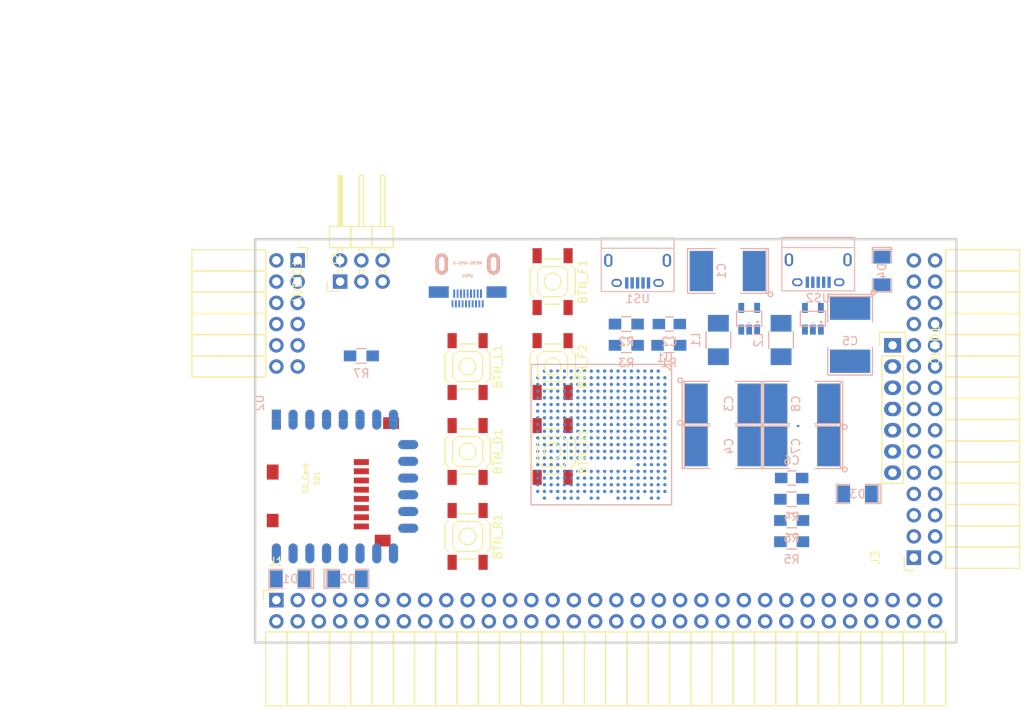
<source format=kicad_pcb>
(kicad_pcb (version 4) (host pcbnew 4.0.5+dfsg1-4)

  (general
    (links 305)
    (no_connects 305)
    (area 93.949999 61.269999 178.070001 109.830001)
    (thickness 1.6)
    (drawings 20)
    (tracks 1)
    (zones 0)
    (modules 40)
    (nets 89)
  )

  (page A4)
  (layers
    (0 F.Cu signal)
    (1 In1.Cu signal)
    (2 In2.Cu signal)
    (31 B.Cu signal)
    (32 B.Adhes user)
    (33 F.Adhes user)
    (34 B.Paste user)
    (35 F.Paste user)
    (36 B.SilkS user)
    (37 F.SilkS user)
    (38 B.Mask user)
    (39 F.Mask user)
    (40 Dwgs.User user)
    (41 Cmts.User user)
    (42 Eco1.User user)
    (43 Eco2.User user)
    (44 Edge.Cuts user)
    (45 Margin user)
    (46 B.CrtYd user)
    (47 F.CrtYd user)
    (48 B.Fab user)
    (49 F.Fab user)
  )

  (setup
    (last_trace_width 0.25)
    (trace_clearance 0.2)
    (zone_clearance 0.508)
    (zone_45_only no)
    (trace_min 0.2)
    (segment_width 0.2)
    (edge_width 0.2)
    (via_size 0.6)
    (via_drill 0.4)
    (via_min_size 0.4)
    (via_min_drill 0.3)
    (uvia_size 0.3)
    (uvia_drill 0.1)
    (uvias_allowed yes)
    (uvia_min_size 0.2)
    (uvia_min_drill 0.1)
    (pcb_text_width 0.3)
    (pcb_text_size 1.5 1.5)
    (mod_edge_width 0.15)
    (mod_text_size 1 1)
    (mod_text_width 0.15)
    (pad_size 1.524 1.524)
    (pad_drill 0.762)
    (pad_to_mask_clearance 0.2)
    (aux_axis_origin 82.67 62.69)
    (grid_origin 86.48 79.2)
    (visible_elements 7FFFFFFF)
    (pcbplotparams
      (layerselection 0x00030_80000001)
      (usegerberextensions false)
      (excludeedgelayer true)
      (linewidth 0.100000)
      (plotframeref false)
      (viasonmask false)
      (mode 1)
      (useauxorigin false)
      (hpglpennumber 1)
      (hpglpenspeed 20)
      (hpglpendiameter 15)
      (hpglpenoverlay 2)
      (psnegative false)
      (psa4output false)
      (plotreference true)
      (plotvalue true)
      (plotinvisibletext false)
      (padsonsilk false)
      (subtractmaskfromsilk false)
      (outputformat 1)
      (mirror false)
      (drillshape 1)
      (scaleselection 1)
      (outputdirectory ""))
  )

  (net 0 "")
  (net 1 GND)
  (net 2 /TDI)
  (net 3 /TCK)
  (net 4 /TMS)
  (net 5 /TDO)
  (net 6 +5V)
  (net 7 /USB5V)
  (net 8 "Net-(D4-Pad1)")
  (net 9 /gpio/IN5V)
  (net 10 /gpio/OUT5V)
  (net 11 /gpio/P5)
  (net 12 /gpio/P6)
  (net 13 /gpio/P7)
  (net 14 /gpio/P8)
  (net 15 /gpio/P11)
  (net 16 /gpio/P12)
  (net 17 /gpio/P13)
  (net 18 /gpio/P14)
  (net 19 /gpio/P17)
  (net 20 /gpio/P18)
  (net 21 /gpio/P19)
  (net 22 /gpio/P20)
  (net 23 /gpio/P21)
  (net 24 /gpio/P22)
  (net 25 /gpio/P23)
  (net 26 /gpio/P24)
  (net 27 /gpio/P25)
  (net 28 /gpio/P26)
  (net 29 /gpio/P27)
  (net 30 /gpio/P28)
  (net 31 /gpio/P29)
  (net 32 /gpio/P30)
  (net 33 /SD_3)
  (net 34 /MTMS)
  (net 35 /MTCK)
  (net 36 /MTDO)
  (net 37 /MTDI)
  (net 38 /gpio/P9)
  (net 39 /gpio/P10)
  (net 40 "Net-(US1-Pad6)")
  (net 41 "Net-(US2-Pad6)")
  (net 42 /gpio/P15)
  (net 43 /gpio/P16)
  (net 44 /gpio/P31)
  (net 45 /gpio/P32)
  (net 46 /gpio/P33)
  (net 47 /gpio/P34)
  (net 48 /gpio/P35)
  (net 49 /gpio/P36)
  (net 50 /gpio/P37)
  (net 51 /gpio/P38)
  (net 52 /gpio/P39)
  (net 53 /gpio/P40)
  (net 54 /gpio/P41)
  (net 55 /gpio/P42)
  (net 56 /gpio/P43)
  (net 57 /gpio/P44)
  (net 58 /gpio/P45)
  (net 59 /gpio/P46)
  (net 60 /gpio/P47)
  (net 61 /gpio/P48)
  (net 62 /gpio/P49)
  (net 63 /gpio/P50)
  (net 64 /gpio/P51)
  (net 65 /gpio/P52)
  (net 66 /gpio/P53)
  (net 67 /gpio/P54)
  (net 68 /gpio/P55)
  (net 69 /gpio/P56)
  (net 70 /gpio/P57)
  (net 71 /gpio/P58)
  (net 72 /gpio/P59)
  (net 73 /gpio/P60)
  (net 74 +3V3)
  (net 75 "Net-(L1-Pad1)")
  (net 76 "Net-(R1-Pad2)")
  (net 77 "Net-(L2-Pad1)")
  (net 78 "Net-(R4-Pad2)")
  (net 79 +1V2)
  (net 80 "Net-(C2-Pad2)")
  (net 81 "Net-(C6-Pad2)")
  (net 82 "Net-(BTN_D1-Pad1)")
  (net 83 BTN_D)
  (net 84 BTN_F1)
  (net 85 BTN_F2)
  (net 86 BTN_L)
  (net 87 BTN_R)
  (net 88 BTN_U)

  (net_class Default "This is the default net class."
    (clearance 0.2)
    (trace_width 0.25)
    (via_dia 0.6)
    (via_drill 0.4)
    (uvia_dia 0.3)
    (uvia_drill 0.1)
    (add_net +1V2)
    (add_net +3V3)
    (add_net +5V)
    (add_net /MTCK)
    (add_net /MTDI)
    (add_net /MTDO)
    (add_net /MTMS)
    (add_net /SD_3)
    (add_net /TCK)
    (add_net /TDI)
    (add_net /TDO)
    (add_net /TMS)
    (add_net /USB5V)
    (add_net /gpio/IN5V)
    (add_net /gpio/OUT5V)
    (add_net /gpio/P10)
    (add_net /gpio/P11)
    (add_net /gpio/P12)
    (add_net /gpio/P13)
    (add_net /gpio/P14)
    (add_net /gpio/P15)
    (add_net /gpio/P16)
    (add_net /gpio/P17)
    (add_net /gpio/P18)
    (add_net /gpio/P19)
    (add_net /gpio/P20)
    (add_net /gpio/P21)
    (add_net /gpio/P22)
    (add_net /gpio/P23)
    (add_net /gpio/P24)
    (add_net /gpio/P25)
    (add_net /gpio/P26)
    (add_net /gpio/P27)
    (add_net /gpio/P28)
    (add_net /gpio/P29)
    (add_net /gpio/P30)
    (add_net /gpio/P31)
    (add_net /gpio/P32)
    (add_net /gpio/P33)
    (add_net /gpio/P34)
    (add_net /gpio/P35)
    (add_net /gpio/P36)
    (add_net /gpio/P37)
    (add_net /gpio/P38)
    (add_net /gpio/P39)
    (add_net /gpio/P40)
    (add_net /gpio/P41)
    (add_net /gpio/P42)
    (add_net /gpio/P43)
    (add_net /gpio/P44)
    (add_net /gpio/P45)
    (add_net /gpio/P46)
    (add_net /gpio/P47)
    (add_net /gpio/P48)
    (add_net /gpio/P49)
    (add_net /gpio/P5)
    (add_net /gpio/P50)
    (add_net /gpio/P51)
    (add_net /gpio/P52)
    (add_net /gpio/P53)
    (add_net /gpio/P54)
    (add_net /gpio/P55)
    (add_net /gpio/P56)
    (add_net /gpio/P57)
    (add_net /gpio/P58)
    (add_net /gpio/P59)
    (add_net /gpio/P6)
    (add_net /gpio/P60)
    (add_net /gpio/P7)
    (add_net /gpio/P8)
    (add_net /gpio/P9)
    (add_net BTN_D)
    (add_net BTN_F1)
    (add_net BTN_F2)
    (add_net BTN_L)
    (add_net BTN_R)
    (add_net BTN_U)
    (add_net "Net-(BTN_D1-Pad1)")
    (add_net "Net-(C2-Pad2)")
    (add_net "Net-(C6-Pad2)")
    (add_net "Net-(D4-Pad1)")
    (add_net "Net-(L1-Pad1)")
    (add_net "Net-(L2-Pad1)")
    (add_net "Net-(R1-Pad2)")
    (add_net "Net-(R4-Pad2)")
    (add_net "Net-(US1-Pad6)")
    (add_net "Net-(US2-Pad6)")
  )

  (net_class BGA ""
    (clearance 0.1)
    (trace_width 0.2)
    (via_dia 0.6)
    (via_drill 0.4)
    (uvia_dia 0.3)
    (uvia_drill 0.1)
    (add_net GND)
  )

  (module SMD_Packages:SMD-1206_Pol (layer B.Cu) (tedit 0) (tstamp 56AA106E)
    (at 105.149 102.06)
    (path /56AC389C/56AC4846)
    (attr smd)
    (fp_text reference D2 (at 0 0) (layer B.SilkS)
      (effects (font (size 1 1) (thickness 0.15)) (justify mirror))
    )
    (fp_text value 2A (at 0 0) (layer B.Fab)
      (effects (font (size 1 1) (thickness 0.15)) (justify mirror))
    )
    (fp_line (start -2.54 1.143) (end -2.794 1.143) (layer B.SilkS) (width 0.15))
    (fp_line (start -2.794 1.143) (end -2.794 -1.143) (layer B.SilkS) (width 0.15))
    (fp_line (start -2.794 -1.143) (end -2.54 -1.143) (layer B.SilkS) (width 0.15))
    (fp_line (start -2.54 1.143) (end -2.54 -1.143) (layer B.SilkS) (width 0.15))
    (fp_line (start -2.54 -1.143) (end -0.889 -1.143) (layer B.SilkS) (width 0.15))
    (fp_line (start 0.889 1.143) (end 2.54 1.143) (layer B.SilkS) (width 0.15))
    (fp_line (start 2.54 1.143) (end 2.54 -1.143) (layer B.SilkS) (width 0.15))
    (fp_line (start 2.54 -1.143) (end 0.889 -1.143) (layer B.SilkS) (width 0.15))
    (fp_line (start -0.889 1.143) (end -2.54 1.143) (layer B.SilkS) (width 0.15))
    (pad 1 smd rect (at -1.651 0) (size 1.524 2.032) (layers B.Cu B.Paste B.Mask)
      (net 10 /gpio/OUT5V))
    (pad 2 smd rect (at 1.651 0) (size 1.524 2.032) (layers B.Cu B.Paste B.Mask))
    (model SMD_Packages.3dshapes/SMD-1206_Pol.wrl
      (at (xyz 0 0 0))
      (scale (xyz 0.17 0.16 0.16))
      (rotate (xyz 0 0 0))
    )
  )

  (module SMD_Packages:SMD-1206_Pol (layer B.Cu) (tedit 0) (tstamp 56AA1068)
    (at 98.291 102.06 180)
    (path /56AC389C/56AC483B)
    (attr smd)
    (fp_text reference D1 (at 0 0 180) (layer B.SilkS)
      (effects (font (size 1 1) (thickness 0.15)) (justify mirror))
    )
    (fp_text value 2A (at 0 0 180) (layer B.Fab)
      (effects (font (size 1 1) (thickness 0.15)) (justify mirror))
    )
    (fp_line (start -2.54 1.143) (end -2.794 1.143) (layer B.SilkS) (width 0.15))
    (fp_line (start -2.794 1.143) (end -2.794 -1.143) (layer B.SilkS) (width 0.15))
    (fp_line (start -2.794 -1.143) (end -2.54 -1.143) (layer B.SilkS) (width 0.15))
    (fp_line (start -2.54 1.143) (end -2.54 -1.143) (layer B.SilkS) (width 0.15))
    (fp_line (start -2.54 -1.143) (end -0.889 -1.143) (layer B.SilkS) (width 0.15))
    (fp_line (start 0.889 1.143) (end 2.54 1.143) (layer B.SilkS) (width 0.15))
    (fp_line (start 2.54 1.143) (end 2.54 -1.143) (layer B.SilkS) (width 0.15))
    (fp_line (start 2.54 -1.143) (end 0.889 -1.143) (layer B.SilkS) (width 0.15))
    (fp_line (start -0.889 1.143) (end -2.54 1.143) (layer B.SilkS) (width 0.15))
    (pad 1 smd rect (at -1.651 0 180) (size 1.524 2.032) (layers B.Cu B.Paste B.Mask)
      (net 6 +5V))
    (pad 2 smd rect (at 1.651 0 180) (size 1.524 2.032) (layers B.Cu B.Paste B.Mask)
      (net 9 /gpio/IN5V))
    (model SMD_Packages.3dshapes/SMD-1206_Pol.wrl
      (at (xyz 0 0 0))
      (scale (xyz 0.17 0.16 0.16))
      (rotate (xyz 0 0 0))
    )
  )

  (module SMD_Packages:SMD-1206_Pol (layer B.Cu) (tedit 0) (tstamp 56A9E514)
    (at 169.03 65.23 270)
    (path /56AA2821)
    (attr smd)
    (fp_text reference D4 (at 0 0 270) (layer B.SilkS)
      (effects (font (size 1 1) (thickness 0.15)) (justify mirror))
    )
    (fp_text value 2A (at 0 0 270) (layer B.Fab)
      (effects (font (size 1 1) (thickness 0.15)) (justify mirror))
    )
    (fp_line (start -2.54 1.143) (end -2.794 1.143) (layer B.SilkS) (width 0.15))
    (fp_line (start -2.794 1.143) (end -2.794 -1.143) (layer B.SilkS) (width 0.15))
    (fp_line (start -2.794 -1.143) (end -2.54 -1.143) (layer B.SilkS) (width 0.15))
    (fp_line (start -2.54 1.143) (end -2.54 -1.143) (layer B.SilkS) (width 0.15))
    (fp_line (start -2.54 -1.143) (end -0.889 -1.143) (layer B.SilkS) (width 0.15))
    (fp_line (start 0.889 1.143) (end 2.54 1.143) (layer B.SilkS) (width 0.15))
    (fp_line (start 2.54 1.143) (end 2.54 -1.143) (layer B.SilkS) (width 0.15))
    (fp_line (start 2.54 -1.143) (end 0.889 -1.143) (layer B.SilkS) (width 0.15))
    (fp_line (start -0.889 1.143) (end -2.54 1.143) (layer B.SilkS) (width 0.15))
    (pad 1 smd rect (at -1.651 0 270) (size 1.524 2.032) (layers B.Cu B.Paste B.Mask)
      (net 8 "Net-(D4-Pad1)"))
    (pad 2 smd rect (at 1.651 0 270) (size 1.524 2.032) (layers B.Cu B.Paste B.Mask)
      (net 6 +5V))
    (model SMD_Packages.3dshapes/SMD-1206_Pol.wrl
      (at (xyz 0 0 0))
      (scale (xyz 0.17 0.16 0.16))
      (rotate (xyz 0 0 0))
    )
  )

  (module SMD_Packages:SMD-1206_Pol (layer B.Cu) (tedit 0) (tstamp 56A9E50E)
    (at 166.109 91.9 180)
    (path /56AA1324)
    (attr smd)
    (fp_text reference D3 (at 0 0 180) (layer B.SilkS)
      (effects (font (size 1 1) (thickness 0.15)) (justify mirror))
    )
    (fp_text value 2A (at 0 0 180) (layer B.Fab)
      (effects (font (size 1 1) (thickness 0.15)) (justify mirror))
    )
    (fp_line (start -2.54 1.143) (end -2.794 1.143) (layer B.SilkS) (width 0.15))
    (fp_line (start -2.794 1.143) (end -2.794 -1.143) (layer B.SilkS) (width 0.15))
    (fp_line (start -2.794 -1.143) (end -2.54 -1.143) (layer B.SilkS) (width 0.15))
    (fp_line (start -2.54 1.143) (end -2.54 -1.143) (layer B.SilkS) (width 0.15))
    (fp_line (start -2.54 -1.143) (end -0.889 -1.143) (layer B.SilkS) (width 0.15))
    (fp_line (start 0.889 1.143) (end 2.54 1.143) (layer B.SilkS) (width 0.15))
    (fp_line (start 2.54 1.143) (end 2.54 -1.143) (layer B.SilkS) (width 0.15))
    (fp_line (start 2.54 -1.143) (end 0.889 -1.143) (layer B.SilkS) (width 0.15))
    (fp_line (start -0.889 1.143) (end -2.54 1.143) (layer B.SilkS) (width 0.15))
    (pad 1 smd rect (at -1.651 0 180) (size 1.524 2.032) (layers B.Cu B.Paste B.Mask)
      (net 6 +5V))
    (pad 2 smd rect (at 1.651 0 180) (size 1.524 2.032) (layers B.Cu B.Paste B.Mask)
      (net 7 /USB5V))
    (model SMD_Packages.3dshapes/SMD-1206_Pol.wrl
      (at (xyz 0 0 0))
      (scale (xyz 0.17 0.16 0.16))
      (rotate (xyz 0 0 0))
    )
  )

  (module micro-sd:MicroSD_TF02D (layer F.Cu) (tedit 52721666) (tstamp 56A966AB)
    (at 95.8 90.03 90)
    (path /56ACBF19)
    (fp_text reference SD1 (at 0 5.7 90) (layer F.SilkS)
      (effects (font (size 0.59944 0.59944) (thickness 0.12446)))
    )
    (fp_text value SD_Card (at 0 4.35 90) (layer F.SilkS)
      (effects (font (size 0.59944 0.59944) (thickness 0.12446)))
    )
    (fp_line (start 3.8 15.2) (end 3.8 16) (layer F.SilkS) (width 0.01016))
    (fp_line (start 3.8 16) (end -7 16) (layer F.SilkS) (width 0.01016))
    (fp_line (start -7 16) (end -7 15.2) (layer F.SilkS) (width 0.01016))
    (fp_line (start 7 0) (end 7 15.2) (layer F.SilkS) (width 0.01016))
    (fp_line (start 7 15.2) (end -7 15.2) (layer F.SilkS) (width 0.01016))
    (fp_line (start -7 15.2) (end -7 0) (layer F.SilkS) (width 0.01016))
    (fp_line (start -7 0) (end 7 0) (layer F.SilkS) (width 0.01016))
    (pad 1 smd rect (at 1.94 11 90) (size 0.7 1.8) (layers F.Cu F.Paste F.Mask)
      (net 33 /SD_3))
    (pad 2 smd rect (at 0.84 11 90) (size 0.7 1.8) (layers F.Cu F.Paste F.Mask)
      (net 34 /MTMS))
    (pad 3 smd rect (at -0.26 11 90) (size 0.7 1.8) (layers F.Cu F.Paste F.Mask)
      (net 1 GND))
    (pad 4 smd rect (at -1.36 11 90) (size 0.7 1.8) (layers F.Cu F.Paste F.Mask)
      (net 74 +3V3))
    (pad 5 smd rect (at -2.46 11 90) (size 0.7 1.8) (layers F.Cu F.Paste F.Mask)
      (net 35 /MTCK))
    (pad 6 smd rect (at -3.56 11 90) (size 0.7 1.8) (layers F.Cu F.Paste F.Mask)
      (net 1 GND))
    (pad 7 smd rect (at -4.66 11 90) (size 0.7 1.8) (layers F.Cu F.Paste F.Mask)
      (net 36 /MTDO))
    (pad 8 smd rect (at -5.76 11 90) (size 0.7 1.8) (layers F.Cu F.Paste F.Mask)
      (net 37 /MTDI))
    (pad S smd rect (at -5.05 0.4 90) (size 1.6 1.4) (layers F.Cu F.Paste F.Mask))
    (pad S smd rect (at 0.75 0.4 90) (size 1.8 1.4) (layers F.Cu F.Paste F.Mask))
    (pad G smd rect (at -7.45 13.55 90) (size 1.4 1.9) (layers F.Cu F.Paste F.Mask))
    (pad G smd rect (at 6.6 14.55 90) (size 1.4 1.9) (layers F.Cu F.Paste F.Mask))
  )

  (module micro-hdmi-d:MICRO-HDMI-D (layer B.Cu) (tedit 53F70906) (tstamp 56A965BA)
    (at 119.5 62.69)
    (path /56ACD5D4)
    (attr smd)
    (fp_text reference GPDI1 (at -0.025 3.125) (layer B.SilkS)
      (effects (font (size 0.3 0.3) (thickness 0.075)) (justify mirror))
    )
    (fp_text value MICRO-GPDI-D (at 0 1.6) (layer B.SilkS)
      (effects (font (size 0.3 0.3) (thickness 0.075)) (justify mirror))
    )
    (fp_line (start -3.3 0) (end -3.3 -0.7) (layer B.SilkS) (width 0.001))
    (fp_line (start -3.3 -0.7) (end 3.3 -0.7) (layer B.SilkS) (width 0.001))
    (fp_line (start 3.3 -0.7) (end 3.3 0) (layer B.SilkS) (width 0.001))
    (fp_line (start -3.3 0) (end -3.3 6.8) (layer B.SilkS) (width 0.001))
    (fp_line (start -3.3 6.8) (end 3.3 6.8) (layer B.SilkS) (width 0.001))
    (fp_line (start 3.3 6.8) (end 3.3 0) (layer B.SilkS) (width 0.001))
    (fp_line (start 3.3 0) (end -3.3 0) (layer B.SilkS) (width 0.001))
    (pad 1 smd rect (at 1.8 6.475) (size 0.23 0.85) (layers B.Cu B.Paste B.Mask))
    (pad 3 smd rect (at 1.4 6.475) (size 0.23 0.85) (layers B.Cu B.Paste B.Mask))
    (pad 5 smd rect (at 1 6.475) (size 0.23 0.85) (layers B.Cu B.Paste B.Mask))
    (pad 7 smd rect (at 0.6 6.475) (size 0.23 0.85) (layers B.Cu B.Paste B.Mask)
      (net 1 GND))
    (pad 9 smd rect (at 0.2 6.475) (size 0.23 0.85) (layers B.Cu B.Paste B.Mask))
    (pad 11 smd rect (at -0.2 6.475) (size 0.23 0.85) (layers B.Cu B.Paste B.Mask))
    (pad 13 smd rect (at -0.6 6.475) (size 0.23 0.85) (layers B.Cu B.Paste B.Mask)
      (net 1 GND))
    (pad 15 smd rect (at -1 6.475) (size 0.23 0.85) (layers B.Cu B.Paste B.Mask))
    (pad 17 smd rect (at -1.4 6.475) (size 0.23 0.85) (layers B.Cu B.Paste B.Mask))
    (pad 19 smd rect (at -1.8 6.475) (size 0.23 0.85) (layers B.Cu B.Paste B.Mask)
      (net 6 +5V))
    (pad 2 smd rect (at 1.6 5.25) (size 0.23 1) (layers B.Cu B.Paste B.Mask))
    (pad 4 smd rect (at 1.2 5.25) (size 0.23 1) (layers B.Cu B.Paste B.Mask)
      (net 1 GND))
    (pad 6 smd rect (at 0.8 5.25) (size 0.23 1) (layers B.Cu B.Paste B.Mask))
    (pad 8 smd rect (at 0.4 5.25) (size 0.23 1) (layers B.Cu B.Paste B.Mask))
    (pad 10 smd rect (at 0 5.25) (size 0.23 1) (layers B.Cu B.Paste B.Mask)
      (net 1 GND))
    (pad 12 smd rect (at -0.4 5.25) (size 0.23 1) (layers B.Cu B.Paste B.Mask))
    (pad 14 smd rect (at -0.8 5.25) (size 0.23 1) (layers B.Cu B.Paste B.Mask))
    (pad 16 smd rect (at -1.2 5.25) (size 0.23 1) (layers B.Cu B.Paste B.Mask)
      (net 1 GND))
    (pad 18 smd rect (at -1.6 5.25) (size 0.23 1) (layers B.Cu B.Paste B.Mask))
    (pad SHD smd rect (at 3.45 5.06) (size 2.4 1.38) (layers B.Cu B.Paste B.Mask)
      (net 1 GND))
    (pad SHD smd rect (at -3.45 5.06) (size 2.4 1.38) (layers B.Cu B.Paste B.Mask)
      (net 1 GND))
    (pad "" thru_hole oval (at -3.1 1.7) (size 1.5 2.55) (drill oval 0.65 1.7) (layers *.Cu *.Mask B.SilkS))
    (pad "" thru_hole oval (at 3.1 1.7) (size 1.5 2.55) (drill oval 0.65 1.7) (layers *.Cu *.Mask B.SilkS))
  )

  (module ESP8266:ESP-12E (layer B.Cu) (tedit 559F8D21) (tstamp 56A95491)
    (at 96.64 83.01 270)
    (descr "Module, ESP-8266, ESP-12, 16 pad, SMD")
    (tags "Module ESP-8266 ESP8266")
    (path /56AC980A)
    (fp_text reference U2 (at -2 2 270) (layer B.SilkS)
      (effects (font (size 1 1) (thickness 0.15)) (justify mirror))
    )
    (fp_text value ESP-12E (at 8 -1 270) (layer B.Fab)
      (effects (font (size 1 1) (thickness 0.15)) (justify mirror))
    )
    (fp_line (start 16 8.4) (end 0 2.6) (layer B.CrtYd) (width 0.1524))
    (fp_line (start 0 8.4) (end 16 2.6) (layer B.CrtYd) (width 0.1524))
    (fp_text user "No Copper" (at 7.9 5.4 270) (layer B.CrtYd)
      (effects (font (size 1 1) (thickness 0.15)) (justify mirror))
    )
    (fp_line (start 0 8.4) (end 0 2.6) (layer B.CrtYd) (width 0.1524))
    (fp_line (start 0 2.6) (end 16 2.6) (layer B.CrtYd) (width 0.1524))
    (fp_line (start 16 2.6) (end 16 8.4) (layer B.CrtYd) (width 0.1524))
    (fp_line (start 16 8.4) (end 0 8.4) (layer B.CrtYd) (width 0.1524))
    (fp_line (start 16 8.4) (end 16 -15.6) (layer B.Fab) (width 0.1524))
    (fp_line (start 16 -15.6) (end 0 -15.6) (layer B.Fab) (width 0.1524))
    (fp_line (start 0 -15.6) (end 0 8.4) (layer B.Fab) (width 0.1524))
    (fp_line (start 0 8.4) (end 16 8.4) (layer B.Fab) (width 0.1524))
    (pad 9 smd oval (at 2.99 -15.75 180) (size 2.4 1.1) (layers B.Cu B.Paste B.Mask)
      (net 36 /MTDO))
    (pad 10 smd oval (at 4.99 -15.75 180) (size 2.4 1.1) (layers B.Cu B.Paste B.Mask)
      (net 37 /MTDI))
    (pad 11 smd oval (at 6.99 -15.75 180) (size 2.4 1.1) (layers B.Cu B.Paste B.Mask)
      (net 33 /SD_3))
    (pad 12 smd oval (at 8.99 -15.75 180) (size 2.4 1.1) (layers B.Cu B.Paste B.Mask)
      (net 34 /MTMS))
    (pad 13 smd oval (at 10.99 -15.75 180) (size 2.4 1.1) (layers B.Cu B.Paste B.Mask)
      (net 35 /MTCK))
    (pad 14 smd oval (at 12.99 -15.75 180) (size 2.4 1.1) (layers B.Cu B.Paste B.Mask))
    (pad 1 smd rect (at 0 0 270) (size 2.4 1.1) (layers B.Cu B.Paste B.Mask))
    (pad 2 smd oval (at 0 -2 270) (size 2.4 1.1) (layers B.Cu B.Paste B.Mask))
    (pad 3 smd oval (at 0 -4 270) (size 2.4 1.1) (layers B.Cu B.Paste B.Mask))
    (pad 4 smd oval (at 0 -6 270) (size 2.4 1.1) (layers B.Cu B.Paste B.Mask)
      (net 2 /TDI))
    (pad 5 smd oval (at 0 -8 270) (size 2.4 1.1) (layers B.Cu B.Paste B.Mask)
      (net 5 /TDO))
    (pad 6 smd oval (at 0 -10 270) (size 2.4 1.1) (layers B.Cu B.Paste B.Mask)
      (net 3 /TCK))
    (pad 7 smd oval (at 0 -12 270) (size 2.4 1.1) (layers B.Cu B.Paste B.Mask)
      (net 4 /TMS))
    (pad 8 smd oval (at 0 -14 270) (size 2.4 1.1) (layers B.Cu B.Paste B.Mask)
      (net 74 +3V3))
    (pad 15 smd oval (at 16 -14 270) (size 2.4 1.1) (layers B.Cu B.Paste B.Mask)
      (net 1 GND))
    (pad 16 smd oval (at 16 -12 270) (size 2.4 1.1) (layers B.Cu B.Paste B.Mask))
    (pad 17 smd oval (at 16 -10 270) (size 2.4 1.1) (layers B.Cu B.Paste B.Mask))
    (pad 18 smd oval (at 16 -8 270) (size 2.4 1.1) (layers B.Cu B.Paste B.Mask))
    (pad 19 smd oval (at 16 -6 270) (size 2.4 1.1) (layers B.Cu B.Paste B.Mask))
    (pad 20 smd oval (at 16 -4 270) (size 2.4 1.1) (layers B.Cu B.Paste B.Mask))
    (pad 21 smd oval (at 16 -2 270) (size 2.4 1.1) (layers B.Cu B.Paste B.Mask))
    (pad 22 smd oval (at 16 0 270) (size 2.4 1.1) (layers B.Cu B.Paste B.Mask))
    (model ${ESPLIB}/ESP8266.3dshapes/ESP-12.wrl
      (at (xyz 0.04 0 0))
      (scale (xyz 0.3937 0.3937 0.3937))
      (rotate (xyz 0 0 0))
    )
  )

  (module usb_otg:USB_Micro-B (layer B.Cu) (tedit 5543E447) (tstamp 58D43115)
    (at 139.82 65.31)
    (descr "Micro USB Type B Receptacle")
    (tags "USB USB_B USB_micro USB_OTG")
    (path /58D432CE)
    (attr smd)
    (fp_text reference US1 (at 0 3.24) (layer B.SilkS)
      (effects (font (size 1 1) (thickness 0.15)) (justify mirror))
    )
    (fp_text value USB_FTDI (at 0 -5.01) (layer B.Fab)
      (effects (font (size 1 1) (thickness 0.15)) (justify mirror))
    )
    (fp_line (start -4.6 2.59) (end 4.6 2.59) (layer B.CrtYd) (width 0.05))
    (fp_line (start 4.6 2.59) (end 4.6 -4.26) (layer B.CrtYd) (width 0.05))
    (fp_line (start 4.6 -4.26) (end -4.6 -4.26) (layer B.CrtYd) (width 0.05))
    (fp_line (start -4.6 -4.26) (end -4.6 2.59) (layer B.CrtYd) (width 0.05))
    (fp_line (start -4.35 -4.03) (end 4.35 -4.03) (layer B.SilkS) (width 0.12))
    (fp_line (start -4.35 2.38) (end 4.35 2.38) (layer B.SilkS) (width 0.12))
    (fp_line (start 4.35 2.38) (end 4.35 -4.03) (layer B.SilkS) (width 0.12))
    (fp_line (start 4.35 -2.8) (end -4.35 -2.8) (layer B.SilkS) (width 0.12))
    (fp_line (start -4.35 -4.03) (end -4.35 2.38) (layer B.SilkS) (width 0.12))
    (pad 1 smd rect (at -1.3 1.35 270) (size 1.35 0.4) (layers B.Cu B.Paste B.Mask)
      (net 7 /USB5V))
    (pad 2 smd rect (at -0.65 1.35 270) (size 1.35 0.4) (layers B.Cu B.Paste B.Mask))
    (pad 3 smd rect (at 0 1.35 270) (size 1.35 0.4) (layers B.Cu B.Paste B.Mask))
    (pad 4 smd rect (at 0.65 1.35 270) (size 1.35 0.4) (layers B.Cu B.Paste B.Mask))
    (pad 5 smd rect (at 1.3 1.35 270) (size 1.35 0.4) (layers B.Cu B.Paste B.Mask)
      (net 1 GND))
    (pad 6 thru_hole oval (at -2.5 1.35 270) (size 0.95 1.25) (drill oval 0.55 0.85) (layers *.Cu *.Mask)
      (net 40 "Net-(US1-Pad6)"))
    (pad 6 thru_hole oval (at 2.5 1.35 270) (size 0.95 1.25) (drill oval 0.55 0.85) (layers *.Cu *.Mask)
      (net 40 "Net-(US1-Pad6)"))
    (pad 6 thru_hole oval (at -3.5 -1.35 270) (size 1.55 1) (drill oval 1.15 0.5) (layers *.Cu *.Mask)
      (net 40 "Net-(US1-Pad6)"))
    (pad 6 thru_hole oval (at 3.5 -1.35 270) (size 1.55 1) (drill oval 1.15 0.5) (layers *.Cu *.Mask)
      (net 40 "Net-(US1-Pad6)"))
  )

  (module usb_otg:USB_Micro-B (layer B.Cu) (tedit 5543E447) (tstamp 58D43122)
    (at 161.41 65.23)
    (descr "Micro USB Type B Receptacle")
    (tags "USB USB_B USB_micro USB_OTG")
    (path /58D4378B)
    (attr smd)
    (fp_text reference US2 (at 0 3.24) (layer B.SilkS)
      (effects (font (size 1 1) (thickness 0.15)) (justify mirror))
    )
    (fp_text value USB_FPGA (at 0 -5.01) (layer B.Fab)
      (effects (font (size 1 1) (thickness 0.15)) (justify mirror))
    )
    (fp_line (start -4.6 2.59) (end 4.6 2.59) (layer B.CrtYd) (width 0.05))
    (fp_line (start 4.6 2.59) (end 4.6 -4.26) (layer B.CrtYd) (width 0.05))
    (fp_line (start 4.6 -4.26) (end -4.6 -4.26) (layer B.CrtYd) (width 0.05))
    (fp_line (start -4.6 -4.26) (end -4.6 2.59) (layer B.CrtYd) (width 0.05))
    (fp_line (start -4.35 -4.03) (end 4.35 -4.03) (layer B.SilkS) (width 0.12))
    (fp_line (start -4.35 2.38) (end 4.35 2.38) (layer B.SilkS) (width 0.12))
    (fp_line (start 4.35 2.38) (end 4.35 -4.03) (layer B.SilkS) (width 0.12))
    (fp_line (start 4.35 -2.8) (end -4.35 -2.8) (layer B.SilkS) (width 0.12))
    (fp_line (start -4.35 -4.03) (end -4.35 2.38) (layer B.SilkS) (width 0.12))
    (pad 1 smd rect (at -1.3 1.35 270) (size 1.35 0.4) (layers B.Cu B.Paste B.Mask)
      (net 8 "Net-(D4-Pad1)"))
    (pad 2 smd rect (at -0.65 1.35 270) (size 1.35 0.4) (layers B.Cu B.Paste B.Mask))
    (pad 3 smd rect (at 0 1.35 270) (size 1.35 0.4) (layers B.Cu B.Paste B.Mask))
    (pad 4 smd rect (at 0.65 1.35 270) (size 1.35 0.4) (layers B.Cu B.Paste B.Mask))
    (pad 5 smd rect (at 1.3 1.35 270) (size 1.35 0.4) (layers B.Cu B.Paste B.Mask)
      (net 1 GND))
    (pad 6 thru_hole oval (at -2.5 1.35 270) (size 0.95 1.25) (drill oval 0.55 0.85) (layers *.Cu *.Mask)
      (net 41 "Net-(US2-Pad6)"))
    (pad 6 thru_hole oval (at 2.5 1.35 270) (size 0.95 1.25) (drill oval 0.55 0.85) (layers *.Cu *.Mask)
      (net 41 "Net-(US2-Pad6)"))
    (pad 6 thru_hole oval (at -3.5 -1.35 270) (size 1.55 1) (drill oval 1.15 0.5) (layers *.Cu *.Mask)
      (net 41 "Net-(US2-Pad6)"))
    (pad 6 thru_hole oval (at 3.5 -1.35 270) (size 1.55 1) (drill oval 1.15 0.5) (layers *.Cu *.Mask)
      (net 41 "Net-(US2-Pad6)"))
  )

  (module Socket_Strips:Socket_Strip_Angled_2x32 (layer F.Cu) (tedit 0) (tstamp 58D4E99D)
    (at 96.64 104.6)
    (descr "Through hole socket strip")
    (tags "socket strip")
    (path /56AC389C/58D39D36)
    (fp_text reference J1 (at 0 -4.6) (layer F.SilkS)
      (effects (font (size 1 1) (thickness 0.15)))
    )
    (fp_text value CONN_02X32 (at 0 -2.6) (layer F.Fab)
      (effects (font (size 1 1) (thickness 0.15)))
    )
    (fp_line (start -1.75 -1.35) (end -1.75 13.15) (layer F.CrtYd) (width 0.05))
    (fp_line (start 80.5 -1.35) (end 80.5 13.15) (layer F.CrtYd) (width 0.05))
    (fp_line (start -1.75 -1.35) (end 80.5 -1.35) (layer F.CrtYd) (width 0.05))
    (fp_line (start -1.75 13.15) (end 80.5 13.15) (layer F.CrtYd) (width 0.05))
    (fp_line (start 80.01 3.81) (end 80.01 12.64) (layer F.SilkS) (width 0.15))
    (fp_line (start 77.47 3.81) (end 80.01 3.81) (layer F.SilkS) (width 0.15))
    (fp_line (start 77.47 12.64) (end 80.01 12.64) (layer F.SilkS) (width 0.15))
    (fp_line (start 80.01 12.64) (end 80.01 3.81) (layer F.SilkS) (width 0.15))
    (fp_line (start 77.47 12.64) (end 77.47 3.81) (layer F.SilkS) (width 0.15))
    (fp_line (start 74.93 12.64) (end 77.47 12.64) (layer F.SilkS) (width 0.15))
    (fp_line (start 74.93 3.81) (end 77.47 3.81) (layer F.SilkS) (width 0.15))
    (fp_line (start 77.47 3.81) (end 77.47 12.64) (layer F.SilkS) (width 0.15))
    (fp_line (start 54.61 12.64) (end 54.61 3.81) (layer F.SilkS) (width 0.15))
    (fp_line (start 52.07 12.64) (end 54.61 12.64) (layer F.SilkS) (width 0.15))
    (fp_line (start 52.07 3.81) (end 54.61 3.81) (layer F.SilkS) (width 0.15))
    (fp_line (start 54.61 3.81) (end 54.61 12.64) (layer F.SilkS) (width 0.15))
    (fp_line (start 52.07 3.81) (end 52.07 12.64) (layer F.SilkS) (width 0.15))
    (fp_line (start 49.53 3.81) (end 52.07 3.81) (layer F.SilkS) (width 0.15))
    (fp_line (start 49.53 12.64) (end 52.07 12.64) (layer F.SilkS) (width 0.15))
    (fp_line (start 52.07 12.64) (end 52.07 3.81) (layer F.SilkS) (width 0.15))
    (fp_line (start 49.53 12.64) (end 49.53 3.81) (layer F.SilkS) (width 0.15))
    (fp_line (start 46.99 12.64) (end 49.53 12.64) (layer F.SilkS) (width 0.15))
    (fp_line (start 46.99 3.81) (end 49.53 3.81) (layer F.SilkS) (width 0.15))
    (fp_line (start 49.53 3.81) (end 49.53 12.64) (layer F.SilkS) (width 0.15))
    (fp_line (start 62.23 3.81) (end 62.23 12.64) (layer F.SilkS) (width 0.15))
    (fp_line (start 59.69 3.81) (end 62.23 3.81) (layer F.SilkS) (width 0.15))
    (fp_line (start 59.69 12.64) (end 62.23 12.64) (layer F.SilkS) (width 0.15))
    (fp_line (start 62.23 12.64) (end 62.23 3.81) (layer F.SilkS) (width 0.15))
    (fp_line (start 64.77 12.64) (end 64.77 3.81) (layer F.SilkS) (width 0.15))
    (fp_line (start 62.23 12.64) (end 64.77 12.64) (layer F.SilkS) (width 0.15))
    (fp_line (start 62.23 3.81) (end 64.77 3.81) (layer F.SilkS) (width 0.15))
    (fp_line (start 64.77 3.81) (end 64.77 12.64) (layer F.SilkS) (width 0.15))
    (fp_line (start 67.31 3.81) (end 67.31 12.64) (layer F.SilkS) (width 0.15))
    (fp_line (start 64.77 3.81) (end 67.31 3.81) (layer F.SilkS) (width 0.15))
    (fp_line (start 64.77 12.64) (end 67.31 12.64) (layer F.SilkS) (width 0.15))
    (fp_line (start 67.31 12.64) (end 67.31 3.81) (layer F.SilkS) (width 0.15))
    (fp_line (start 69.85 12.64) (end 69.85 3.81) (layer F.SilkS) (width 0.15))
    (fp_line (start 67.31 12.64) (end 69.85 12.64) (layer F.SilkS) (width 0.15))
    (fp_line (start 67.31 3.81) (end 69.85 3.81) (layer F.SilkS) (width 0.15))
    (fp_line (start 69.85 3.81) (end 69.85 12.64) (layer F.SilkS) (width 0.15))
    (fp_line (start 72.39 3.81) (end 72.39 12.64) (layer F.SilkS) (width 0.15))
    (fp_line (start 69.85 3.81) (end 72.39 3.81) (layer F.SilkS) (width 0.15))
    (fp_line (start 69.85 12.64) (end 72.39 12.64) (layer F.SilkS) (width 0.15))
    (fp_line (start 72.39 12.64) (end 72.39 3.81) (layer F.SilkS) (width 0.15))
    (fp_line (start 59.69 12.64) (end 59.69 3.81) (layer F.SilkS) (width 0.15))
    (fp_line (start 57.15 12.64) (end 59.69 12.64) (layer F.SilkS) (width 0.15))
    (fp_line (start 57.15 3.81) (end 59.69 3.81) (layer F.SilkS) (width 0.15))
    (fp_line (start 59.69 3.81) (end 59.69 12.64) (layer F.SilkS) (width 0.15))
    (fp_line (start 57.15 3.81) (end 57.15 12.64) (layer F.SilkS) (width 0.15))
    (fp_line (start 54.61 3.81) (end 57.15 3.81) (layer F.SilkS) (width 0.15))
    (fp_line (start 54.61 12.64) (end 57.15 12.64) (layer F.SilkS) (width 0.15))
    (fp_line (start 57.15 12.64) (end 57.15 3.81) (layer F.SilkS) (width 0.15))
    (fp_line (start 74.93 12.64) (end 74.93 3.81) (layer F.SilkS) (width 0.15))
    (fp_line (start 72.39 12.64) (end 74.93 12.64) (layer F.SilkS) (width 0.15))
    (fp_line (start 72.39 3.81) (end 74.93 3.81) (layer F.SilkS) (width 0.15))
    (fp_line (start 74.93 3.81) (end 74.93 12.64) (layer F.SilkS) (width 0.15))
    (fp_line (start 46.99 3.81) (end 46.99 12.64) (layer F.SilkS) (width 0.15))
    (fp_line (start 44.45 3.81) (end 46.99 3.81) (layer F.SilkS) (width 0.15))
    (fp_line (start 44.45 12.64) (end 46.99 12.64) (layer F.SilkS) (width 0.15))
    (fp_line (start 46.99 12.64) (end 46.99 3.81) (layer F.SilkS) (width 0.15))
    (fp_line (start 29.21 12.64) (end 29.21 3.81) (layer F.SilkS) (width 0.15))
    (fp_line (start 26.67 12.64) (end 29.21 12.64) (layer F.SilkS) (width 0.15))
    (fp_line (start 26.67 3.81) (end 29.21 3.81) (layer F.SilkS) (width 0.15))
    (fp_line (start 29.21 3.81) (end 29.21 12.64) (layer F.SilkS) (width 0.15))
    (fp_line (start 31.75 3.81) (end 31.75 12.64) (layer F.SilkS) (width 0.15))
    (fp_line (start 29.21 3.81) (end 31.75 3.81) (layer F.SilkS) (width 0.15))
    (fp_line (start 29.21 12.64) (end 31.75 12.64) (layer F.SilkS) (width 0.15))
    (fp_line (start 31.75 12.64) (end 31.75 3.81) (layer F.SilkS) (width 0.15))
    (fp_line (start 44.45 12.64) (end 44.45 3.81) (layer F.SilkS) (width 0.15))
    (fp_line (start 41.91 12.64) (end 44.45 12.64) (layer F.SilkS) (width 0.15))
    (fp_line (start 41.91 3.81) (end 44.45 3.81) (layer F.SilkS) (width 0.15))
    (fp_line (start 44.45 3.81) (end 44.45 12.64) (layer F.SilkS) (width 0.15))
    (fp_line (start 41.91 3.81) (end 41.91 12.64) (layer F.SilkS) (width 0.15))
    (fp_line (start 39.37 3.81) (end 41.91 3.81) (layer F.SilkS) (width 0.15))
    (fp_line (start 39.37 12.64) (end 41.91 12.64) (layer F.SilkS) (width 0.15))
    (fp_line (start 41.91 12.64) (end 41.91 3.81) (layer F.SilkS) (width 0.15))
    (fp_line (start 39.37 12.64) (end 39.37 3.81) (layer F.SilkS) (width 0.15))
    (fp_line (start 36.83 12.64) (end 39.37 12.64) (layer F.SilkS) (width 0.15))
    (fp_line (start 36.83 3.81) (end 39.37 3.81) (layer F.SilkS) (width 0.15))
    (fp_line (start 39.37 3.81) (end 39.37 12.64) (layer F.SilkS) (width 0.15))
    (fp_line (start 36.83 3.81) (end 36.83 12.64) (layer F.SilkS) (width 0.15))
    (fp_line (start 34.29 3.81) (end 36.83 3.81) (layer F.SilkS) (width 0.15))
    (fp_line (start 34.29 12.64) (end 36.83 12.64) (layer F.SilkS) (width 0.15))
    (fp_line (start 36.83 12.64) (end 36.83 3.81) (layer F.SilkS) (width 0.15))
    (fp_line (start 34.29 12.64) (end 34.29 3.81) (layer F.SilkS) (width 0.15))
    (fp_line (start 31.75 12.64) (end 34.29 12.64) (layer F.SilkS) (width 0.15))
    (fp_line (start 31.75 3.81) (end 34.29 3.81) (layer F.SilkS) (width 0.15))
    (fp_line (start 34.29 3.81) (end 34.29 12.64) (layer F.SilkS) (width 0.15))
    (fp_line (start 16.51 3.81) (end 16.51 12.64) (layer F.SilkS) (width 0.15))
    (fp_line (start 13.97 3.81) (end 16.51 3.81) (layer F.SilkS) (width 0.15))
    (fp_line (start 13.97 12.64) (end 16.51 12.64) (layer F.SilkS) (width 0.15))
    (fp_line (start 16.51 12.64) (end 16.51 3.81) (layer F.SilkS) (width 0.15))
    (fp_line (start 19.05 12.64) (end 19.05 3.81) (layer F.SilkS) (width 0.15))
    (fp_line (start 16.51 12.64) (end 19.05 12.64) (layer F.SilkS) (width 0.15))
    (fp_line (start 16.51 3.81) (end 19.05 3.81) (layer F.SilkS) (width 0.15))
    (fp_line (start 19.05 3.81) (end 19.05 12.64) (layer F.SilkS) (width 0.15))
    (fp_line (start 21.59 3.81) (end 21.59 12.64) (layer F.SilkS) (width 0.15))
    (fp_line (start 19.05 3.81) (end 21.59 3.81) (layer F.SilkS) (width 0.15))
    (fp_line (start 19.05 12.64) (end 21.59 12.64) (layer F.SilkS) (width 0.15))
    (fp_line (start 21.59 12.64) (end 21.59 3.81) (layer F.SilkS) (width 0.15))
    (fp_line (start 24.13 12.64) (end 24.13 3.81) (layer F.SilkS) (width 0.15))
    (fp_line (start 21.59 12.64) (end 24.13 12.64) (layer F.SilkS) (width 0.15))
    (fp_line (start 21.59 3.81) (end 24.13 3.81) (layer F.SilkS) (width 0.15))
    (fp_line (start 24.13 3.81) (end 24.13 12.64) (layer F.SilkS) (width 0.15))
    (fp_line (start 26.67 3.81) (end 26.67 12.64) (layer F.SilkS) (width 0.15))
    (fp_line (start 24.13 3.81) (end 26.67 3.81) (layer F.SilkS) (width 0.15))
    (fp_line (start 24.13 12.64) (end 26.67 12.64) (layer F.SilkS) (width 0.15))
    (fp_line (start 26.67 12.64) (end 26.67 3.81) (layer F.SilkS) (width 0.15))
    (fp_line (start 13.97 12.64) (end 13.97 3.81) (layer F.SilkS) (width 0.15))
    (fp_line (start 11.43 12.64) (end 13.97 12.64) (layer F.SilkS) (width 0.15))
    (fp_line (start 11.43 3.81) (end 13.97 3.81) (layer F.SilkS) (width 0.15))
    (fp_line (start 13.97 3.81) (end 13.97 12.64) (layer F.SilkS) (width 0.15))
    (fp_line (start 11.43 3.81) (end 11.43 12.64) (layer F.SilkS) (width 0.15))
    (fp_line (start 8.89 3.81) (end 11.43 3.81) (layer F.SilkS) (width 0.15))
    (fp_line (start 8.89 12.64) (end 11.43 12.64) (layer F.SilkS) (width 0.15))
    (fp_line (start 11.43 12.64) (end 11.43 3.81) (layer F.SilkS) (width 0.15))
    (fp_line (start 8.89 12.64) (end 8.89 3.81) (layer F.SilkS) (width 0.15))
    (fp_line (start 6.35 12.64) (end 8.89 12.64) (layer F.SilkS) (width 0.15))
    (fp_line (start 6.35 3.81) (end 8.89 3.81) (layer F.SilkS) (width 0.15))
    (fp_line (start 8.89 3.81) (end 8.89 12.64) (layer F.SilkS) (width 0.15))
    (fp_line (start 6.35 3.81) (end 6.35 12.64) (layer F.SilkS) (width 0.15))
    (fp_line (start 3.81 3.81) (end 6.35 3.81) (layer F.SilkS) (width 0.15))
    (fp_line (start 3.81 12.64) (end 6.35 12.64) (layer F.SilkS) (width 0.15))
    (fp_line (start 6.35 12.64) (end 6.35 3.81) (layer F.SilkS) (width 0.15))
    (fp_line (start 3.81 12.64) (end 3.81 3.81) (layer F.SilkS) (width 0.15))
    (fp_line (start 1.27 12.64) (end 3.81 12.64) (layer F.SilkS) (width 0.15))
    (fp_line (start 1.27 3.81) (end 3.81 3.81) (layer F.SilkS) (width 0.15))
    (fp_line (start 3.81 3.81) (end 3.81 12.64) (layer F.SilkS) (width 0.15))
    (fp_line (start 1.27 3.81) (end 1.27 12.64) (layer F.SilkS) (width 0.15))
    (fp_line (start -1.27 3.81) (end 1.27 3.81) (layer F.SilkS) (width 0.15))
    (fp_line (start 0 -1.15) (end -1.55 -1.15) (layer F.SilkS) (width 0.15))
    (fp_line (start -1.55 -1.15) (end -1.55 0) (layer F.SilkS) (width 0.15))
    (fp_line (start -1.27 3.81) (end -1.27 12.64) (layer F.SilkS) (width 0.15))
    (fp_line (start -1.27 12.64) (end 1.27 12.64) (layer F.SilkS) (width 0.15))
    (fp_line (start 1.27 12.64) (end 1.27 3.81) (layer F.SilkS) (width 0.15))
    (pad 1 thru_hole rect (at 0 0) (size 1.7272 1.7272) (drill 1.016) (layers *.Cu *.Mask)
      (net 9 /gpio/IN5V))
    (pad 2 thru_hole oval (at 0 2.54) (size 1.7272 1.7272) (drill 1.016) (layers *.Cu *.Mask)
      (net 10 /gpio/OUT5V))
    (pad 3 thru_hole oval (at 2.54 0) (size 1.7272 1.7272) (drill 1.016) (layers *.Cu *.Mask)
      (net 1 GND))
    (pad 4 thru_hole oval (at 2.54 2.54) (size 1.7272 1.7272) (drill 1.016) (layers *.Cu *.Mask)
      (net 1 GND))
    (pad 5 thru_hole oval (at 5.08 0) (size 1.7272 1.7272) (drill 1.016) (layers *.Cu *.Mask)
      (net 11 /gpio/P5))
    (pad 6 thru_hole oval (at 5.08 2.54) (size 1.7272 1.7272) (drill 1.016) (layers *.Cu *.Mask)
      (net 12 /gpio/P6))
    (pad 7 thru_hole oval (at 7.62 0) (size 1.7272 1.7272) (drill 1.016) (layers *.Cu *.Mask)
      (net 13 /gpio/P7))
    (pad 8 thru_hole oval (at 7.62 2.54) (size 1.7272 1.7272) (drill 1.016) (layers *.Cu *.Mask)
      (net 14 /gpio/P8))
    (pad 9 thru_hole oval (at 10.16 0) (size 1.7272 1.7272) (drill 1.016) (layers *.Cu *.Mask)
      (net 38 /gpio/P9))
    (pad 10 thru_hole oval (at 10.16 2.54) (size 1.7272 1.7272) (drill 1.016) (layers *.Cu *.Mask)
      (net 39 /gpio/P10))
    (pad 11 thru_hole oval (at 12.7 0) (size 1.7272 1.7272) (drill 1.016) (layers *.Cu *.Mask)
      (net 15 /gpio/P11))
    (pad 12 thru_hole oval (at 12.7 2.54) (size 1.7272 1.7272) (drill 1.016) (layers *.Cu *.Mask)
      (net 16 /gpio/P12))
    (pad 13 thru_hole oval (at 15.24 0) (size 1.7272 1.7272) (drill 1.016) (layers *.Cu *.Mask)
      (net 17 /gpio/P13))
    (pad 14 thru_hole oval (at 15.24 2.54) (size 1.7272 1.7272) (drill 1.016) (layers *.Cu *.Mask)
      (net 18 /gpio/P14))
    (pad 15 thru_hole oval (at 17.78 0) (size 1.7272 1.7272) (drill 1.016) (layers *.Cu *.Mask)
      (net 42 /gpio/P15))
    (pad 16 thru_hole oval (at 17.78 2.54) (size 1.7272 1.7272) (drill 1.016) (layers *.Cu *.Mask)
      (net 43 /gpio/P16))
    (pad 17 thru_hole oval (at 20.32 0) (size 1.7272 1.7272) (drill 1.016) (layers *.Cu *.Mask)
      (net 19 /gpio/P17))
    (pad 18 thru_hole oval (at 20.32 2.54) (size 1.7272 1.7272) (drill 1.016) (layers *.Cu *.Mask)
      (net 20 /gpio/P18))
    (pad 19 thru_hole oval (at 22.86 0) (size 1.7272 1.7272) (drill 1.016) (layers *.Cu *.Mask)
      (net 21 /gpio/P19))
    (pad 20 thru_hole oval (at 22.86 2.54) (size 1.7272 1.7272) (drill 1.016) (layers *.Cu *.Mask)
      (net 22 /gpio/P20))
    (pad 21 thru_hole oval (at 25.4 0) (size 1.7272 1.7272) (drill 1.016) (layers *.Cu *.Mask)
      (net 23 /gpio/P21))
    (pad 22 thru_hole oval (at 25.4 2.54) (size 1.7272 1.7272) (drill 1.016) (layers *.Cu *.Mask)
      (net 24 /gpio/P22))
    (pad 23 thru_hole oval (at 27.94 0) (size 1.7272 1.7272) (drill 1.016) (layers *.Cu *.Mask)
      (net 25 /gpio/P23))
    (pad 24 thru_hole oval (at 27.94 2.54) (size 1.7272 1.7272) (drill 1.016) (layers *.Cu *.Mask)
      (net 26 /gpio/P24))
    (pad 25 thru_hole oval (at 30.48 0) (size 1.7272 1.7272) (drill 1.016) (layers *.Cu *.Mask)
      (net 27 /gpio/P25))
    (pad 26 thru_hole oval (at 30.48 2.54) (size 1.7272 1.7272) (drill 1.016) (layers *.Cu *.Mask)
      (net 28 /gpio/P26))
    (pad 27 thru_hole oval (at 33.02 0) (size 1.7272 1.7272) (drill 1.016) (layers *.Cu *.Mask)
      (net 29 /gpio/P27))
    (pad 28 thru_hole oval (at 33.02 2.54) (size 1.7272 1.7272) (drill 1.016) (layers *.Cu *.Mask)
      (net 30 /gpio/P28))
    (pad 29 thru_hole oval (at 35.56 0) (size 1.7272 1.7272) (drill 1.016) (layers *.Cu *.Mask)
      (net 31 /gpio/P29))
    (pad 30 thru_hole oval (at 35.56 2.54) (size 1.7272 1.7272) (drill 1.016) (layers *.Cu *.Mask)
      (net 32 /gpio/P30))
    (pad 31 thru_hole oval (at 38.1 0) (size 1.7272 1.7272) (drill 1.016) (layers *.Cu *.Mask)
      (net 44 /gpio/P31))
    (pad 32 thru_hole oval (at 38.1 2.54) (size 1.7272 1.7272) (drill 1.016) (layers *.Cu *.Mask)
      (net 45 /gpio/P32))
    (pad 33 thru_hole oval (at 40.64 0) (size 1.7272 1.7272) (drill 1.016) (layers *.Cu *.Mask)
      (net 46 /gpio/P33))
    (pad 34 thru_hole oval (at 40.64 2.54) (size 1.7272 1.7272) (drill 1.016) (layers *.Cu *.Mask)
      (net 47 /gpio/P34))
    (pad 35 thru_hole oval (at 43.18 0) (size 1.7272 1.7272) (drill 1.016) (layers *.Cu *.Mask)
      (net 48 /gpio/P35))
    (pad 36 thru_hole oval (at 43.18 2.54) (size 1.7272 1.7272) (drill 1.016) (layers *.Cu *.Mask)
      (net 49 /gpio/P36))
    (pad 37 thru_hole oval (at 45.72 0) (size 1.7272 1.7272) (drill 1.016) (layers *.Cu *.Mask)
      (net 50 /gpio/P37))
    (pad 38 thru_hole oval (at 45.72 2.54) (size 1.7272 1.7272) (drill 1.016) (layers *.Cu *.Mask)
      (net 51 /gpio/P38))
    (pad 39 thru_hole oval (at 48.26 0) (size 1.7272 1.7272) (drill 1.016) (layers *.Cu *.Mask)
      (net 52 /gpio/P39))
    (pad 40 thru_hole oval (at 48.26 2.54) (size 1.7272 1.7272) (drill 1.016) (layers *.Cu *.Mask)
      (net 53 /gpio/P40))
    (pad 41 thru_hole oval (at 50.8 0) (size 1.7272 1.7272) (drill 1.016) (layers *.Cu *.Mask)
      (net 54 /gpio/P41))
    (pad 42 thru_hole oval (at 50.8 2.54) (size 1.7272 1.7272) (drill 1.016) (layers *.Cu *.Mask)
      (net 55 /gpio/P42))
    (pad 43 thru_hole oval (at 53.34 0) (size 1.7272 1.7272) (drill 1.016) (layers *.Cu *.Mask)
      (net 56 /gpio/P43))
    (pad 44 thru_hole oval (at 53.34 2.54) (size 1.7272 1.7272) (drill 1.016) (layers *.Cu *.Mask)
      (net 57 /gpio/P44))
    (pad 45 thru_hole oval (at 55.88 0) (size 1.7272 1.7272) (drill 1.016) (layers *.Cu *.Mask)
      (net 58 /gpio/P45))
    (pad 46 thru_hole oval (at 55.88 2.54) (size 1.7272 1.7272) (drill 1.016) (layers *.Cu *.Mask)
      (net 59 /gpio/P46))
    (pad 47 thru_hole oval (at 58.42 0) (size 1.7272 1.7272) (drill 1.016) (layers *.Cu *.Mask)
      (net 60 /gpio/P47))
    (pad 48 thru_hole oval (at 58.42 2.54) (size 1.7272 1.7272) (drill 1.016) (layers *.Cu *.Mask)
      (net 61 /gpio/P48))
    (pad 49 thru_hole oval (at 60.96 0) (size 1.7272 1.7272) (drill 1.016) (layers *.Cu *.Mask)
      (net 62 /gpio/P49))
    (pad 50 thru_hole oval (at 60.96 2.54) (size 1.7272 1.7272) (drill 1.016) (layers *.Cu *.Mask)
      (net 63 /gpio/P50))
    (pad 51 thru_hole oval (at 63.5 0) (size 1.7272 1.7272) (drill 1.016) (layers *.Cu *.Mask)
      (net 64 /gpio/P51))
    (pad 52 thru_hole oval (at 63.5 2.54) (size 1.7272 1.7272) (drill 1.016) (layers *.Cu *.Mask)
      (net 65 /gpio/P52))
    (pad 53 thru_hole oval (at 66.04 0) (size 1.7272 1.7272) (drill 1.016) (layers *.Cu *.Mask)
      (net 66 /gpio/P53))
    (pad 54 thru_hole oval (at 66.04 2.54) (size 1.7272 1.7272) (drill 1.016) (layers *.Cu *.Mask)
      (net 67 /gpio/P54))
    (pad 55 thru_hole oval (at 68.58 0) (size 1.7272 1.7272) (drill 1.016) (layers *.Cu *.Mask)
      (net 68 /gpio/P55))
    (pad 56 thru_hole oval (at 68.58 2.54) (size 1.7272 1.7272) (drill 1.016) (layers *.Cu *.Mask)
      (net 69 /gpio/P56))
    (pad 57 thru_hole oval (at 71.12 0) (size 1.7272 1.7272) (drill 1.016) (layers *.Cu *.Mask)
      (net 70 /gpio/P57))
    (pad 58 thru_hole oval (at 71.12 2.54) (size 1.7272 1.7272) (drill 1.016) (layers *.Cu *.Mask)
      (net 71 /gpio/P58))
    (pad 59 thru_hole oval (at 73.66 0) (size 1.7272 1.7272) (drill 1.016) (layers *.Cu *.Mask)
      (net 72 /gpio/P59))
    (pad 60 thru_hole oval (at 73.66 2.54) (size 1.7272 1.7272) (drill 1.016) (layers *.Cu *.Mask)
      (net 73 /gpio/P60))
    (pad 61 thru_hole oval (at 76.2 0) (size 1.7272 1.7272) (drill 1.016) (layers *.Cu *.Mask)
      (net 1 GND))
    (pad 62 thru_hole oval (at 76.2 2.54) (size 1.7272 1.7272) (drill 1.016) (layers *.Cu *.Mask)
      (net 1 GND))
    (pad 63 thru_hole oval (at 78.74 0) (size 1.7272 1.7272) (drill 1.016) (layers *.Cu *.Mask)
      (net 74 +3V3))
    (pad 64 thru_hole oval (at 78.74 2.54) (size 1.7272 1.7272) (drill 1.016) (layers *.Cu *.Mask)
      (net 74 +3V3))
    (model Socket_Strips.3dshapes/Socket_Strip_Angled_2x32.wrl
      (at (xyz 1.55 -0.05 0))
      (scale (xyz 1 1 1))
      (rotate (xyz 0 0 180))
    )
  )

  (module Socket_Strips:Socket_Strip_Angled_2x15 (layer F.Cu) (tedit 0) (tstamp 58D4E9E0)
    (at 172.84 99.52 90)
    (descr "Through hole socket strip")
    (tags "socket strip")
    (path /56AC389C/58D3A6D6)
    (fp_text reference J3 (at 0 -4.6 90) (layer F.SilkS)
      (effects (font (size 1 1) (thickness 0.15)))
    )
    (fp_text value CONN_02X15 (at 0 -2.6 90) (layer F.Fab)
      (effects (font (size 1 1) (thickness 0.15)))
    )
    (fp_line (start -1.75 -1.35) (end -1.75 13.15) (layer F.CrtYd) (width 0.05))
    (fp_line (start 37.35 -1.35) (end 37.35 13.15) (layer F.CrtYd) (width 0.05))
    (fp_line (start -1.75 -1.35) (end 37.35 -1.35) (layer F.CrtYd) (width 0.05))
    (fp_line (start -1.75 13.15) (end 37.35 13.15) (layer F.CrtYd) (width 0.05))
    (fp_line (start 16.51 12.64) (end 16.51 3.81) (layer F.SilkS) (width 0.15))
    (fp_line (start 13.97 12.64) (end 16.51 12.64) (layer F.SilkS) (width 0.15))
    (fp_line (start 13.97 3.81) (end 16.51 3.81) (layer F.SilkS) (width 0.15))
    (fp_line (start 16.51 3.81) (end 16.51 12.64) (layer F.SilkS) (width 0.15))
    (fp_line (start 19.05 3.81) (end 19.05 12.64) (layer F.SilkS) (width 0.15))
    (fp_line (start 16.51 3.81) (end 19.05 3.81) (layer F.SilkS) (width 0.15))
    (fp_line (start 16.51 12.64) (end 19.05 12.64) (layer F.SilkS) (width 0.15))
    (fp_line (start 19.05 12.64) (end 19.05 3.81) (layer F.SilkS) (width 0.15))
    (fp_line (start 21.59 12.64) (end 21.59 3.81) (layer F.SilkS) (width 0.15))
    (fp_line (start 19.05 12.64) (end 21.59 12.64) (layer F.SilkS) (width 0.15))
    (fp_line (start 19.05 3.81) (end 21.59 3.81) (layer F.SilkS) (width 0.15))
    (fp_line (start 21.59 3.81) (end 21.59 12.64) (layer F.SilkS) (width 0.15))
    (fp_line (start 24.13 3.81) (end 24.13 12.64) (layer F.SilkS) (width 0.15))
    (fp_line (start 21.59 3.81) (end 24.13 3.81) (layer F.SilkS) (width 0.15))
    (fp_line (start 21.59 12.64) (end 24.13 12.64) (layer F.SilkS) (width 0.15))
    (fp_line (start 24.13 12.64) (end 24.13 3.81) (layer F.SilkS) (width 0.15))
    (fp_line (start 26.67 3.81) (end 26.67 12.64) (layer F.SilkS) (width 0.15))
    (fp_line (start 24.13 3.81) (end 26.67 3.81) (layer F.SilkS) (width 0.15))
    (fp_line (start 24.13 12.64) (end 26.67 12.64) (layer F.SilkS) (width 0.15))
    (fp_line (start 26.67 12.64) (end 26.67 3.81) (layer F.SilkS) (width 0.15))
    (fp_line (start 29.21 12.64) (end 29.21 3.81) (layer F.SilkS) (width 0.15))
    (fp_line (start 26.67 12.64) (end 29.21 12.64) (layer F.SilkS) (width 0.15))
    (fp_line (start 26.67 3.81) (end 29.21 3.81) (layer F.SilkS) (width 0.15))
    (fp_line (start 29.21 3.81) (end 29.21 12.64) (layer F.SilkS) (width 0.15))
    (fp_line (start 31.75 3.81) (end 31.75 12.64) (layer F.SilkS) (width 0.15))
    (fp_line (start 29.21 3.81) (end 31.75 3.81) (layer F.SilkS) (width 0.15))
    (fp_line (start 29.21 12.64) (end 31.75 12.64) (layer F.SilkS) (width 0.15))
    (fp_line (start 31.75 12.64) (end 31.75 3.81) (layer F.SilkS) (width 0.15))
    (fp_line (start 34.29 12.64) (end 34.29 3.81) (layer F.SilkS) (width 0.15))
    (fp_line (start 31.75 12.64) (end 34.29 12.64) (layer F.SilkS) (width 0.15))
    (fp_line (start 31.75 3.81) (end 34.29 3.81) (layer F.SilkS) (width 0.15))
    (fp_line (start 34.29 3.81) (end 34.29 12.64) (layer F.SilkS) (width 0.15))
    (fp_line (start 36.83 3.81) (end 36.83 12.64) (layer F.SilkS) (width 0.15))
    (fp_line (start 34.29 3.81) (end 36.83 3.81) (layer F.SilkS) (width 0.15))
    (fp_line (start 34.29 12.64) (end 36.83 12.64) (layer F.SilkS) (width 0.15))
    (fp_line (start 36.83 12.64) (end 36.83 3.81) (layer F.SilkS) (width 0.15))
    (fp_line (start 13.97 12.64) (end 13.97 3.81) (layer F.SilkS) (width 0.15))
    (fp_line (start 11.43 12.64) (end 13.97 12.64) (layer F.SilkS) (width 0.15))
    (fp_line (start 11.43 3.81) (end 13.97 3.81) (layer F.SilkS) (width 0.15))
    (fp_line (start 13.97 3.81) (end 13.97 12.64) (layer F.SilkS) (width 0.15))
    (fp_line (start 11.43 3.81) (end 11.43 12.64) (layer F.SilkS) (width 0.15))
    (fp_line (start 8.89 3.81) (end 11.43 3.81) (layer F.SilkS) (width 0.15))
    (fp_line (start 8.89 12.64) (end 11.43 12.64) (layer F.SilkS) (width 0.15))
    (fp_line (start 11.43 12.64) (end 11.43 3.81) (layer F.SilkS) (width 0.15))
    (fp_line (start 8.89 12.64) (end 8.89 3.81) (layer F.SilkS) (width 0.15))
    (fp_line (start 6.35 12.64) (end 8.89 12.64) (layer F.SilkS) (width 0.15))
    (fp_line (start 6.35 3.81) (end 8.89 3.81) (layer F.SilkS) (width 0.15))
    (fp_line (start 8.89 3.81) (end 8.89 12.64) (layer F.SilkS) (width 0.15))
    (fp_line (start 6.35 3.81) (end 6.35 12.64) (layer F.SilkS) (width 0.15))
    (fp_line (start 3.81 3.81) (end 6.35 3.81) (layer F.SilkS) (width 0.15))
    (fp_line (start 3.81 12.64) (end 6.35 12.64) (layer F.SilkS) (width 0.15))
    (fp_line (start 6.35 12.64) (end 6.35 3.81) (layer F.SilkS) (width 0.15))
    (fp_line (start 3.81 12.64) (end 3.81 3.81) (layer F.SilkS) (width 0.15))
    (fp_line (start 1.27 12.64) (end 3.81 12.64) (layer F.SilkS) (width 0.15))
    (fp_line (start 1.27 3.81) (end 3.81 3.81) (layer F.SilkS) (width 0.15))
    (fp_line (start 3.81 3.81) (end 3.81 12.64) (layer F.SilkS) (width 0.15))
    (fp_line (start 1.27 3.81) (end 1.27 12.64) (layer F.SilkS) (width 0.15))
    (fp_line (start -1.27 3.81) (end 1.27 3.81) (layer F.SilkS) (width 0.15))
    (fp_line (start 0 -1.15) (end -1.55 -1.15) (layer F.SilkS) (width 0.15))
    (fp_line (start -1.55 -1.15) (end -1.55 0) (layer F.SilkS) (width 0.15))
    (fp_line (start -1.27 3.81) (end -1.27 12.64) (layer F.SilkS) (width 0.15))
    (fp_line (start -1.27 12.64) (end 1.27 12.64) (layer F.SilkS) (width 0.15))
    (fp_line (start 1.27 12.64) (end 1.27 3.81) (layer F.SilkS) (width 0.15))
    (pad 1 thru_hole rect (at 0 0 90) (size 1.7272 1.7272) (drill 1.016) (layers *.Cu *.Mask)
      (net 74 +3V3))
    (pad 2 thru_hole oval (at 0 2.54 90) (size 1.7272 1.7272) (drill 1.016) (layers *.Cu *.Mask)
      (net 74 +3V3))
    (pad 3 thru_hole oval (at 2.54 0 90) (size 1.7272 1.7272) (drill 1.016) (layers *.Cu *.Mask)
      (net 1 GND))
    (pad 4 thru_hole oval (at 2.54 2.54 90) (size 1.7272 1.7272) (drill 1.016) (layers *.Cu *.Mask)
      (net 1 GND))
    (pad 5 thru_hole oval (at 5.08 0 90) (size 1.7272 1.7272) (drill 1.016) (layers *.Cu *.Mask))
    (pad 6 thru_hole oval (at 5.08 2.54 90) (size 1.7272 1.7272) (drill 1.016) (layers *.Cu *.Mask))
    (pad 7 thru_hole oval (at 7.62 0 90) (size 1.7272 1.7272) (drill 1.016) (layers *.Cu *.Mask))
    (pad 8 thru_hole oval (at 7.62 2.54 90) (size 1.7272 1.7272) (drill 1.016) (layers *.Cu *.Mask))
    (pad 9 thru_hole oval (at 10.16 0 90) (size 1.7272 1.7272) (drill 1.016) (layers *.Cu *.Mask))
    (pad 10 thru_hole oval (at 10.16 2.54 90) (size 1.7272 1.7272) (drill 1.016) (layers *.Cu *.Mask))
    (pad 11 thru_hole oval (at 12.7 0 90) (size 1.7272 1.7272) (drill 1.016) (layers *.Cu *.Mask))
    (pad 12 thru_hole oval (at 12.7 2.54 90) (size 1.7272 1.7272) (drill 1.016) (layers *.Cu *.Mask))
    (pad 13 thru_hole oval (at 15.24 0 90) (size 1.7272 1.7272) (drill 1.016) (layers *.Cu *.Mask))
    (pad 14 thru_hole oval (at 15.24 2.54 90) (size 1.7272 1.7272) (drill 1.016) (layers *.Cu *.Mask))
    (pad 15 thru_hole oval (at 17.78 0 90) (size 1.7272 1.7272) (drill 1.016) (layers *.Cu *.Mask))
    (pad 16 thru_hole oval (at 17.78 2.54 90) (size 1.7272 1.7272) (drill 1.016) (layers *.Cu *.Mask))
    (pad 17 thru_hole oval (at 20.32 0 90) (size 1.7272 1.7272) (drill 1.016) (layers *.Cu *.Mask))
    (pad 18 thru_hole oval (at 20.32 2.54 90) (size 1.7272 1.7272) (drill 1.016) (layers *.Cu *.Mask))
    (pad 19 thru_hole oval (at 22.86 0 90) (size 1.7272 1.7272) (drill 1.016) (layers *.Cu *.Mask)
      (net 74 +3V3))
    (pad 20 thru_hole oval (at 22.86 2.54 90) (size 1.7272 1.7272) (drill 1.016) (layers *.Cu *.Mask)
      (net 74 +3V3))
    (pad 21 thru_hole oval (at 25.4 0 90) (size 1.7272 1.7272) (drill 1.016) (layers *.Cu *.Mask)
      (net 1 GND))
    (pad 22 thru_hole oval (at 25.4 2.54 90) (size 1.7272 1.7272) (drill 1.016) (layers *.Cu *.Mask)
      (net 1 GND))
    (pad 23 thru_hole oval (at 27.94 0 90) (size 1.7272 1.7272) (drill 1.016) (layers *.Cu *.Mask))
    (pad 24 thru_hole oval (at 27.94 2.54 90) (size 1.7272 1.7272) (drill 1.016) (layers *.Cu *.Mask))
    (pad 25 thru_hole oval (at 30.48 0 90) (size 1.7272 1.7272) (drill 1.016) (layers *.Cu *.Mask))
    (pad 26 thru_hole oval (at 30.48 2.54 90) (size 1.7272 1.7272) (drill 1.016) (layers *.Cu *.Mask))
    (pad 27 thru_hole oval (at 33.02 0 90) (size 1.7272 1.7272) (drill 1.016) (layers *.Cu *.Mask))
    (pad 28 thru_hole oval (at 33.02 2.54 90) (size 1.7272 1.7272) (drill 1.016) (layers *.Cu *.Mask))
    (pad 29 thru_hole oval (at 35.56 0 90) (size 1.7272 1.7272) (drill 1.016) (layers *.Cu *.Mask))
    (pad 30 thru_hole oval (at 35.56 2.54 90) (size 1.7272 1.7272) (drill 1.016) (layers *.Cu *.Mask))
    (model Socket_Strips.3dshapes/Socket_Strip_Angled_2x15.wrl
      (at (xyz 0.7 -0.05 0))
      (scale (xyz 1 1 1))
      (rotate (xyz 0 0 180))
    )
  )

  (module Socket_Strips:Socket_Strip_Angled_2x06 (layer F.Cu) (tedit 0) (tstamp 58D4F693)
    (at 99.18 63.96 270)
    (descr "Through hole socket strip")
    (tags "socket strip")
    (path /56AC389C/58D50D04)
    (fp_text reference J2 (at 0 -4.6 270) (layer F.SilkS)
      (effects (font (size 1 1) (thickness 0.15)))
    )
    (fp_text value CONN_02X06 (at 0 -2.6 270) (layer F.Fab)
      (effects (font (size 1 1) (thickness 0.15)))
    )
    (fp_line (start -1.75 -1.35) (end -1.75 13.15) (layer F.CrtYd) (width 0.05))
    (fp_line (start 14.45 -1.35) (end 14.45 13.15) (layer F.CrtYd) (width 0.05))
    (fp_line (start -1.75 -1.35) (end 14.45 -1.35) (layer F.CrtYd) (width 0.05))
    (fp_line (start -1.75 13.15) (end 14.45 13.15) (layer F.CrtYd) (width 0.05))
    (fp_line (start 13.97 12.64) (end 13.97 3.81) (layer F.SilkS) (width 0.15))
    (fp_line (start 11.43 12.64) (end 13.97 12.64) (layer F.SilkS) (width 0.15))
    (fp_line (start 11.43 3.81) (end 13.97 3.81) (layer F.SilkS) (width 0.15))
    (fp_line (start 13.97 3.81) (end 13.97 12.64) (layer F.SilkS) (width 0.15))
    (fp_line (start 11.43 3.81) (end 11.43 12.64) (layer F.SilkS) (width 0.15))
    (fp_line (start 8.89 3.81) (end 11.43 3.81) (layer F.SilkS) (width 0.15))
    (fp_line (start 8.89 12.64) (end 11.43 12.64) (layer F.SilkS) (width 0.15))
    (fp_line (start 11.43 12.64) (end 11.43 3.81) (layer F.SilkS) (width 0.15))
    (fp_line (start 8.89 12.64) (end 8.89 3.81) (layer F.SilkS) (width 0.15))
    (fp_line (start 6.35 12.64) (end 8.89 12.64) (layer F.SilkS) (width 0.15))
    (fp_line (start 6.35 3.81) (end 8.89 3.81) (layer F.SilkS) (width 0.15))
    (fp_line (start 8.89 3.81) (end 8.89 12.64) (layer F.SilkS) (width 0.15))
    (fp_line (start 6.35 3.81) (end 6.35 12.64) (layer F.SilkS) (width 0.15))
    (fp_line (start 3.81 3.81) (end 6.35 3.81) (layer F.SilkS) (width 0.15))
    (fp_line (start 3.81 12.64) (end 6.35 12.64) (layer F.SilkS) (width 0.15))
    (fp_line (start 6.35 12.64) (end 6.35 3.81) (layer F.SilkS) (width 0.15))
    (fp_line (start 3.81 12.64) (end 3.81 3.81) (layer F.SilkS) (width 0.15))
    (fp_line (start 1.27 12.64) (end 3.81 12.64) (layer F.SilkS) (width 0.15))
    (fp_line (start 1.27 3.81) (end 3.81 3.81) (layer F.SilkS) (width 0.15))
    (fp_line (start 3.81 3.81) (end 3.81 12.64) (layer F.SilkS) (width 0.15))
    (fp_line (start 1.27 3.81) (end 1.27 12.64) (layer F.SilkS) (width 0.15))
    (fp_line (start -1.27 3.81) (end 1.27 3.81) (layer F.SilkS) (width 0.15))
    (fp_line (start 0 -1.15) (end -1.55 -1.15) (layer F.SilkS) (width 0.15))
    (fp_line (start -1.55 -1.15) (end -1.55 0) (layer F.SilkS) (width 0.15))
    (fp_line (start -1.27 3.81) (end -1.27 12.64) (layer F.SilkS) (width 0.15))
    (fp_line (start -1.27 12.64) (end 1.27 12.64) (layer F.SilkS) (width 0.15))
    (fp_line (start 1.27 12.64) (end 1.27 3.81) (layer F.SilkS) (width 0.15))
    (pad 1 thru_hole rect (at 0 0 270) (size 1.7272 1.7272) (drill 1.016) (layers *.Cu *.Mask)
      (net 74 +3V3))
    (pad 2 thru_hole oval (at 0 2.54 270) (size 1.7272 1.7272) (drill 1.016) (layers *.Cu *.Mask)
      (net 74 +3V3))
    (pad 3 thru_hole oval (at 2.54 0 270) (size 1.7272 1.7272) (drill 1.016) (layers *.Cu *.Mask)
      (net 1 GND))
    (pad 4 thru_hole oval (at 2.54 2.54 270) (size 1.7272 1.7272) (drill 1.016) (layers *.Cu *.Mask)
      (net 1 GND))
    (pad 5 thru_hole oval (at 5.08 0 270) (size 1.7272 1.7272) (drill 1.016) (layers *.Cu *.Mask))
    (pad 6 thru_hole oval (at 5.08 2.54 270) (size 1.7272 1.7272) (drill 1.016) (layers *.Cu *.Mask))
    (pad 7 thru_hole oval (at 7.62 0 270) (size 1.7272 1.7272) (drill 1.016) (layers *.Cu *.Mask))
    (pad 8 thru_hole oval (at 7.62 2.54 270) (size 1.7272 1.7272) (drill 1.016) (layers *.Cu *.Mask))
    (pad 9 thru_hole oval (at 10.16 0 270) (size 1.7272 1.7272) (drill 1.016) (layers *.Cu *.Mask))
    (pad 10 thru_hole oval (at 10.16 2.54 270) (size 1.7272 1.7272) (drill 1.016) (layers *.Cu *.Mask))
    (pad 11 thru_hole oval (at 12.7 0 270) (size 1.7272 1.7272) (drill 1.016) (layers *.Cu *.Mask))
    (pad 12 thru_hole oval (at 12.7 2.54 270) (size 1.7272 1.7272) (drill 1.016) (layers *.Cu *.Mask))
    (model Socket_Strips.3dshapes/Socket_Strip_Angled_2x06.wrl
      (at (xyz 0.25 -0.05 0))
      (scale (xyz 1 1 1))
      (rotate (xyz 0 0 180))
    )
  )

  (module lfe5bg381:BGA-381_pitch0.8mm_dia0.4mm (layer B.Cu) (tedit 56A8C998) (tstamp 58D54EE0)
    (at 135.48 84.8 180)
    (path /56AAA6F3)
    (attr smd)
    (fp_text reference U1 (at -7.6 9.2 180) (layer B.SilkS)
      (effects (font (size 1 1) (thickness 0.15)) (justify mirror))
    )
    (fp_text value LFE5U-25F-6BG381C (at 2 9.2 180) (layer B.Fab)
      (effects (font (size 1 1) (thickness 0.15)) (justify mirror))
    )
    (fp_line (start -8.4 -8.4) (end 8.4 -8.4) (layer B.SilkS) (width 0.15))
    (fp_line (start 8.4 -8.4) (end 8.4 8.4) (layer B.SilkS) (width 0.15))
    (fp_line (start 8.4 8.4) (end -8.4 8.4) (layer B.SilkS) (width 0.15))
    (fp_line (start -8.4 8.4) (end -8.4 -8.4) (layer B.SilkS) (width 0.15))
    (fp_line (start -7.6 8.4) (end -8.4 7.6) (layer B.SilkS) (width 0.15))
    (pad A2 smd circle (at -6.8 7.6 180) (size 0.4 0.4) (layers B.Cu B.Paste B.Mask))
    (pad A3 smd circle (at -6 7.6 180) (size 0.4 0.4) (layers B.Cu B.Paste B.Mask))
    (pad A4 smd circle (at -5.2 7.6 180) (size 0.4 0.4) (layers B.Cu B.Paste B.Mask))
    (pad A5 smd circle (at -4.4 7.6 180) (size 0.4 0.4) (layers B.Cu B.Paste B.Mask))
    (pad A6 smd circle (at -3.6 7.6 180) (size 0.4 0.4) (layers B.Cu B.Paste B.Mask)
      (net 30 /gpio/P28))
    (pad A7 smd circle (at -2.8 7.6 180) (size 0.4 0.4) (layers B.Cu B.Paste B.Mask)
      (net 43 /gpio/P16))
    (pad A8 smd circle (at -2 7.6 180) (size 0.4 0.4) (layers B.Cu B.Paste B.Mask)
      (net 42 /gpio/P15))
    (pad A9 smd circle (at -1.2 7.6 180) (size 0.4 0.4) (layers B.Cu B.Paste B.Mask)
      (net 39 /gpio/P10))
    (pad A10 smd circle (at -0.4 7.6 180) (size 0.4 0.4) (layers B.Cu B.Paste B.Mask)
      (net 13 /gpio/P7))
    (pad A11 smd circle (at 0.4 7.6 180) (size 0.4 0.4) (layers B.Cu B.Paste B.Mask)
      (net 14 /gpio/P8))
    (pad A12 smd circle (at 1.2 7.6 180) (size 0.4 0.4) (layers B.Cu B.Paste B.Mask)
      (net 67 /gpio/P54))
    (pad A13 smd circle (at 2 7.6 180) (size 0.4 0.4) (layers B.Cu B.Paste B.Mask)
      (net 66 /gpio/P53))
    (pad A14 smd circle (at 2.8 7.6 180) (size 0.4 0.4) (layers B.Cu B.Paste B.Mask)
      (net 61 /gpio/P48))
    (pad A15 smd circle (at 3.6 7.6 180) (size 0.4 0.4) (layers B.Cu B.Paste B.Mask))
    (pad A16 smd circle (at 4.4 7.6 180) (size 0.4 0.4) (layers B.Cu B.Paste B.Mask)
      (net 53 /gpio/P40))
    (pad A17 smd circle (at 5.2 7.6 180) (size 0.4 0.4) (layers B.Cu B.Paste B.Mask)
      (net 47 /gpio/P34))
    (pad A18 smd circle (at 6 7.6 180) (size 0.4 0.4) (layers B.Cu B.Paste B.Mask)
      (net 45 /gpio/P32))
    (pad A19 smd circle (at 6.8 7.6 180) (size 0.4 0.4) (layers B.Cu B.Paste B.Mask)
      (net 32 /gpio/P30))
    (pad B1 smd circle (at -7.6 6.8 180) (size 0.4 0.4) (layers B.Cu B.Paste B.Mask))
    (pad B2 smd circle (at -6.8 6.8 180) (size 0.4 0.4) (layers B.Cu B.Paste B.Mask))
    (pad B3 smd circle (at -6 6.8 180) (size 0.4 0.4) (layers B.Cu B.Paste B.Mask))
    (pad B4 smd circle (at -5.2 6.8 180) (size 0.4 0.4) (layers B.Cu B.Paste B.Mask))
    (pad B5 smd circle (at -4.4 6.8 180) (size 0.4 0.4) (layers B.Cu B.Paste B.Mask))
    (pad B6 smd circle (at -3.6 6.8 180) (size 0.4 0.4) (layers B.Cu B.Paste B.Mask)
      (net 29 /gpio/P27))
    (pad B7 smd circle (at -2.8 6.8 180) (size 0.4 0.4) (layers B.Cu B.Paste B.Mask)
      (net 1 GND))
    (pad B8 smd circle (at -2 6.8 180) (size 0.4 0.4) (layers B.Cu B.Paste B.Mask)
      (net 19 /gpio/P17))
    (pad B9 smd circle (at -1.2 6.8 180) (size 0.4 0.4) (layers B.Cu B.Paste B.Mask)
      (net 16 /gpio/P12))
    (pad B10 smd circle (at -0.4 6.8 180) (size 0.4 0.4) (layers B.Cu B.Paste B.Mask)
      (net 38 /gpio/P9))
    (pad B11 smd circle (at 0.4 6.8 180) (size 0.4 0.4) (layers B.Cu B.Paste B.Mask)
      (net 11 /gpio/P5))
    (pad B12 smd circle (at 1.2 6.8 180) (size 0.4 0.4) (layers B.Cu B.Paste B.Mask)
      (net 71 /gpio/P58))
    (pad B13 smd circle (at 2 6.8 180) (size 0.4 0.4) (layers B.Cu B.Paste B.Mask)
      (net 65 /gpio/P52))
    (pad B14 smd circle (at 2.8 6.8 180) (size 0.4 0.4) (layers B.Cu B.Paste B.Mask)
      (net 1 GND))
    (pad B15 smd circle (at 3.6 6.8 180) (size 0.4 0.4) (layers B.Cu B.Paste B.Mask)
      (net 57 /gpio/P44))
    (pad B16 smd circle (at 4.4 6.8 180) (size 0.4 0.4) (layers B.Cu B.Paste B.Mask)
      (net 52 /gpio/P39))
    (pad B17 smd circle (at 5.2 6.8 180) (size 0.4 0.4) (layers B.Cu B.Paste B.Mask)
      (net 49 /gpio/P36))
    (pad B18 smd circle (at 6 6.8 180) (size 0.4 0.4) (layers B.Cu B.Paste B.Mask)
      (net 46 /gpio/P33))
    (pad B19 smd circle (at 6.8 6.8 180) (size 0.4 0.4) (layers B.Cu B.Paste B.Mask)
      (net 44 /gpio/P31))
    (pad B20 smd circle (at 7.6 6.8 180) (size 0.4 0.4) (layers B.Cu B.Paste B.Mask)
      (net 31 /gpio/P29))
    (pad C1 smd circle (at -7.6 6 180) (size 0.4 0.4) (layers B.Cu B.Paste B.Mask))
    (pad C2 smd circle (at -6.8 6 180) (size 0.4 0.4) (layers B.Cu B.Paste B.Mask))
    (pad C3 smd circle (at -6 6 180) (size 0.4 0.4) (layers B.Cu B.Paste B.Mask))
    (pad C4 smd circle (at -5.2 6 180) (size 0.4 0.4) (layers B.Cu B.Paste B.Mask))
    (pad C5 smd circle (at -4.4 6 180) (size 0.4 0.4) (layers B.Cu B.Paste B.Mask))
    (pad C6 smd circle (at -3.6 6 180) (size 0.4 0.4) (layers B.Cu B.Paste B.Mask)
      (net 24 /gpio/P22))
    (pad C7 smd circle (at -2.8 6 180) (size 0.4 0.4) (layers B.Cu B.Paste B.Mask)
      (net 23 /gpio/P21))
    (pad C8 smd circle (at -2 6 180) (size 0.4 0.4) (layers B.Cu B.Paste B.Mask)
      (net 20 /gpio/P18))
    (pad C9 smd circle (at -1.2 6 180) (size 0.4 0.4) (layers B.Cu B.Paste B.Mask))
    (pad C10 smd circle (at -0.4 6 180) (size 0.4 0.4) (layers B.Cu B.Paste B.Mask)
      (net 15 /gpio/P11))
    (pad C11 smd circle (at 0.4 6 180) (size 0.4 0.4) (layers B.Cu B.Paste B.Mask)
      (net 12 /gpio/P6))
    (pad C12 smd circle (at 1.2 6 180) (size 0.4 0.4) (layers B.Cu B.Paste B.Mask)
      (net 70 /gpio/P57))
    (pad C13 smd circle (at 2 6 180) (size 0.4 0.4) (layers B.Cu B.Paste B.Mask)
      (net 64 /gpio/P51))
    (pad C14 smd circle (at 2.8 6 180) (size 0.4 0.4) (layers B.Cu B.Paste B.Mask)
      (net 60 /gpio/P47))
    (pad C15 smd circle (at 3.6 6 180) (size 0.4 0.4) (layers B.Cu B.Paste B.Mask)
      (net 56 /gpio/P43))
    (pad C16 smd circle (at 4.4 6 180) (size 0.4 0.4) (layers B.Cu B.Paste B.Mask)
      (net 51 /gpio/P38))
    (pad C17 smd circle (at 5.2 6 180) (size 0.4 0.4) (layers B.Cu B.Paste B.Mask)
      (net 48 /gpio/P35))
    (pad C18 smd circle (at 6 6 180) (size 0.4 0.4) (layers B.Cu B.Paste B.Mask))
    (pad C19 smd circle (at 6.8 6 180) (size 0.4 0.4) (layers B.Cu B.Paste B.Mask)
      (net 1 GND))
    (pad C20 smd circle (at 7.6 6 180) (size 0.4 0.4) (layers B.Cu B.Paste B.Mask))
    (pad D1 smd circle (at -7.6 5.2 180) (size 0.4 0.4) (layers B.Cu B.Paste B.Mask))
    (pad D2 smd circle (at -6.8 5.2 180) (size 0.4 0.4) (layers B.Cu B.Paste B.Mask))
    (pad D3 smd circle (at -6 5.2 180) (size 0.4 0.4) (layers B.Cu B.Paste B.Mask))
    (pad D4 smd circle (at -5.2 5.2 180) (size 0.4 0.4) (layers B.Cu B.Paste B.Mask)
      (net 1 GND))
    (pad D5 smd circle (at -4.4 5.2 180) (size 0.4 0.4) (layers B.Cu B.Paste B.Mask))
    (pad D6 smd circle (at -3.6 5.2 180) (size 0.4 0.4) (layers B.Cu B.Paste B.Mask)
      (net 27 /gpio/P25))
    (pad D7 smd circle (at -2.8 5.2 180) (size 0.4 0.4) (layers B.Cu B.Paste B.Mask)
      (net 25 /gpio/P23))
    (pad D8 smd circle (at -2 5.2 180) (size 0.4 0.4) (layers B.Cu B.Paste B.Mask)
      (net 21 /gpio/P19))
    (pad D9 smd circle (at -1.2 5.2 180) (size 0.4 0.4) (layers B.Cu B.Paste B.Mask)
      (net 18 /gpio/P14))
    (pad D10 smd circle (at -0.4 5.2 180) (size 0.4 0.4) (layers B.Cu B.Paste B.Mask))
    (pad D11 smd circle (at 0.4 5.2 180) (size 0.4 0.4) (layers B.Cu B.Paste B.Mask)
      (net 73 /gpio/P60))
    (pad D12 smd circle (at 1.2 5.2 180) (size 0.4 0.4) (layers B.Cu B.Paste B.Mask)
      (net 69 /gpio/P56))
    (pad D13 smd circle (at 2 5.2 180) (size 0.4 0.4) (layers B.Cu B.Paste B.Mask)
      (net 63 /gpio/P50))
    (pad D14 smd circle (at 2.8 5.2 180) (size 0.4 0.4) (layers B.Cu B.Paste B.Mask)
      (net 59 /gpio/P46))
    (pad D15 smd circle (at 3.6 5.2 180) (size 0.4 0.4) (layers B.Cu B.Paste B.Mask)
      (net 55 /gpio/P42))
    (pad D16 smd circle (at 4.4 5.2 180) (size 0.4 0.4) (layers B.Cu B.Paste B.Mask)
      (net 50 /gpio/P37))
    (pad D17 smd circle (at 5.2 5.2 180) (size 0.4 0.4) (layers B.Cu B.Paste B.Mask))
    (pad D18 smd circle (at 6 5.2 180) (size 0.4 0.4) (layers B.Cu B.Paste B.Mask))
    (pad D19 smd circle (at 6.8 5.2 180) (size 0.4 0.4) (layers B.Cu B.Paste B.Mask))
    (pad D20 smd circle (at 7.6 5.2 180) (size 0.4 0.4) (layers B.Cu B.Paste B.Mask))
    (pad E1 smd circle (at -7.6 4.4 180) (size 0.4 0.4) (layers B.Cu B.Paste B.Mask))
    (pad E2 smd circle (at -6.8 4.4 180) (size 0.4 0.4) (layers B.Cu B.Paste B.Mask))
    (pad E3 smd circle (at -6 4.4 180) (size 0.4 0.4) (layers B.Cu B.Paste B.Mask))
    (pad E4 smd circle (at -5.2 4.4 180) (size 0.4 0.4) (layers B.Cu B.Paste B.Mask))
    (pad E5 smd circle (at -4.4 4.4 180) (size 0.4 0.4) (layers B.Cu B.Paste B.Mask))
    (pad E6 smd circle (at -3.6 4.4 180) (size 0.4 0.4) (layers B.Cu B.Paste B.Mask)
      (net 28 /gpio/P26))
    (pad E7 smd circle (at -2.8 4.4 180) (size 0.4 0.4) (layers B.Cu B.Paste B.Mask)
      (net 26 /gpio/P24))
    (pad E8 smd circle (at -2 4.4 180) (size 0.4 0.4) (layers B.Cu B.Paste B.Mask)
      (net 22 /gpio/P20))
    (pad E9 smd circle (at -1.2 4.4 180) (size 0.4 0.4) (layers B.Cu B.Paste B.Mask)
      (net 17 /gpio/P13))
    (pad E10 smd circle (at -0.4 4.4 180) (size 0.4 0.4) (layers B.Cu B.Paste B.Mask))
    (pad E11 smd circle (at 0.4 4.4 180) (size 0.4 0.4) (layers B.Cu B.Paste B.Mask)
      (net 72 /gpio/P59))
    (pad E12 smd circle (at 1.2 4.4 180) (size 0.4 0.4) (layers B.Cu B.Paste B.Mask)
      (net 68 /gpio/P55))
    (pad E13 smd circle (at 2 4.4 180) (size 0.4 0.4) (layers B.Cu B.Paste B.Mask)
      (net 62 /gpio/P49))
    (pad E14 smd circle (at 2.8 4.4 180) (size 0.4 0.4) (layers B.Cu B.Paste B.Mask)
      (net 58 /gpio/P45))
    (pad E15 smd circle (at 3.6 4.4 180) (size 0.4 0.4) (layers B.Cu B.Paste B.Mask)
      (net 54 /gpio/P41))
    (pad E16 smd circle (at 4.4 4.4 180) (size 0.4 0.4) (layers B.Cu B.Paste B.Mask))
    (pad E17 smd circle (at 5.2 4.4 180) (size 0.4 0.4) (layers B.Cu B.Paste B.Mask))
    (pad E18 smd circle (at 6 4.4 180) (size 0.4 0.4) (layers B.Cu B.Paste B.Mask))
    (pad E19 smd circle (at 6.8 4.4 180) (size 0.4 0.4) (layers B.Cu B.Paste B.Mask))
    (pad E20 smd circle (at 7.6 4.4 180) (size 0.4 0.4) (layers B.Cu B.Paste B.Mask))
    (pad F1 smd circle (at -7.6 3.6 180) (size 0.4 0.4) (layers B.Cu B.Paste B.Mask))
    (pad F2 smd circle (at -6.8 3.6 180) (size 0.4 0.4) (layers B.Cu B.Paste B.Mask))
    (pad F3 smd circle (at -6 3.6 180) (size 0.4 0.4) (layers B.Cu B.Paste B.Mask))
    (pad F4 smd circle (at -5.2 3.6 180) (size 0.4 0.4) (layers B.Cu B.Paste B.Mask))
    (pad F5 smd circle (at -4.4 3.6 180) (size 0.4 0.4) (layers B.Cu B.Paste B.Mask))
    (pad F6 smd circle (at -3.6 3.6 180) (size 0.4 0.4) (layers B.Cu B.Paste B.Mask)
      (net 74 +3V3))
    (pad F7 smd circle (at -2.8 3.6 180) (size 0.4 0.4) (layers B.Cu B.Paste B.Mask)
      (net 1 GND))
    (pad F8 smd circle (at -2 3.6 180) (size 0.4 0.4) (layers B.Cu B.Paste B.Mask)
      (net 1 GND))
    (pad F9 smd circle (at -1.2 3.6 180) (size 0.4 0.4) (layers B.Cu B.Paste B.Mask)
      (net 74 +3V3))
    (pad F10 smd circle (at -0.4 3.6 180) (size 0.4 0.4) (layers B.Cu B.Paste B.Mask)
      (net 74 +3V3))
    (pad F11 smd circle (at 0.4 3.6 180) (size 0.4 0.4) (layers B.Cu B.Paste B.Mask)
      (net 74 +3V3))
    (pad F12 smd circle (at 1.2 3.6 180) (size 0.4 0.4) (layers B.Cu B.Paste B.Mask)
      (net 74 +3V3))
    (pad F13 smd circle (at 2 3.6 180) (size 0.4 0.4) (layers B.Cu B.Paste B.Mask)
      (net 1 GND))
    (pad F14 smd circle (at 2.8 3.6 180) (size 0.4 0.4) (layers B.Cu B.Paste B.Mask)
      (net 1 GND))
    (pad F15 smd circle (at 3.6 3.6 180) (size 0.4 0.4) (layers B.Cu B.Paste B.Mask)
      (net 74 +3V3))
    (pad F16 smd circle (at 4.4 3.6 180) (size 0.4 0.4) (layers B.Cu B.Paste B.Mask))
    (pad F17 smd circle (at 5.2 3.6 180) (size 0.4 0.4) (layers B.Cu B.Paste B.Mask))
    (pad F18 smd circle (at 6 3.6 180) (size 0.4 0.4) (layers B.Cu B.Paste B.Mask))
    (pad F19 smd circle (at 6.8 3.6 180) (size 0.4 0.4) (layers B.Cu B.Paste B.Mask))
    (pad F20 smd circle (at 7.6 3.6 180) (size 0.4 0.4) (layers B.Cu B.Paste B.Mask))
    (pad G1 smd circle (at -7.6 2.8 180) (size 0.4 0.4) (layers B.Cu B.Paste B.Mask))
    (pad G2 smd circle (at -6.8 2.8 180) (size 0.4 0.4) (layers B.Cu B.Paste B.Mask))
    (pad G3 smd circle (at -6 2.8 180) (size 0.4 0.4) (layers B.Cu B.Paste B.Mask))
    (pad G4 smd circle (at -5.2 2.8 180) (size 0.4 0.4) (layers B.Cu B.Paste B.Mask)
      (net 1 GND))
    (pad G5 smd circle (at -4.4 2.8 180) (size 0.4 0.4) (layers B.Cu B.Paste B.Mask))
    (pad G6 smd circle (at -3.6 2.8 180) (size 0.4 0.4) (layers B.Cu B.Paste B.Mask)
      (net 1 GND))
    (pad G7 smd circle (at -2.8 2.8 180) (size 0.4 0.4) (layers B.Cu B.Paste B.Mask)
      (net 1 GND))
    (pad G8 smd circle (at -2 2.8 180) (size 0.4 0.4) (layers B.Cu B.Paste B.Mask)
      (net 1 GND))
    (pad G9 smd circle (at -1.2 2.8 180) (size 0.4 0.4) (layers B.Cu B.Paste B.Mask)
      (net 1 GND))
    (pad G10 smd circle (at -0.4 2.8 180) (size 0.4 0.4) (layers B.Cu B.Paste B.Mask)
      (net 1 GND))
    (pad G11 smd circle (at 0.4 2.8 180) (size 0.4 0.4) (layers B.Cu B.Paste B.Mask)
      (net 1 GND))
    (pad G12 smd circle (at 1.2 2.8 180) (size 0.4 0.4) (layers B.Cu B.Paste B.Mask)
      (net 1 GND))
    (pad G13 smd circle (at 2 2.8 180) (size 0.4 0.4) (layers B.Cu B.Paste B.Mask)
      (net 1 GND))
    (pad G14 smd circle (at 2.8 2.8 180) (size 0.4 0.4) (layers B.Cu B.Paste B.Mask)
      (net 1 GND))
    (pad G15 smd circle (at 3.6 2.8 180) (size 0.4 0.4) (layers B.Cu B.Paste B.Mask)
      (net 1 GND))
    (pad G16 smd circle (at 4.4 2.8 180) (size 0.4 0.4) (layers B.Cu B.Paste B.Mask))
    (pad G17 smd circle (at 5.2 2.8 180) (size 0.4 0.4) (layers B.Cu B.Paste B.Mask)
      (net 1 GND))
    (pad G18 smd circle (at 6 2.8 180) (size 0.4 0.4) (layers B.Cu B.Paste B.Mask))
    (pad G19 smd circle (at 6.8 2.8 180) (size 0.4 0.4) (layers B.Cu B.Paste B.Mask))
    (pad G20 smd circle (at 7.6 2.8 180) (size 0.4 0.4) (layers B.Cu B.Paste B.Mask))
    (pad H1 smd circle (at -7.6 2 180) (size 0.4 0.4) (layers B.Cu B.Paste B.Mask))
    (pad H2 smd circle (at -6.8 2 180) (size 0.4 0.4) (layers B.Cu B.Paste B.Mask))
    (pad H3 smd circle (at -6 2 180) (size 0.4 0.4) (layers B.Cu B.Paste B.Mask))
    (pad H4 smd circle (at -5.2 2 180) (size 0.4 0.4) (layers B.Cu B.Paste B.Mask))
    (pad H5 smd circle (at -4.4 2 180) (size 0.4 0.4) (layers B.Cu B.Paste B.Mask))
    (pad H6 smd circle (at -3.6 2 180) (size 0.4 0.4) (layers B.Cu B.Paste B.Mask)
      (net 74 +3V3))
    (pad H7 smd circle (at -2.8 2 180) (size 0.4 0.4) (layers B.Cu B.Paste B.Mask)
      (net 74 +3V3))
    (pad H8 smd circle (at -2 2 180) (size 0.4 0.4) (layers B.Cu B.Paste B.Mask)
      (net 79 +1V2))
    (pad H9 smd circle (at -1.2 2 180) (size 0.4 0.4) (layers B.Cu B.Paste B.Mask)
      (net 79 +1V2))
    (pad H10 smd circle (at -0.4 2 180) (size 0.4 0.4) (layers B.Cu B.Paste B.Mask)
      (net 79 +1V2))
    (pad H11 smd circle (at 0.4 2 180) (size 0.4 0.4) (layers B.Cu B.Paste B.Mask)
      (net 79 +1V2))
    (pad H12 smd circle (at 1.2 2 180) (size 0.4 0.4) (layers B.Cu B.Paste B.Mask)
      (net 79 +1V2))
    (pad H13 smd circle (at 2 2 180) (size 0.4 0.4) (layers B.Cu B.Paste B.Mask)
      (net 79 +1V2))
    (pad H14 smd circle (at 2.8 2 180) (size 0.4 0.4) (layers B.Cu B.Paste B.Mask)
      (net 74 +3V3))
    (pad H15 smd circle (at 3.6 2 180) (size 0.4 0.4) (layers B.Cu B.Paste B.Mask)
      (net 74 +3V3))
    (pad H16 smd circle (at 4.4 2 180) (size 0.4 0.4) (layers B.Cu B.Paste B.Mask))
    (pad H17 smd circle (at 5.2 2 180) (size 0.4 0.4) (layers B.Cu B.Paste B.Mask))
    (pad H18 smd circle (at 6 2 180) (size 0.4 0.4) (layers B.Cu B.Paste B.Mask))
    (pad H19 smd circle (at 6.8 2 180) (size 0.4 0.4) (layers B.Cu B.Paste B.Mask)
      (net 1 GND))
    (pad H20 smd circle (at 7.6 2 180) (size 0.4 0.4) (layers B.Cu B.Paste B.Mask))
    (pad J1 smd circle (at -7.6 1.2 180) (size 0.4 0.4) (layers B.Cu B.Paste B.Mask))
    (pad J2 smd circle (at -6.8 1.2 180) (size 0.4 0.4) (layers B.Cu B.Paste B.Mask)
      (net 1 GND))
    (pad J3 smd circle (at -6 1.2 180) (size 0.4 0.4) (layers B.Cu B.Paste B.Mask))
    (pad J4 smd circle (at -5.2 1.2 180) (size 0.4 0.4) (layers B.Cu B.Paste B.Mask))
    (pad J5 smd circle (at -4.4 1.2 180) (size 0.4 0.4) (layers B.Cu B.Paste B.Mask))
    (pad J6 smd circle (at -3.6 1.2 180) (size 0.4 0.4) (layers B.Cu B.Paste B.Mask)
      (net 74 +3V3))
    (pad J7 smd circle (at -2.8 1.2 180) (size 0.4 0.4) (layers B.Cu B.Paste B.Mask)
      (net 1 GND))
    (pad J8 smd circle (at -2 1.2 180) (size 0.4 0.4) (layers B.Cu B.Paste B.Mask)
      (net 79 +1V2))
    (pad J9 smd circle (at -1.2 1.2 180) (size 0.4 0.4) (layers B.Cu B.Paste B.Mask)
      (net 1 GND))
    (pad J10 smd circle (at -0.4 1.2 180) (size 0.4 0.4) (layers B.Cu B.Paste B.Mask)
      (net 1 GND))
    (pad J11 smd circle (at 0.4 1.2 180) (size 0.4 0.4) (layers B.Cu B.Paste B.Mask)
      (net 1 GND))
    (pad J12 smd circle (at 1.2 1.2 180) (size 0.4 0.4) (layers B.Cu B.Paste B.Mask)
      (net 1 GND))
    (pad J13 smd circle (at 2 1.2 180) (size 0.4 0.4) (layers B.Cu B.Paste B.Mask)
      (net 79 +1V2))
    (pad J14 smd circle (at 2.8 1.2 180) (size 0.4 0.4) (layers B.Cu B.Paste B.Mask)
      (net 1 GND))
    (pad J15 smd circle (at 3.6 1.2 180) (size 0.4 0.4) (layers B.Cu B.Paste B.Mask)
      (net 74 +3V3))
    (pad J16 smd circle (at 4.4 1.2 180) (size 0.4 0.4) (layers B.Cu B.Paste B.Mask))
    (pad J17 smd circle (at 5.2 1.2 180) (size 0.4 0.4) (layers B.Cu B.Paste B.Mask))
    (pad J18 smd circle (at 6 1.2 180) (size 0.4 0.4) (layers B.Cu B.Paste B.Mask))
    (pad J19 smd circle (at 6.8 1.2 180) (size 0.4 0.4) (layers B.Cu B.Paste B.Mask))
    (pad J20 smd circle (at 7.6 1.2 180) (size 0.4 0.4) (layers B.Cu B.Paste B.Mask))
    (pad K1 smd circle (at -7.6 0.4 180) (size 0.4 0.4) (layers B.Cu B.Paste B.Mask))
    (pad K2 smd circle (at -6.8 0.4 180) (size 0.4 0.4) (layers B.Cu B.Paste B.Mask))
    (pad K3 smd circle (at -6 0.4 180) (size 0.4 0.4) (layers B.Cu B.Paste B.Mask))
    (pad K4 smd circle (at -5.2 0.4 180) (size 0.4 0.4) (layers B.Cu B.Paste B.Mask))
    (pad K5 smd circle (at -4.4 0.4 180) (size 0.4 0.4) (layers B.Cu B.Paste B.Mask))
    (pad K6 smd circle (at -3.6 0.4 180) (size 0.4 0.4) (layers B.Cu B.Paste B.Mask)
      (net 1 GND))
    (pad K7 smd circle (at -2.8 0.4 180) (size 0.4 0.4) (layers B.Cu B.Paste B.Mask)
      (net 1 GND))
    (pad K8 smd circle (at -2 0.4 180) (size 0.4 0.4) (layers B.Cu B.Paste B.Mask)
      (net 79 +1V2))
    (pad K9 smd circle (at -1.2 0.4 180) (size 0.4 0.4) (layers B.Cu B.Paste B.Mask)
      (net 1 GND))
    (pad K10 smd circle (at -0.4 0.4 180) (size 0.4 0.4) (layers B.Cu B.Paste B.Mask)
      (net 1 GND))
    (pad K11 smd circle (at 0.4 0.4 180) (size 0.4 0.4) (layers B.Cu B.Paste B.Mask)
      (net 1 GND))
    (pad K12 smd circle (at 1.2 0.4 180) (size 0.4 0.4) (layers B.Cu B.Paste B.Mask)
      (net 1 GND))
    (pad K13 smd circle (at 2 0.4 180) (size 0.4 0.4) (layers B.Cu B.Paste B.Mask)
      (net 79 +1V2))
    (pad K14 smd circle (at 2.8 0.4 180) (size 0.4 0.4) (layers B.Cu B.Paste B.Mask)
      (net 1 GND))
    (pad K15 smd circle (at 3.6 0.4 180) (size 0.4 0.4) (layers B.Cu B.Paste B.Mask)
      (net 1 GND))
    (pad K16 smd circle (at 4.4 0.4 180) (size 0.4 0.4) (layers B.Cu B.Paste B.Mask))
    (pad K17 smd circle (at 5.2 0.4 180) (size 0.4 0.4) (layers B.Cu B.Paste B.Mask))
    (pad K18 smd circle (at 6 0.4 180) (size 0.4 0.4) (layers B.Cu B.Paste B.Mask))
    (pad K19 smd circle (at 6.8 0.4 180) (size 0.4 0.4) (layers B.Cu B.Paste B.Mask))
    (pad K20 smd circle (at 7.6 0.4 180) (size 0.4 0.4) (layers B.Cu B.Paste B.Mask))
    (pad L1 smd circle (at -7.6 -0.4 180) (size 0.4 0.4) (layers B.Cu B.Paste B.Mask))
    (pad L2 smd circle (at -6.8 -0.4 180) (size 0.4 0.4) (layers B.Cu B.Paste B.Mask))
    (pad L3 smd circle (at -6 -0.4 180) (size 0.4 0.4) (layers B.Cu B.Paste B.Mask))
    (pad L4 smd circle (at -5.2 -0.4 180) (size 0.4 0.4) (layers B.Cu B.Paste B.Mask))
    (pad L5 smd circle (at -4.4 -0.4 180) (size 0.4 0.4) (layers B.Cu B.Paste B.Mask))
    (pad L6 smd circle (at -3.6 -0.4 180) (size 0.4 0.4) (layers B.Cu B.Paste B.Mask)
      (net 74 +3V3))
    (pad L7 smd circle (at -2.8 -0.4 180) (size 0.4 0.4) (layers B.Cu B.Paste B.Mask)
      (net 74 +3V3))
    (pad L8 smd circle (at -2 -0.4 180) (size 0.4 0.4) (layers B.Cu B.Paste B.Mask)
      (net 79 +1V2))
    (pad L9 smd circle (at -1.2 -0.4 180) (size 0.4 0.4) (layers B.Cu B.Paste B.Mask)
      (net 1 GND))
    (pad L10 smd circle (at -0.4 -0.4 180) (size 0.4 0.4) (layers B.Cu B.Paste B.Mask)
      (net 1 GND))
    (pad L11 smd circle (at 0.4 -0.4 180) (size 0.4 0.4) (layers B.Cu B.Paste B.Mask)
      (net 1 GND))
    (pad L12 smd circle (at 1.2 -0.4 180) (size 0.4 0.4) (layers B.Cu B.Paste B.Mask)
      (net 1 GND))
    (pad L13 smd circle (at 2 -0.4 180) (size 0.4 0.4) (layers B.Cu B.Paste B.Mask)
      (net 79 +1V2))
    (pad L14 smd circle (at 2.8 -0.4 180) (size 0.4 0.4) (layers B.Cu B.Paste B.Mask)
      (net 74 +3V3))
    (pad L15 smd circle (at 3.6 -0.4 180) (size 0.4 0.4) (layers B.Cu B.Paste B.Mask)
      (net 74 +3V3))
    (pad L16 smd circle (at 4.4 -0.4 180) (size 0.4 0.4) (layers B.Cu B.Paste B.Mask))
    (pad L17 smd circle (at 5.2 -0.4 180) (size 0.4 0.4) (layers B.Cu B.Paste B.Mask))
    (pad L18 smd circle (at 6 -0.4 180) (size 0.4 0.4) (layers B.Cu B.Paste B.Mask))
    (pad L19 smd circle (at 6.8 -0.4 180) (size 0.4 0.4) (layers B.Cu B.Paste B.Mask))
    (pad L20 smd circle (at 7.6 -0.4 180) (size 0.4 0.4) (layers B.Cu B.Paste B.Mask))
    (pad M1 smd circle (at -7.6 -1.2 180) (size 0.4 0.4) (layers B.Cu B.Paste B.Mask))
    (pad M2 smd circle (at -6.8 -1.2 180) (size 0.4 0.4) (layers B.Cu B.Paste B.Mask)
      (net 1 GND))
    (pad M3 smd circle (at -6 -1.2 180) (size 0.4 0.4) (layers B.Cu B.Paste B.Mask))
    (pad M4 smd circle (at -5.2 -1.2 180) (size 0.4 0.4) (layers B.Cu B.Paste B.Mask))
    (pad M5 smd circle (at -4.4 -1.2 180) (size 0.4 0.4) (layers B.Cu B.Paste B.Mask))
    (pad M6 smd circle (at -3.6 -1.2 180) (size 0.4 0.4) (layers B.Cu B.Paste B.Mask)
      (net 74 +3V3))
    (pad M7 smd circle (at -2.8 -1.2 180) (size 0.4 0.4) (layers B.Cu B.Paste B.Mask)
      (net 1 GND))
    (pad M8 smd circle (at -2 -1.2 180) (size 0.4 0.4) (layers B.Cu B.Paste B.Mask)
      (net 79 +1V2))
    (pad M9 smd circle (at -1.2 -1.2 180) (size 0.4 0.4) (layers B.Cu B.Paste B.Mask)
      (net 1 GND))
    (pad M10 smd circle (at -0.4 -1.2 180) (size 0.4 0.4) (layers B.Cu B.Paste B.Mask)
      (net 1 GND))
    (pad M11 smd circle (at 0.4 -1.2 180) (size 0.4 0.4) (layers B.Cu B.Paste B.Mask)
      (net 1 GND))
    (pad M12 smd circle (at 1.2 -1.2 180) (size 0.4 0.4) (layers B.Cu B.Paste B.Mask)
      (net 1 GND))
    (pad M13 smd circle (at 2 -1.2 180) (size 0.4 0.4) (layers B.Cu B.Paste B.Mask)
      (net 79 +1V2))
    (pad M14 smd circle (at 2.8 -1.2 180) (size 0.4 0.4) (layers B.Cu B.Paste B.Mask)
      (net 1 GND))
    (pad M15 smd circle (at 3.6 -1.2 180) (size 0.4 0.4) (layers B.Cu B.Paste B.Mask)
      (net 74 +3V3))
    (pad M16 smd circle (at 4.4 -1.2 180) (size 0.4 0.4) (layers B.Cu B.Paste B.Mask)
      (net 1 GND))
    (pad M17 smd circle (at 5.2 -1.2 180) (size 0.4 0.4) (layers B.Cu B.Paste B.Mask))
    (pad M18 smd circle (at 6 -1.2 180) (size 0.4 0.4) (layers B.Cu B.Paste B.Mask))
    (pad M19 smd circle (at 6.8 -1.2 180) (size 0.4 0.4) (layers B.Cu B.Paste B.Mask))
    (pad M20 smd circle (at 7.6 -1.2 180) (size 0.4 0.4) (layers B.Cu B.Paste B.Mask))
    (pad N1 smd circle (at -7.6 -2 180) (size 0.4 0.4) (layers B.Cu B.Paste B.Mask))
    (pad N2 smd circle (at -6.8 -2 180) (size 0.4 0.4) (layers B.Cu B.Paste B.Mask))
    (pad N3 smd circle (at -6 -2 180) (size 0.4 0.4) (layers B.Cu B.Paste B.Mask))
    (pad N4 smd circle (at -5.2 -2 180) (size 0.4 0.4) (layers B.Cu B.Paste B.Mask))
    (pad N5 smd circle (at -4.4 -2 180) (size 0.4 0.4) (layers B.Cu B.Paste B.Mask))
    (pad N6 smd circle (at -3.6 -2 180) (size 0.4 0.4) (layers B.Cu B.Paste B.Mask)
      (net 1 GND))
    (pad N7 smd circle (at -2.8 -2 180) (size 0.4 0.4) (layers B.Cu B.Paste B.Mask)
      (net 1 GND))
    (pad N8 smd circle (at -2 -2 180) (size 0.4 0.4) (layers B.Cu B.Paste B.Mask)
      (net 79 +1V2))
    (pad N9 smd circle (at -1.2 -2 180) (size 0.4 0.4) (layers B.Cu B.Paste B.Mask)
      (net 79 +1V2))
    (pad N10 smd circle (at -0.4 -2 180) (size 0.4 0.4) (layers B.Cu B.Paste B.Mask)
      (net 79 +1V2))
    (pad N11 smd circle (at 0.4 -2 180) (size 0.4 0.4) (layers B.Cu B.Paste B.Mask)
      (net 79 +1V2))
    (pad N12 smd circle (at 1.2 -2 180) (size 0.4 0.4) (layers B.Cu B.Paste B.Mask)
      (net 79 +1V2))
    (pad N13 smd circle (at 2 -2 180) (size 0.4 0.4) (layers B.Cu B.Paste B.Mask)
      (net 79 +1V2))
    (pad N14 smd circle (at 2.8 -2 180) (size 0.4 0.4) (layers B.Cu B.Paste B.Mask)
      (net 1 GND))
    (pad N15 smd circle (at 3.6 -2 180) (size 0.4 0.4) (layers B.Cu B.Paste B.Mask)
      (net 1 GND))
    (pad N16 smd circle (at 4.4 -2 180) (size 0.4 0.4) (layers B.Cu B.Paste B.Mask))
    (pad N17 smd circle (at 5.2 -2 180) (size 0.4 0.4) (layers B.Cu B.Paste B.Mask))
    (pad N18 smd circle (at 6 -2 180) (size 0.4 0.4) (layers B.Cu B.Paste B.Mask))
    (pad N19 smd circle (at 6.8 -2 180) (size 0.4 0.4) (layers B.Cu B.Paste B.Mask))
    (pad N20 smd circle (at 7.6 -2 180) (size 0.4 0.4) (layers B.Cu B.Paste B.Mask))
    (pad P1 smd circle (at -7.6 -2.8 180) (size 0.4 0.4) (layers B.Cu B.Paste B.Mask))
    (pad P2 smd circle (at -6.8 -2.8 180) (size 0.4 0.4) (layers B.Cu B.Paste B.Mask))
    (pad P3 smd circle (at -6 -2.8 180) (size 0.4 0.4) (layers B.Cu B.Paste B.Mask))
    (pad P4 smd circle (at -5.2 -2.8 180) (size 0.4 0.4) (layers B.Cu B.Paste B.Mask))
    (pad P5 smd circle (at -4.4 -2.8 180) (size 0.4 0.4) (layers B.Cu B.Paste B.Mask))
    (pad P6 smd circle (at -3.6 -2.8 180) (size 0.4 0.4) (layers B.Cu B.Paste B.Mask)
      (net 74 +3V3))
    (pad P7 smd circle (at -2.8 -2.8 180) (size 0.4 0.4) (layers B.Cu B.Paste B.Mask)
      (net 1 GND))
    (pad P8 smd circle (at -2 -2.8 180) (size 0.4 0.4) (layers B.Cu B.Paste B.Mask)
      (net 1 GND))
    (pad P9 smd circle (at -1.2 -2.8 180) (size 0.4 0.4) (layers B.Cu B.Paste B.Mask)
      (net 74 +3V3))
    (pad P10 smd circle (at -0.4 -2.8 180) (size 0.4 0.4) (layers B.Cu B.Paste B.Mask)
      (net 74 +3V3))
    (pad P11 smd circle (at 0.4 -2.8 180) (size 0.4 0.4) (layers B.Cu B.Paste B.Mask)
      (net 1 GND))
    (pad P12 smd circle (at 1.2 -2.8 180) (size 0.4 0.4) (layers B.Cu B.Paste B.Mask)
      (net 1 GND))
    (pad P13 smd circle (at 2 -2.8 180) (size 0.4 0.4) (layers B.Cu B.Paste B.Mask)
      (net 1 GND))
    (pad P14 smd circle (at 2.8 -2.8 180) (size 0.4 0.4) (layers B.Cu B.Paste B.Mask)
      (net 1 GND))
    (pad P15 smd circle (at 3.6 -2.8 180) (size 0.4 0.4) (layers B.Cu B.Paste B.Mask)
      (net 74 +3V3))
    (pad P16 smd circle (at 4.4 -2.8 180) (size 0.4 0.4) (layers B.Cu B.Paste B.Mask))
    (pad P17 smd circle (at 5.2 -2.8 180) (size 0.4 0.4) (layers B.Cu B.Paste B.Mask))
    (pad P18 smd circle (at 6 -2.8 180) (size 0.4 0.4) (layers B.Cu B.Paste B.Mask))
    (pad P19 smd circle (at 6.8 -2.8 180) (size 0.4 0.4) (layers B.Cu B.Paste B.Mask))
    (pad P20 smd circle (at 7.6 -2.8 180) (size 0.4 0.4) (layers B.Cu B.Paste B.Mask))
    (pad R1 smd circle (at -7.6 -3.6 180) (size 0.4 0.4) (layers B.Cu B.Paste B.Mask))
    (pad R2 smd circle (at -6.8 -3.6 180) (size 0.4 0.4) (layers B.Cu B.Paste B.Mask))
    (pad R3 smd circle (at -6 -3.6 180) (size 0.4 0.4) (layers B.Cu B.Paste B.Mask))
    (pad R4 smd circle (at -5.2 -3.6 180) (size 0.4 0.4) (layers B.Cu B.Paste B.Mask))
    (pad R5 smd circle (at -4.4 -3.6 180) (size 0.4 0.4) (layers B.Cu B.Paste B.Mask)
      (net 2 /TDI))
    (pad R16 smd circle (at 4.4 -3.6 180) (size 0.4 0.4) (layers B.Cu B.Paste B.Mask))
    (pad R17 smd circle (at 5.2 -3.6 180) (size 0.4 0.4) (layers B.Cu B.Paste B.Mask))
    (pad R18 smd circle (at 6 -3.6 180) (size 0.4 0.4) (layers B.Cu B.Paste B.Mask))
    (pad R19 smd circle (at 6.8 -3.6 180) (size 0.4 0.4) (layers B.Cu B.Paste B.Mask)
      (net 1 GND))
    (pad R20 smd circle (at 7.6 -3.6 180) (size 0.4 0.4) (layers B.Cu B.Paste B.Mask))
    (pad T1 smd circle (at -7.6 -4.4 180) (size 0.4 0.4) (layers B.Cu B.Paste B.Mask))
    (pad T2 smd circle (at -6.8 -4.4 180) (size 0.4 0.4) (layers B.Cu B.Paste B.Mask))
    (pad T3 smd circle (at -6 -4.4 180) (size 0.4 0.4) (layers B.Cu B.Paste B.Mask))
    (pad T4 smd circle (at -5.2 -4.4 180) (size 0.4 0.4) (layers B.Cu B.Paste B.Mask))
    (pad T5 smd circle (at -4.4 -4.4 180) (size 0.4 0.4) (layers B.Cu B.Paste B.Mask)
      (net 3 /TCK))
    (pad T6 smd circle (at -3.6 -4.4 180) (size 0.4 0.4) (layers B.Cu B.Paste B.Mask)
      (net 1 GND))
    (pad T7 smd circle (at -2.8 -4.4 180) (size 0.4 0.4) (layers B.Cu B.Paste B.Mask)
      (net 1 GND))
    (pad T8 smd circle (at -2 -4.4 180) (size 0.4 0.4) (layers B.Cu B.Paste B.Mask)
      (net 1 GND))
    (pad T9 smd circle (at -1.2 -4.4 180) (size 0.4 0.4) (layers B.Cu B.Paste B.Mask)
      (net 1 GND))
    (pad T10 smd circle (at -0.4 -4.4 180) (size 0.4 0.4) (layers B.Cu B.Paste B.Mask)
      (net 1 GND))
    (pad T11 smd circle (at 0.4 -4.4 180) (size 0.4 0.4) (layers B.Cu B.Paste B.Mask))
    (pad T12 smd circle (at 1.2 -4.4 180) (size 0.4 0.4) (layers B.Cu B.Paste B.Mask))
    (pad T13 smd circle (at 2 -4.4 180) (size 0.4 0.4) (layers B.Cu B.Paste B.Mask))
    (pad T14 smd circle (at 2.8 -4.4 180) (size 0.4 0.4) (layers B.Cu B.Paste B.Mask))
    (pad T15 smd circle (at 3.6 -4.4 180) (size 0.4 0.4) (layers B.Cu B.Paste B.Mask))
    (pad T16 smd circle (at 4.4 -4.4 180) (size 0.4 0.4) (layers B.Cu B.Paste B.Mask))
    (pad T17 smd circle (at 5.2 -4.4 180) (size 0.4 0.4) (layers B.Cu B.Paste B.Mask))
    (pad T18 smd circle (at 6 -4.4 180) (size 0.4 0.4) (layers B.Cu B.Paste B.Mask))
    (pad T19 smd circle (at 6.8 -4.4 180) (size 0.4 0.4) (layers B.Cu B.Paste B.Mask))
    (pad T20 smd circle (at 7.6 -4.4 180) (size 0.4 0.4) (layers B.Cu B.Paste B.Mask))
    (pad U1 smd circle (at -7.6 -5.2 180) (size 0.4 0.4) (layers B.Cu B.Paste B.Mask))
    (pad U2 smd circle (at -6.8 -5.2 180) (size 0.4 0.4) (layers B.Cu B.Paste B.Mask))
    (pad U3 smd circle (at -6 -5.2 180) (size 0.4 0.4) (layers B.Cu B.Paste B.Mask))
    (pad U4 smd circle (at -5.2 -5.2 180) (size 0.4 0.4) (layers B.Cu B.Paste B.Mask))
    (pad U5 smd circle (at -4.4 -5.2 180) (size 0.4 0.4) (layers B.Cu B.Paste B.Mask)
      (net 4 /TMS))
    (pad U6 smd circle (at -3.6 -5.2 180) (size 0.4 0.4) (layers B.Cu B.Paste B.Mask)
      (net 1 GND))
    (pad U7 smd circle (at -2.8 -5.2 180) (size 0.4 0.4) (layers B.Cu B.Paste B.Mask)
      (net 1 GND))
    (pad U8 smd circle (at -2 -5.2 180) (size 0.4 0.4) (layers B.Cu B.Paste B.Mask)
      (net 1 GND))
    (pad U9 smd circle (at -1.2 -5.2 180) (size 0.4 0.4) (layers B.Cu B.Paste B.Mask)
      (net 1 GND))
    (pad U10 smd circle (at -0.4 -5.2 180) (size 0.4 0.4) (layers B.Cu B.Paste B.Mask)
      (net 1 GND))
    (pad U11 smd circle (at 0.4 -5.2 180) (size 0.4 0.4) (layers B.Cu B.Paste B.Mask)
      (net 1 GND))
    (pad U12 smd circle (at 1.2 -5.2 180) (size 0.4 0.4) (layers B.Cu B.Paste B.Mask)
      (net 1 GND))
    (pad U13 smd circle (at 2 -5.2 180) (size 0.4 0.4) (layers B.Cu B.Paste B.Mask)
      (net 1 GND))
    (pad U14 smd circle (at 2.8 -5.2 180) (size 0.4 0.4) (layers B.Cu B.Paste B.Mask)
      (net 1 GND))
    (pad U15 smd circle (at 3.6 -5.2 180) (size 0.4 0.4) (layers B.Cu B.Paste B.Mask))
    (pad U16 smd circle (at 4.4 -5.2 180) (size 0.4 0.4) (layers B.Cu B.Paste B.Mask))
    (pad U17 smd circle (at 5.2 -5.2 180) (size 0.4 0.4) (layers B.Cu B.Paste B.Mask))
    (pad U18 smd circle (at 6 -5.2 180) (size 0.4 0.4) (layers B.Cu B.Paste B.Mask))
    (pad U19 smd circle (at 6.8 -5.2 180) (size 0.4 0.4) (layers B.Cu B.Paste B.Mask))
    (pad U20 smd circle (at 7.6 -5.2 180) (size 0.4 0.4) (layers B.Cu B.Paste B.Mask))
    (pad V1 smd circle (at -7.6 -6 180) (size 0.4 0.4) (layers B.Cu B.Paste B.Mask))
    (pad V2 smd circle (at -6.8 -6 180) (size 0.4 0.4) (layers B.Cu B.Paste B.Mask))
    (pad V3 smd circle (at -6 -6 180) (size 0.4 0.4) (layers B.Cu B.Paste B.Mask))
    (pad V4 smd circle (at -5.2 -6 180) (size 0.4 0.4) (layers B.Cu B.Paste B.Mask)
      (net 5 /TDO))
    (pad V5 smd circle (at -4.4 -6 180) (size 0.4 0.4) (layers B.Cu B.Paste B.Mask)
      (net 1 GND))
    (pad V6 smd circle (at -3.6 -6 180) (size 0.4 0.4) (layers B.Cu B.Paste B.Mask)
      (net 1 GND))
    (pad V7 smd circle (at -2.8 -6 180) (size 0.4 0.4) (layers B.Cu B.Paste B.Mask)
      (net 1 GND))
    (pad V8 smd circle (at -2 -6 180) (size 0.4 0.4) (layers B.Cu B.Paste B.Mask)
      (net 1 GND))
    (pad V9 smd circle (at -1.2 -6 180) (size 0.4 0.4) (layers B.Cu B.Paste B.Mask)
      (net 1 GND))
    (pad V10 smd circle (at -0.4 -6 180) (size 0.4 0.4) (layers B.Cu B.Paste B.Mask)
      (net 1 GND))
    (pad V11 smd circle (at 0.4 -6 180) (size 0.4 0.4) (layers B.Cu B.Paste B.Mask)
      (net 1 GND))
    (pad V12 smd circle (at 1.2 -6 180) (size 0.4 0.4) (layers B.Cu B.Paste B.Mask)
      (net 1 GND))
    (pad V13 smd circle (at 2 -6 180) (size 0.4 0.4) (layers B.Cu B.Paste B.Mask)
      (net 1 GND))
    (pad V14 smd circle (at 2.8 -6 180) (size 0.4 0.4) (layers B.Cu B.Paste B.Mask)
      (net 1 GND))
    (pad V15 smd circle (at 3.6 -6 180) (size 0.4 0.4) (layers B.Cu B.Paste B.Mask)
      (net 1 GND))
    (pad V16 smd circle (at 4.4 -6 180) (size 0.4 0.4) (layers B.Cu B.Paste B.Mask)
      (net 1 GND))
    (pad V17 smd circle (at 5.2 -6 180) (size 0.4 0.4) (layers B.Cu B.Paste B.Mask))
    (pad V18 smd circle (at 6 -6 180) (size 0.4 0.4) (layers B.Cu B.Paste B.Mask))
    (pad V19 smd circle (at 6.8 -6 180) (size 0.4 0.4) (layers B.Cu B.Paste B.Mask)
      (net 1 GND))
    (pad V20 smd circle (at 7.6 -6 180) (size 0.4 0.4) (layers B.Cu B.Paste B.Mask)
      (net 1 GND))
    (pad W1 smd circle (at -7.6 -6.8 180) (size 0.4 0.4) (layers B.Cu B.Paste B.Mask))
    (pad W2 smd circle (at -6.8 -6.8 180) (size 0.4 0.4) (layers B.Cu B.Paste B.Mask))
    (pad W3 smd circle (at -6 -6.8 180) (size 0.4 0.4) (layers B.Cu B.Paste B.Mask))
    (pad W4 smd circle (at -5.2 -6.8 180) (size 0.4 0.4) (layers B.Cu B.Paste B.Mask))
    (pad W5 smd circle (at -4.4 -6.8 180) (size 0.4 0.4) (layers B.Cu B.Paste B.Mask))
    (pad W6 smd circle (at -3.6 -6.8 180) (size 0.4 0.4) (layers B.Cu B.Paste B.Mask)
      (net 1 GND))
    (pad W7 smd circle (at -2.8 -6.8 180) (size 0.4 0.4) (layers B.Cu B.Paste B.Mask)
      (net 1 GND))
    (pad W8 smd circle (at -2 -6.8 180) (size 0.4 0.4) (layers B.Cu B.Paste B.Mask))
    (pad W9 smd circle (at -1.2 -6.8 180) (size 0.4 0.4) (layers B.Cu B.Paste B.Mask))
    (pad W10 smd circle (at -0.4 -6.8 180) (size 0.4 0.4) (layers B.Cu B.Paste B.Mask))
    (pad W11 smd circle (at 0.4 -6.8 180) (size 0.4 0.4) (layers B.Cu B.Paste B.Mask))
    (pad W12 smd circle (at 1.2 -6.8 180) (size 0.4 0.4) (layers B.Cu B.Paste B.Mask)
      (net 1 GND))
    (pad W13 smd circle (at 2 -6.8 180) (size 0.4 0.4) (layers B.Cu B.Paste B.Mask))
    (pad W14 smd circle (at 2.8 -6.8 180) (size 0.4 0.4) (layers B.Cu B.Paste B.Mask))
    (pad W15 smd circle (at 3.6 -6.8 180) (size 0.4 0.4) (layers B.Cu B.Paste B.Mask)
      (net 1 GND))
    (pad W16 smd circle (at 4.4 -6.8 180) (size 0.4 0.4) (layers B.Cu B.Paste B.Mask)
      (net 1 GND))
    (pad W17 smd circle (at 5.2 -6.8 180) (size 0.4 0.4) (layers B.Cu B.Paste B.Mask))
    (pad W18 smd circle (at 6 -6.8 180) (size 0.4 0.4) (layers B.Cu B.Paste B.Mask))
    (pad W19 smd circle (at 6.8 -6.8 180) (size 0.4 0.4) (layers B.Cu B.Paste B.Mask)
      (net 1 GND))
    (pad W20 smd circle (at 7.6 -6.8 180) (size 0.4 0.4) (layers B.Cu B.Paste B.Mask))
    (pad Y2 smd circle (at -6.8 -7.6 180) (size 0.4 0.4) (layers B.Cu B.Paste B.Mask))
    (pad Y3 smd circle (at -6 -7.6 180) (size 0.4 0.4) (layers B.Cu B.Paste B.Mask))
    (pad Y5 smd circle (at -4.4 -7.6 180) (size 0.4 0.4) (layers B.Cu B.Paste B.Mask)
      (net 1 GND))
    (pad Y6 smd circle (at -3.6 -7.6 180) (size 0.4 0.4) (layers B.Cu B.Paste B.Mask)
      (net 1 GND))
    (pad Y7 smd circle (at -2.8 -7.6 180) (size 0.4 0.4) (layers B.Cu B.Paste B.Mask)
      (net 1 GND))
    (pad Y8 smd circle (at -2 -7.6 180) (size 0.4 0.4) (layers B.Cu B.Paste B.Mask)
      (net 1 GND))
    (pad Y11 smd circle (at 0.4 -7.6 180) (size 0.4 0.4) (layers B.Cu B.Paste B.Mask)
      (net 1 GND))
    (pad Y12 smd circle (at 1.2 -7.6 180) (size 0.4 0.4) (layers B.Cu B.Paste B.Mask)
      (net 1 GND))
    (pad Y14 smd circle (at 2.8 -7.6 180) (size 0.4 0.4) (layers B.Cu B.Paste B.Mask))
    (pad Y15 smd circle (at 3.6 -7.6 180) (size 0.4 0.4) (layers B.Cu B.Paste B.Mask))
    (pad Y16 smd circle (at 4.4 -7.6 180) (size 0.4 0.4) (layers B.Cu B.Paste B.Mask))
    (pad Y17 smd circle (at 5.2 -7.6 180) (size 0.4 0.4) (layers B.Cu B.Paste B.Mask))
    (pad Y19 smd circle (at 6.8 -7.6 180) (size 0.4 0.4) (layers B.Cu B.Paste B.Mask))
  )

  (module Pin_Headers:Pin_Header_Angled_2x03 (layer F.Cu) (tedit 0) (tstamp 58D553CE)
    (at 104.26 66.5 90)
    (descr "Through hole pin header")
    (tags "pin header")
    (path /56A9D95B)
    (fp_text reference AUDIO1 (at 0 -5.1 90) (layer F.SilkS)
      (effects (font (size 1 1) (thickness 0.15)))
    )
    (fp_text value JACK_TRS_6PINS (at 2.54 -3.1 90) (layer F.Fab)
      (effects (font (size 1 1) (thickness 0.15)))
    )
    (fp_line (start -1.35 -1.75) (end -1.35 6.85) (layer F.CrtYd) (width 0.05))
    (fp_line (start 13.2 -1.75) (end 13.2 6.85) (layer F.CrtYd) (width 0.05))
    (fp_line (start -1.35 -1.75) (end 13.2 -1.75) (layer F.CrtYd) (width 0.05))
    (fp_line (start -1.35 6.85) (end 13.2 6.85) (layer F.CrtYd) (width 0.05))
    (fp_line (start 1.524 5.334) (end 1.016 5.334) (layer F.SilkS) (width 0.15))
    (fp_line (start 1.524 4.826) (end 1.016 4.826) (layer F.SilkS) (width 0.15))
    (fp_line (start 1.524 2.794) (end 1.016 2.794) (layer F.SilkS) (width 0.15))
    (fp_line (start 1.524 2.286) (end 1.016 2.286) (layer F.SilkS) (width 0.15))
    (fp_line (start 1.524 0.254) (end 1.016 0.254) (layer F.SilkS) (width 0.15))
    (fp_line (start 1.524 -0.254) (end 1.016 -0.254) (layer F.SilkS) (width 0.15))
    (fp_line (start 4.064 2.286) (end 3.556 2.286) (layer F.SilkS) (width 0.15))
    (fp_line (start 4.064 2.794) (end 3.556 2.794) (layer F.SilkS) (width 0.15))
    (fp_line (start 4.064 4.826) (end 3.556 4.826) (layer F.SilkS) (width 0.15))
    (fp_line (start 4.064 5.334) (end 3.556 5.334) (layer F.SilkS) (width 0.15))
    (fp_line (start 4.064 -0.254) (end 3.556 -0.254) (layer F.SilkS) (width 0.15))
    (fp_line (start 4.064 0.254) (end 3.556 0.254) (layer F.SilkS) (width 0.15))
    (fp_line (start 0 -1.55) (end -1.15 -1.55) (layer F.SilkS) (width 0.15))
    (fp_line (start -1.15 -1.55) (end -1.15 0) (layer F.SilkS) (width 0.15))
    (fp_line (start 6.604 -0.127) (end 12.573 -0.127) (layer F.SilkS) (width 0.15))
    (fp_line (start 12.573 -0.127) (end 12.573 0.127) (layer F.SilkS) (width 0.15))
    (fp_line (start 12.573 0.127) (end 6.731 0.127) (layer F.SilkS) (width 0.15))
    (fp_line (start 6.731 0.127) (end 6.731 0) (layer F.SilkS) (width 0.15))
    (fp_line (start 6.731 0) (end 12.573 0) (layer F.SilkS) (width 0.15))
    (fp_line (start 4.064 1.27) (end 4.064 3.81) (layer F.SilkS) (width 0.15))
    (fp_line (start 4.064 3.81) (end 6.604 3.81) (layer F.SilkS) (width 0.15))
    (fp_line (start 6.604 2.286) (end 12.7 2.286) (layer F.SilkS) (width 0.15))
    (fp_line (start 12.7 2.286) (end 12.7 2.794) (layer F.SilkS) (width 0.15))
    (fp_line (start 12.7 2.794) (end 6.604 2.794) (layer F.SilkS) (width 0.15))
    (fp_line (start 6.604 3.81) (end 6.604 1.27) (layer F.SilkS) (width 0.15))
    (fp_line (start 4.064 6.35) (end 6.604 6.35) (layer F.SilkS) (width 0.15))
    (fp_line (start 6.604 6.35) (end 6.604 3.81) (layer F.SilkS) (width 0.15))
    (fp_line (start 12.7 5.334) (end 6.604 5.334) (layer F.SilkS) (width 0.15))
    (fp_line (start 12.7 4.826) (end 12.7 5.334) (layer F.SilkS) (width 0.15))
    (fp_line (start 6.604 4.826) (end 12.7 4.826) (layer F.SilkS) (width 0.15))
    (fp_line (start 4.064 6.35) (end 6.604 6.35) (layer F.SilkS) (width 0.15))
    (fp_line (start 4.064 3.81) (end 4.064 6.35) (layer F.SilkS) (width 0.15))
    (fp_line (start 4.064 3.81) (end 6.604 3.81) (layer F.SilkS) (width 0.15))
    (fp_line (start 4.064 1.27) (end 6.604 1.27) (layer F.SilkS) (width 0.15))
    (fp_line (start 6.604 1.27) (end 6.604 -1.27) (layer F.SilkS) (width 0.15))
    (fp_line (start 12.7 0.254) (end 6.604 0.254) (layer F.SilkS) (width 0.15))
    (fp_line (start 12.7 -0.254) (end 12.7 0.254) (layer F.SilkS) (width 0.15))
    (fp_line (start 6.604 -0.254) (end 12.7 -0.254) (layer F.SilkS) (width 0.15))
    (fp_line (start 4.064 1.27) (end 6.604 1.27) (layer F.SilkS) (width 0.15))
    (fp_line (start 4.064 -1.27) (end 4.064 1.27) (layer F.SilkS) (width 0.15))
    (fp_line (start 4.064 -1.27) (end 6.604 -1.27) (layer F.SilkS) (width 0.15))
    (pad 1 thru_hole rect (at 0 0 90) (size 1.7272 1.7272) (drill 1.016) (layers *.Cu *.Mask))
    (pad 2 thru_hole oval (at 2.54 0 90) (size 1.7272 1.7272) (drill 1.016) (layers *.Cu *.Mask))
    (pad 3 thru_hole oval (at 0 2.54 90) (size 1.7272 1.7272) (drill 1.016) (layers *.Cu *.Mask))
    (pad 4 thru_hole oval (at 2.54 2.54 90) (size 1.7272 1.7272) (drill 1.016) (layers *.Cu *.Mask))
    (pad 5 thru_hole oval (at 0 5.08 90) (size 1.7272 1.7272) (drill 1.016) (layers *.Cu *.Mask))
    (pad 6 thru_hole oval (at 2.54 5.08 90) (size 1.7272 1.7272) (drill 1.016) (layers *.Cu *.Mask))
    (model Pin_Headers.3dshapes/Pin_Header_Angled_2x03.wrl
      (at (xyz 0.05 -0.1 0))
      (scale (xyz 1 1 1))
      (rotate (xyz 0 0 90))
    )
  )

  (module Socket_Strips:Socket_Strip_Straight_1x07 (layer F.Cu) (tedit 0) (tstamp 58D553D9)
    (at 170.3 74.12 270)
    (descr "Through hole socket strip")
    (tags "socket strip")
    (path /58D50BB9)
    (fp_text reference OLED1 (at 0 -5.1 270) (layer F.SilkS)
      (effects (font (size 1 1) (thickness 0.15)))
    )
    (fp_text value CONN_01X07 (at 0 -3.1 270) (layer F.Fab)
      (effects (font (size 1 1) (thickness 0.15)))
    )
    (fp_line (start -1.75 -1.75) (end -1.75 1.75) (layer F.CrtYd) (width 0.05))
    (fp_line (start 17 -1.75) (end 17 1.75) (layer F.CrtYd) (width 0.05))
    (fp_line (start -1.75 -1.75) (end 17 -1.75) (layer F.CrtYd) (width 0.05))
    (fp_line (start -1.75 1.75) (end 17 1.75) (layer F.CrtYd) (width 0.05))
    (fp_line (start 1.27 1.27) (end 16.51 1.27) (layer F.SilkS) (width 0.15))
    (fp_line (start 16.51 1.27) (end 16.51 -1.27) (layer F.SilkS) (width 0.15))
    (fp_line (start 16.51 -1.27) (end 1.27 -1.27) (layer F.SilkS) (width 0.15))
    (fp_line (start -1.55 1.55) (end 0 1.55) (layer F.SilkS) (width 0.15))
    (fp_line (start 1.27 1.27) (end 1.27 -1.27) (layer F.SilkS) (width 0.15))
    (fp_line (start 0 -1.55) (end -1.55 -1.55) (layer F.SilkS) (width 0.15))
    (fp_line (start -1.55 -1.55) (end -1.55 1.55) (layer F.SilkS) (width 0.15))
    (pad 1 thru_hole rect (at 0 0 270) (size 1.7272 2.032) (drill 1.016) (layers *.Cu *.Mask)
      (net 1 GND))
    (pad 2 thru_hole oval (at 2.54 0 270) (size 1.7272 2.032) (drill 1.016) (layers *.Cu *.Mask)
      (net 74 +3V3))
    (pad 3 thru_hole oval (at 5.08 0 270) (size 1.7272 2.032) (drill 1.016) (layers *.Cu *.Mask))
    (pad 4 thru_hole oval (at 7.62 0 270) (size 1.7272 2.032) (drill 1.016) (layers *.Cu *.Mask))
    (pad 5 thru_hole oval (at 10.16 0 270) (size 1.7272 2.032) (drill 1.016) (layers *.Cu *.Mask))
    (pad 6 thru_hole oval (at 12.7 0 270) (size 1.7272 2.032) (drill 1.016) (layers *.Cu *.Mask))
    (pad 7 thru_hole oval (at 15.24 0 270) (size 1.7272 2.032) (drill 1.016) (layers *.Cu *.Mask))
    (model Socket_Strips.3dshapes/Socket_Strip_Straight_1x07.wrl
      (at (xyz 0.3 0 0))
      (scale (xyz 1 1 1))
      (rotate (xyz 0 0 180))
    )
  )

  (module SMD_Packages:SMD-2112_Pol (layer B.Cu) (tedit 0) (tstamp 58D58A1F)
    (at 150.615 65.23 180)
    (path /58D51CAD/58D598B7)
    (attr smd)
    (fp_text reference C1 (at 0.762 0 450) (layer B.SilkS)
      (effects (font (size 1 1) (thickness 0.15)) (justify mirror))
    )
    (fp_text value 22uF (at -0.889 0 270) (layer B.Fab)
      (effects (font (size 1 1) (thickness 0.15)) (justify mirror))
    )
    (fp_circle (center -5.08 -2.794) (end -4.826 -2.667) (layer B.SilkS) (width 0.15))
    (fp_line (start -4.572 2.667) (end -4.572 -2.667) (layer B.SilkS) (width 0.15))
    (fp_line (start -4.826 2.667) (end -4.826 -2.667) (layer B.SilkS) (width 0.15))
    (fp_line (start -1.524 -2.667) (end -4.826 -2.667) (layer B.SilkS) (width 0.15))
    (fp_line (start -1.524 2.667) (end -4.826 2.667) (layer B.SilkS) (width 0.15))
    (fp_line (start 1.524 2.667) (end 4.826 2.667) (layer B.SilkS) (width 0.15))
    (fp_line (start 4.826 2.667) (end 4.826 -2.667) (layer B.SilkS) (width 0.15))
    (fp_line (start 4.826 -2.667) (end 1.524 -2.667) (layer B.SilkS) (width 0.15))
    (pad 2 smd rect (at 3.175 0 180) (size 2.794 4.826) (layers B.Cu B.Paste B.Mask)
      (net 1 GND))
    (pad 1 smd rect (at -3.175 0 180) (size 2.794 4.826) (layers B.Cu B.Paste B.Mask)
      (net 6 +5V))
    (model SMD_Packages.3dshapes/SMD-2112_Pol.wrl
      (at (xyz 0 0 0))
      (scale (xyz 0.3 0.4 0.4))
      (rotate (xyz 0 0 0))
    )
  )

  (module Capacitors_SMD:C_0805_HandSoldering (layer B.Cu) (tedit 541A9B8D) (tstamp 58D58A25)
    (at 143.61 71.58)
    (descr "Capacitor SMD 0805, hand soldering")
    (tags "capacitor 0805")
    (path /58D51CAD/58D5A146)
    (attr smd)
    (fp_text reference C2 (at 0 2.1) (layer B.SilkS)
      (effects (font (size 1 1) (thickness 0.15)) (justify mirror))
    )
    (fp_text value 22pF (at 0 -2.1) (layer B.Fab)
      (effects (font (size 1 1) (thickness 0.15)) (justify mirror))
    )
    (fp_line (start -1 -0.625) (end -1 0.625) (layer B.Fab) (width 0.15))
    (fp_line (start 1 -0.625) (end -1 -0.625) (layer B.Fab) (width 0.15))
    (fp_line (start 1 0.625) (end 1 -0.625) (layer B.Fab) (width 0.15))
    (fp_line (start -1 0.625) (end 1 0.625) (layer B.Fab) (width 0.15))
    (fp_line (start -2.3 1) (end 2.3 1) (layer B.CrtYd) (width 0.05))
    (fp_line (start -2.3 -1) (end 2.3 -1) (layer B.CrtYd) (width 0.05))
    (fp_line (start -2.3 1) (end -2.3 -1) (layer B.CrtYd) (width 0.05))
    (fp_line (start 2.3 1) (end 2.3 -1) (layer B.CrtYd) (width 0.05))
    (fp_line (start 0.5 0.85) (end -0.5 0.85) (layer B.SilkS) (width 0.15))
    (fp_line (start -0.5 -0.85) (end 0.5 -0.85) (layer B.SilkS) (width 0.15))
    (pad 1 smd rect (at -1.25 0) (size 1.5 1.25) (layers B.Cu B.Paste B.Mask)
      (net 79 +1V2))
    (pad 2 smd rect (at 1.25 0) (size 1.5 1.25) (layers B.Cu B.Paste B.Mask)
      (net 80 "Net-(C2-Pad2)"))
    (model Capacitors_SMD.3dshapes/C_0805_HandSoldering.wrl
      (at (xyz 0 0 0))
      (scale (xyz 1 1 1))
      (rotate (xyz 0 0 0))
    )
  )

  (module SMD_Packages:SMD-2112_Pol (layer B.Cu) (tedit 0) (tstamp 58D58A2B)
    (at 149.98 81.105)
    (path /58D51CAD/58D5AE64)
    (attr smd)
    (fp_text reference C3 (at 0.762 0 270) (layer B.SilkS)
      (effects (font (size 1 1) (thickness 0.15)) (justify mirror))
    )
    (fp_text value 22uF (at -0.889 0 270) (layer B.Fab)
      (effects (font (size 1 1) (thickness 0.15)) (justify mirror))
    )
    (fp_circle (center -5.08 -2.794) (end -4.826 -2.667) (layer B.SilkS) (width 0.15))
    (fp_line (start -4.572 2.667) (end -4.572 -2.667) (layer B.SilkS) (width 0.15))
    (fp_line (start -4.826 2.667) (end -4.826 -2.667) (layer B.SilkS) (width 0.15))
    (fp_line (start -1.524 -2.667) (end -4.826 -2.667) (layer B.SilkS) (width 0.15))
    (fp_line (start -1.524 2.667) (end -4.826 2.667) (layer B.SilkS) (width 0.15))
    (fp_line (start 1.524 2.667) (end 4.826 2.667) (layer B.SilkS) (width 0.15))
    (fp_line (start 4.826 2.667) (end 4.826 -2.667) (layer B.SilkS) (width 0.15))
    (fp_line (start 4.826 -2.667) (end 1.524 -2.667) (layer B.SilkS) (width 0.15))
    (pad 2 smd rect (at 3.175 0) (size 2.794 4.826) (layers B.Cu B.Paste B.Mask)
      (net 1 GND))
    (pad 1 smd rect (at -3.175 0) (size 2.794 4.826) (layers B.Cu B.Paste B.Mask)
      (net 79 +1V2))
    (model SMD_Packages.3dshapes/SMD-2112_Pol.wrl
      (at (xyz 0 0 0))
      (scale (xyz 0.3 0.4 0.4))
      (rotate (xyz 0 0 0))
    )
  )

  (module SMD_Packages:SMD-2112_Pol (layer B.Cu) (tedit 0) (tstamp 58D58A31)
    (at 149.98 86.185)
    (path /58D51CAD/58D5AEB3)
    (attr smd)
    (fp_text reference C4 (at 0.762 0 270) (layer B.SilkS)
      (effects (font (size 1 1) (thickness 0.15)) (justify mirror))
    )
    (fp_text value 22uF (at -0.889 0 270) (layer B.Fab)
      (effects (font (size 1 1) (thickness 0.15)) (justify mirror))
    )
    (fp_circle (center -5.08 -2.794) (end -4.826 -2.667) (layer B.SilkS) (width 0.15))
    (fp_line (start -4.572 2.667) (end -4.572 -2.667) (layer B.SilkS) (width 0.15))
    (fp_line (start -4.826 2.667) (end -4.826 -2.667) (layer B.SilkS) (width 0.15))
    (fp_line (start -1.524 -2.667) (end -4.826 -2.667) (layer B.SilkS) (width 0.15))
    (fp_line (start -1.524 2.667) (end -4.826 2.667) (layer B.SilkS) (width 0.15))
    (fp_line (start 1.524 2.667) (end 4.826 2.667) (layer B.SilkS) (width 0.15))
    (fp_line (start 4.826 2.667) (end 4.826 -2.667) (layer B.SilkS) (width 0.15))
    (fp_line (start 4.826 -2.667) (end 1.524 -2.667) (layer B.SilkS) (width 0.15))
    (pad 2 smd rect (at 3.175 0) (size 2.794 4.826) (layers B.Cu B.Paste B.Mask)
      (net 1 GND))
    (pad 1 smd rect (at -3.175 0) (size 2.794 4.826) (layers B.Cu B.Paste B.Mask)
      (net 79 +1V2))
    (model SMD_Packages.3dshapes/SMD-2112_Pol.wrl
      (at (xyz 0 0 0))
      (scale (xyz 0.3 0.4 0.4))
      (rotate (xyz 0 0 0))
    )
  )

  (module Resistors_SMD:R_1210_HandSoldering (layer B.Cu) (tedit 58307C8D) (tstamp 58D58A37)
    (at 149.472 73.485 270)
    (descr "Resistor SMD 1210, hand soldering")
    (tags "resistor 1210")
    (path /58D51CAD/58D59D36)
    (attr smd)
    (fp_text reference L1 (at 0 2.7 270) (layer B.SilkS)
      (effects (font (size 1 1) (thickness 0.15)) (justify mirror))
    )
    (fp_text value 2.2uH (at 0 -2.7 270) (layer B.Fab)
      (effects (font (size 1 1) (thickness 0.15)) (justify mirror))
    )
    (fp_line (start -1.6 -1.25) (end -1.6 1.25) (layer B.Fab) (width 0.1))
    (fp_line (start 1.6 -1.25) (end -1.6 -1.25) (layer B.Fab) (width 0.1))
    (fp_line (start 1.6 1.25) (end 1.6 -1.25) (layer B.Fab) (width 0.1))
    (fp_line (start -1.6 1.25) (end 1.6 1.25) (layer B.Fab) (width 0.1))
    (fp_line (start -3.3 1.6) (end 3.3 1.6) (layer B.CrtYd) (width 0.05))
    (fp_line (start -3.3 -1.6) (end 3.3 -1.6) (layer B.CrtYd) (width 0.05))
    (fp_line (start -3.3 1.6) (end -3.3 -1.6) (layer B.CrtYd) (width 0.05))
    (fp_line (start 3.3 1.6) (end 3.3 -1.6) (layer B.CrtYd) (width 0.05))
    (fp_line (start 1 -1.475) (end -1 -1.475) (layer B.SilkS) (width 0.15))
    (fp_line (start -1 1.475) (end 1 1.475) (layer B.SilkS) (width 0.15))
    (pad 1 smd rect (at -2 0 270) (size 2 2.5) (layers B.Cu B.Paste B.Mask)
      (net 75 "Net-(L1-Pad1)"))
    (pad 2 smd rect (at 2 0 270) (size 2 2.5) (layers B.Cu B.Paste B.Mask)
      (net 79 +1V2))
    (model Resistors_SMD.3dshapes/R_1210_HandSoldering.wrl
      (at (xyz 0 0 0))
      (scale (xyz 1 1 1))
      (rotate (xyz 0 0 0))
    )
  )

  (module Resistors_SMD:R_0805_HandSoldering (layer B.Cu) (tedit 58307B90) (tstamp 58D58A3D)
    (at 143.55 74.12)
    (descr "Resistor SMD 0805, hand soldering")
    (tags "resistor 0805")
    (path /58D51CAD/58D5E37A)
    (attr smd)
    (fp_text reference R1 (at 0 2.1) (layer B.SilkS)
      (effects (font (size 1 1) (thickness 0.15)) (justify mirror))
    )
    (fp_text value 1k (at 0 -2.1) (layer B.Fab)
      (effects (font (size 1 1) (thickness 0.15)) (justify mirror))
    )
    (fp_line (start -1 -0.625) (end -1 0.625) (layer B.Fab) (width 0.1))
    (fp_line (start 1 -0.625) (end -1 -0.625) (layer B.Fab) (width 0.1))
    (fp_line (start 1 0.625) (end 1 -0.625) (layer B.Fab) (width 0.1))
    (fp_line (start -1 0.625) (end 1 0.625) (layer B.Fab) (width 0.1))
    (fp_line (start -2.4 1) (end 2.4 1) (layer B.CrtYd) (width 0.05))
    (fp_line (start -2.4 -1) (end 2.4 -1) (layer B.CrtYd) (width 0.05))
    (fp_line (start -2.4 1) (end -2.4 -1) (layer B.CrtYd) (width 0.05))
    (fp_line (start 2.4 1) (end 2.4 -1) (layer B.CrtYd) (width 0.05))
    (fp_line (start 0.6 -0.875) (end -0.6 -0.875) (layer B.SilkS) (width 0.15))
    (fp_line (start -0.6 0.875) (end 0.6 0.875) (layer B.SilkS) (width 0.15))
    (pad 1 smd rect (at -1.35 0) (size 1.5 1.3) (layers B.Cu B.Paste B.Mask)
      (net 6 +5V))
    (pad 2 smd rect (at 1.35 0) (size 1.5 1.3) (layers B.Cu B.Paste B.Mask)
      (net 76 "Net-(R1-Pad2)"))
    (model Resistors_SMD.3dshapes/R_0805_HandSoldering.wrl
      (at (xyz 0 0 0))
      (scale (xyz 1 1 1))
      (rotate (xyz 0 0 0))
    )
  )

  (module Resistors_SMD:R_0805_HandSoldering (layer B.Cu) (tedit 58307B90) (tstamp 58D58A43)
    (at 138.47 71.58)
    (descr "Resistor SMD 0805, hand soldering")
    (tags "resistor 0805")
    (path /58D51CAD/58D5A193)
    (attr smd)
    (fp_text reference R2 (at 0 2.1) (layer B.SilkS)
      (effects (font (size 1 1) (thickness 0.15)) (justify mirror))
    )
    (fp_text value 270k (at 0 -2.1) (layer B.Fab)
      (effects (font (size 1 1) (thickness 0.15)) (justify mirror))
    )
    (fp_line (start -1 -0.625) (end -1 0.625) (layer B.Fab) (width 0.1))
    (fp_line (start 1 -0.625) (end -1 -0.625) (layer B.Fab) (width 0.1))
    (fp_line (start 1 0.625) (end 1 -0.625) (layer B.Fab) (width 0.1))
    (fp_line (start -1 0.625) (end 1 0.625) (layer B.Fab) (width 0.1))
    (fp_line (start -2.4 1) (end 2.4 1) (layer B.CrtYd) (width 0.05))
    (fp_line (start -2.4 -1) (end 2.4 -1) (layer B.CrtYd) (width 0.05))
    (fp_line (start -2.4 1) (end -2.4 -1) (layer B.CrtYd) (width 0.05))
    (fp_line (start 2.4 1) (end 2.4 -1) (layer B.CrtYd) (width 0.05))
    (fp_line (start 0.6 -0.875) (end -0.6 -0.875) (layer B.SilkS) (width 0.15))
    (fp_line (start -0.6 0.875) (end 0.6 0.875) (layer B.SilkS) (width 0.15))
    (pad 1 smd rect (at -1.35 0) (size 1.5 1.3) (layers B.Cu B.Paste B.Mask)
      (net 79 +1V2))
    (pad 2 smd rect (at 1.35 0) (size 1.5 1.3) (layers B.Cu B.Paste B.Mask)
      (net 80 "Net-(C2-Pad2)"))
    (model Resistors_SMD.3dshapes/R_0805_HandSoldering.wrl
      (at (xyz 0 0 0))
      (scale (xyz 1 1 1))
      (rotate (xyz 0 0 0))
    )
  )

  (module Resistors_SMD:R_0805_HandSoldering (layer B.Cu) (tedit 58307B90) (tstamp 58D58A49)
    (at 138.47 74.12)
    (descr "Resistor SMD 0805, hand soldering")
    (tags "resistor 0805")
    (path /58D51CAD/58D5A1E5)
    (attr smd)
    (fp_text reference R3 (at 0 2.1) (layer B.SilkS)
      (effects (font (size 1 1) (thickness 0.15)) (justify mirror))
    )
    (fp_text value 220k (at 0 -2.1) (layer B.Fab)
      (effects (font (size 1 1) (thickness 0.15)) (justify mirror))
    )
    (fp_line (start -1 -0.625) (end -1 0.625) (layer B.Fab) (width 0.1))
    (fp_line (start 1 -0.625) (end -1 -0.625) (layer B.Fab) (width 0.1))
    (fp_line (start 1 0.625) (end 1 -0.625) (layer B.Fab) (width 0.1))
    (fp_line (start -1 0.625) (end 1 0.625) (layer B.Fab) (width 0.1))
    (fp_line (start -2.4 1) (end 2.4 1) (layer B.CrtYd) (width 0.05))
    (fp_line (start -2.4 -1) (end 2.4 -1) (layer B.CrtYd) (width 0.05))
    (fp_line (start -2.4 1) (end -2.4 -1) (layer B.CrtYd) (width 0.05))
    (fp_line (start 2.4 1) (end 2.4 -1) (layer B.CrtYd) (width 0.05))
    (fp_line (start 0.6 -0.875) (end -0.6 -0.875) (layer B.SilkS) (width 0.15))
    (fp_line (start -0.6 0.875) (end 0.6 0.875) (layer B.SilkS) (width 0.15))
    (pad 1 smd rect (at -1.35 0) (size 1.5 1.3) (layers B.Cu B.Paste B.Mask)
      (net 1 GND))
    (pad 2 smd rect (at 1.35 0) (size 1.5 1.3) (layers B.Cu B.Paste B.Mask)
      (net 80 "Net-(C2-Pad2)"))
    (model Resistors_SMD.3dshapes/R_0805_HandSoldering.wrl
      (at (xyz 0 0 0))
      (scale (xyz 1 1 1))
      (rotate (xyz 0 0 0))
    )
  )

  (module TSOT-25:TSOT-25 (layer B.Cu) (tedit 55EFFDDA) (tstamp 58D5976E)
    (at 153.155 70.945 180)
    (path /58D51CAD/58D58840)
    (fp_text reference U3 (at 0 -0.5 180) (layer B.SilkS)
      (effects (font (size 0.15 0.15) (thickness 0.0375)) (justify mirror))
    )
    (fp_text value AP3429A (at 0 0.5 180) (layer B.Fab)
      (effects (font (size 0.15 0.15) (thickness 0.0375)) (justify mirror))
    )
    (fp_circle (center -1 -0.4) (end -0.95 -0.5) (layer B.SilkS) (width 0.15))
    (fp_line (start -1.5 0.9) (end 1.5 0.9) (layer B.SilkS) (width 0.15))
    (fp_line (start 1.5 0.9) (end 1.5 -0.9) (layer B.SilkS) (width 0.15))
    (fp_line (start 1.5 -0.9) (end -1.5 -0.9) (layer B.SilkS) (width 0.15))
    (fp_line (start -1.5 -0.9) (end -1.5 0.9) (layer B.SilkS) (width 0.15))
    (pad 1 smd rect (at -0.95 -1.3 180) (size 0.7 1.2) (layers B.Cu B.Paste B.Mask)
      (net 76 "Net-(R1-Pad2)"))
    (pad 2 smd rect (at 0 -1.3 180) (size 0.7 1.2) (layers B.Cu B.Paste B.Mask)
      (net 1 GND))
    (pad 3 smd rect (at 0.95 -1.3 180) (size 0.7 1.2) (layers B.Cu B.Paste B.Mask)
      (net 75 "Net-(L1-Pad1)"))
    (pad 4 smd rect (at 0.95 1.3 180) (size 0.7 1.2) (layers B.Cu B.Paste B.Mask)
      (net 6 +5V))
    (pad 5 smd rect (at -0.95 1.3 180) (size 0.7 1.2) (layers B.Cu B.Paste B.Mask)
      (net 80 "Net-(C2-Pad2)"))
  )

  (module SMD_Packages:SMD-2112_Pol (layer B.Cu) (tedit 0) (tstamp 58D5999A)
    (at 165.22 72.85 270)
    (path /58D51CAD/58D6295E)
    (attr smd)
    (fp_text reference C5 (at 0.762 0 540) (layer B.SilkS)
      (effects (font (size 1 1) (thickness 0.15)) (justify mirror))
    )
    (fp_text value 22uF (at -0.889 0 540) (layer B.Fab)
      (effects (font (size 1 1) (thickness 0.15)) (justify mirror))
    )
    (fp_circle (center -5.08 -2.794) (end -4.826 -2.667) (layer B.SilkS) (width 0.15))
    (fp_line (start -4.572 2.667) (end -4.572 -2.667) (layer B.SilkS) (width 0.15))
    (fp_line (start -4.826 2.667) (end -4.826 -2.667) (layer B.SilkS) (width 0.15))
    (fp_line (start -1.524 -2.667) (end -4.826 -2.667) (layer B.SilkS) (width 0.15))
    (fp_line (start -1.524 2.667) (end -4.826 2.667) (layer B.SilkS) (width 0.15))
    (fp_line (start 1.524 2.667) (end 4.826 2.667) (layer B.SilkS) (width 0.15))
    (fp_line (start 4.826 2.667) (end 4.826 -2.667) (layer B.SilkS) (width 0.15))
    (fp_line (start 4.826 -2.667) (end 1.524 -2.667) (layer B.SilkS) (width 0.15))
    (pad 2 smd rect (at 3.175 0 270) (size 2.794 4.826) (layers B.Cu B.Paste B.Mask)
      (net 1 GND))
    (pad 1 smd rect (at -3.175 0 270) (size 2.794 4.826) (layers B.Cu B.Paste B.Mask)
      (net 6 +5V))
    (model SMD_Packages.3dshapes/SMD-2112_Pol.wrl
      (at (xyz 0 0 0))
      (scale (xyz 0.3 0.4 0.4))
      (rotate (xyz 0 0 0))
    )
  )

  (module Capacitors_SMD:C_0805_HandSoldering (layer B.Cu) (tedit 541A9B8D) (tstamp 58D599A0)
    (at 158.235 89.995 180)
    (descr "Capacitor SMD 0805, hand soldering")
    (tags "capacitor 0805")
    (path /58D51CAD/58D6296A)
    (attr smd)
    (fp_text reference C6 (at 0 2.1 180) (layer B.SilkS)
      (effects (font (size 1 1) (thickness 0.15)) (justify mirror))
    )
    (fp_text value 22pF (at 0 -2.1 180) (layer B.Fab)
      (effects (font (size 1 1) (thickness 0.15)) (justify mirror))
    )
    (fp_line (start -1 -0.625) (end -1 0.625) (layer B.Fab) (width 0.15))
    (fp_line (start 1 -0.625) (end -1 -0.625) (layer B.Fab) (width 0.15))
    (fp_line (start 1 0.625) (end 1 -0.625) (layer B.Fab) (width 0.15))
    (fp_line (start -1 0.625) (end 1 0.625) (layer B.Fab) (width 0.15))
    (fp_line (start -2.3 1) (end 2.3 1) (layer B.CrtYd) (width 0.05))
    (fp_line (start -2.3 -1) (end 2.3 -1) (layer B.CrtYd) (width 0.05))
    (fp_line (start -2.3 1) (end -2.3 -1) (layer B.CrtYd) (width 0.05))
    (fp_line (start 2.3 1) (end 2.3 -1) (layer B.CrtYd) (width 0.05))
    (fp_line (start 0.5 0.85) (end -0.5 0.85) (layer B.SilkS) (width 0.15))
    (fp_line (start -0.5 -0.85) (end 0.5 -0.85) (layer B.SilkS) (width 0.15))
    (pad 1 smd rect (at -1.25 0 180) (size 1.5 1.25) (layers B.Cu B.Paste B.Mask)
      (net 74 +3V3))
    (pad 2 smd rect (at 1.25 0 180) (size 1.5 1.25) (layers B.Cu B.Paste B.Mask)
      (net 81 "Net-(C6-Pad2)"))
    (model Capacitors_SMD.3dshapes/C_0805_HandSoldering.wrl
      (at (xyz 0 0 0))
      (scale (xyz 1 1 1))
      (rotate (xyz 0 0 0))
    )
  )

  (module SMD_Packages:SMD-2112_Pol (layer B.Cu) (tedit 0) (tstamp 58D599A6)
    (at 159.505 86.185 180)
    (path /58D51CAD/58D62988)
    (attr smd)
    (fp_text reference C7 (at 0.762 0 450) (layer B.SilkS)
      (effects (font (size 1 1) (thickness 0.15)) (justify mirror))
    )
    (fp_text value 22uF (at -0.889 0 450) (layer B.Fab)
      (effects (font (size 1 1) (thickness 0.15)) (justify mirror))
    )
    (fp_circle (center -5.08 -2.794) (end -4.826 -2.667) (layer B.SilkS) (width 0.15))
    (fp_line (start -4.572 2.667) (end -4.572 -2.667) (layer B.SilkS) (width 0.15))
    (fp_line (start -4.826 2.667) (end -4.826 -2.667) (layer B.SilkS) (width 0.15))
    (fp_line (start -1.524 -2.667) (end -4.826 -2.667) (layer B.SilkS) (width 0.15))
    (fp_line (start -1.524 2.667) (end -4.826 2.667) (layer B.SilkS) (width 0.15))
    (fp_line (start 1.524 2.667) (end 4.826 2.667) (layer B.SilkS) (width 0.15))
    (fp_line (start 4.826 2.667) (end 4.826 -2.667) (layer B.SilkS) (width 0.15))
    (fp_line (start 4.826 -2.667) (end 1.524 -2.667) (layer B.SilkS) (width 0.15))
    (pad 2 smd rect (at 3.175 0 180) (size 2.794 4.826) (layers B.Cu B.Paste B.Mask)
      (net 1 GND))
    (pad 1 smd rect (at -3.175 0 180) (size 2.794 4.826) (layers B.Cu B.Paste B.Mask)
      (net 74 +3V3))
    (model SMD_Packages.3dshapes/SMD-2112_Pol.wrl
      (at (xyz 0 0 0))
      (scale (xyz 0.3 0.4 0.4))
      (rotate (xyz 0 0 0))
    )
  )

  (module SMD_Packages:SMD-2112_Pol (layer B.Cu) (tedit 0) (tstamp 58D599AC)
    (at 159.505 81.105 180)
    (path /58D51CAD/58D6298E)
    (attr smd)
    (fp_text reference C8 (at 0.762 0 450) (layer B.SilkS)
      (effects (font (size 1 1) (thickness 0.15)) (justify mirror))
    )
    (fp_text value 22uF (at -0.889 0 450) (layer B.Fab)
      (effects (font (size 1 1) (thickness 0.15)) (justify mirror))
    )
    (fp_circle (center -5.08 -2.794) (end -4.826 -2.667) (layer B.SilkS) (width 0.15))
    (fp_line (start -4.572 2.667) (end -4.572 -2.667) (layer B.SilkS) (width 0.15))
    (fp_line (start -4.826 2.667) (end -4.826 -2.667) (layer B.SilkS) (width 0.15))
    (fp_line (start -1.524 -2.667) (end -4.826 -2.667) (layer B.SilkS) (width 0.15))
    (fp_line (start -1.524 2.667) (end -4.826 2.667) (layer B.SilkS) (width 0.15))
    (fp_line (start 1.524 2.667) (end 4.826 2.667) (layer B.SilkS) (width 0.15))
    (fp_line (start 4.826 2.667) (end 4.826 -2.667) (layer B.SilkS) (width 0.15))
    (fp_line (start 4.826 -2.667) (end 1.524 -2.667) (layer B.SilkS) (width 0.15))
    (pad 2 smd rect (at 3.175 0 180) (size 2.794 4.826) (layers B.Cu B.Paste B.Mask)
      (net 1 GND))
    (pad 1 smd rect (at -3.175 0 180) (size 2.794 4.826) (layers B.Cu B.Paste B.Mask)
      (net 74 +3V3))
    (model SMD_Packages.3dshapes/SMD-2112_Pol.wrl
      (at (xyz 0 0 0))
      (scale (xyz 0.3 0.4 0.4))
      (rotate (xyz 0 0 0))
    )
  )

  (module Resistors_SMD:R_1210_HandSoldering (layer B.Cu) (tedit 58307C8D) (tstamp 58D599B2)
    (at 156.965 73.485 270)
    (descr "Resistor SMD 1210, hand soldering")
    (tags "resistor 1210")
    (path /58D51CAD/58D62964)
    (attr smd)
    (fp_text reference L2 (at 0 2.7 270) (layer B.SilkS)
      (effects (font (size 1 1) (thickness 0.15)) (justify mirror))
    )
    (fp_text value 2.2uH (at 0 -2.7 270) (layer B.Fab)
      (effects (font (size 1 1) (thickness 0.15)) (justify mirror))
    )
    (fp_line (start -1.6 -1.25) (end -1.6 1.25) (layer B.Fab) (width 0.1))
    (fp_line (start 1.6 -1.25) (end -1.6 -1.25) (layer B.Fab) (width 0.1))
    (fp_line (start 1.6 1.25) (end 1.6 -1.25) (layer B.Fab) (width 0.1))
    (fp_line (start -1.6 1.25) (end 1.6 1.25) (layer B.Fab) (width 0.1))
    (fp_line (start -3.3 1.6) (end 3.3 1.6) (layer B.CrtYd) (width 0.05))
    (fp_line (start -3.3 -1.6) (end 3.3 -1.6) (layer B.CrtYd) (width 0.05))
    (fp_line (start -3.3 1.6) (end -3.3 -1.6) (layer B.CrtYd) (width 0.05))
    (fp_line (start 3.3 1.6) (end 3.3 -1.6) (layer B.CrtYd) (width 0.05))
    (fp_line (start 1 -1.475) (end -1 -1.475) (layer B.SilkS) (width 0.15))
    (fp_line (start -1 1.475) (end 1 1.475) (layer B.SilkS) (width 0.15))
    (pad 1 smd rect (at -2 0 270) (size 2 2.5) (layers B.Cu B.Paste B.Mask)
      (net 77 "Net-(L2-Pad1)"))
    (pad 2 smd rect (at 2 0 270) (size 2 2.5) (layers B.Cu B.Paste B.Mask)
      (net 74 +3V3))
    (model Resistors_SMD.3dshapes/R_1210_HandSoldering.wrl
      (at (xyz 0 0 0))
      (scale (xyz 1 1 1))
      (rotate (xyz 0 0 0))
    )
  )

  (module Resistors_SMD:R_0805_HandSoldering (layer B.Cu) (tedit 58307B90) (tstamp 58D599B8)
    (at 158.235 92.535)
    (descr "Resistor SMD 0805, hand soldering")
    (tags "resistor 0805")
    (path /58D51CAD/58D629B6)
    (attr smd)
    (fp_text reference R4 (at 0 2.1) (layer B.SilkS)
      (effects (font (size 1 1) (thickness 0.15)) (justify mirror))
    )
    (fp_text value 1k (at 0 -2.1) (layer B.Fab)
      (effects (font (size 1 1) (thickness 0.15)) (justify mirror))
    )
    (fp_line (start -1 -0.625) (end -1 0.625) (layer B.Fab) (width 0.1))
    (fp_line (start 1 -0.625) (end -1 -0.625) (layer B.Fab) (width 0.1))
    (fp_line (start 1 0.625) (end 1 -0.625) (layer B.Fab) (width 0.1))
    (fp_line (start -1 0.625) (end 1 0.625) (layer B.Fab) (width 0.1))
    (fp_line (start -2.4 1) (end 2.4 1) (layer B.CrtYd) (width 0.05))
    (fp_line (start -2.4 -1) (end 2.4 -1) (layer B.CrtYd) (width 0.05))
    (fp_line (start -2.4 1) (end -2.4 -1) (layer B.CrtYd) (width 0.05))
    (fp_line (start 2.4 1) (end 2.4 -1) (layer B.CrtYd) (width 0.05))
    (fp_line (start 0.6 -0.875) (end -0.6 -0.875) (layer B.SilkS) (width 0.15))
    (fp_line (start -0.6 0.875) (end 0.6 0.875) (layer B.SilkS) (width 0.15))
    (pad 1 smd rect (at -1.35 0) (size 1.5 1.3) (layers B.Cu B.Paste B.Mask)
      (net 6 +5V))
    (pad 2 smd rect (at 1.35 0) (size 1.5 1.3) (layers B.Cu B.Paste B.Mask)
      (net 78 "Net-(R4-Pad2)"))
    (model Resistors_SMD.3dshapes/R_0805_HandSoldering.wrl
      (at (xyz 0 0 0))
      (scale (xyz 1 1 1))
      (rotate (xyz 0 0 0))
    )
  )

  (module Resistors_SMD:R_0805_HandSoldering (layer B.Cu) (tedit 58307B90) (tstamp 58D599BE)
    (at 158.235 97.615)
    (descr "Resistor SMD 0805, hand soldering")
    (tags "resistor 0805")
    (path /58D51CAD/58D62970)
    (attr smd)
    (fp_text reference R5 (at 0 2.1) (layer B.SilkS)
      (effects (font (size 1 1) (thickness 0.15)) (justify mirror))
    )
    (fp_text value 270k (at 0 -2.1) (layer B.Fab)
      (effects (font (size 1 1) (thickness 0.15)) (justify mirror))
    )
    (fp_line (start -1 -0.625) (end -1 0.625) (layer B.Fab) (width 0.1))
    (fp_line (start 1 -0.625) (end -1 -0.625) (layer B.Fab) (width 0.1))
    (fp_line (start 1 0.625) (end 1 -0.625) (layer B.Fab) (width 0.1))
    (fp_line (start -1 0.625) (end 1 0.625) (layer B.Fab) (width 0.1))
    (fp_line (start -2.4 1) (end 2.4 1) (layer B.CrtYd) (width 0.05))
    (fp_line (start -2.4 -1) (end 2.4 -1) (layer B.CrtYd) (width 0.05))
    (fp_line (start -2.4 1) (end -2.4 -1) (layer B.CrtYd) (width 0.05))
    (fp_line (start 2.4 1) (end 2.4 -1) (layer B.CrtYd) (width 0.05))
    (fp_line (start 0.6 -0.875) (end -0.6 -0.875) (layer B.SilkS) (width 0.15))
    (fp_line (start -0.6 0.875) (end 0.6 0.875) (layer B.SilkS) (width 0.15))
    (pad 1 smd rect (at -1.35 0) (size 1.5 1.3) (layers B.Cu B.Paste B.Mask)
      (net 74 +3V3))
    (pad 2 smd rect (at 1.35 0) (size 1.5 1.3) (layers B.Cu B.Paste B.Mask)
      (net 81 "Net-(C6-Pad2)"))
    (model Resistors_SMD.3dshapes/R_0805_HandSoldering.wrl
      (at (xyz 0 0 0))
      (scale (xyz 1 1 1))
      (rotate (xyz 0 0 0))
    )
  )

  (module Resistors_SMD:R_0805_HandSoldering (layer B.Cu) (tedit 58307B90) (tstamp 58D599C4)
    (at 158.235 95.075)
    (descr "Resistor SMD 0805, hand soldering")
    (tags "resistor 0805")
    (path /58D51CAD/58D62976)
    (attr smd)
    (fp_text reference R6 (at 0 2.1) (layer B.SilkS)
      (effects (font (size 1 1) (thickness 0.15)) (justify mirror))
    )
    (fp_text value 56k (at 0 -2.1) (layer B.Fab)
      (effects (font (size 1 1) (thickness 0.15)) (justify mirror))
    )
    (fp_line (start -1 -0.625) (end -1 0.625) (layer B.Fab) (width 0.1))
    (fp_line (start 1 -0.625) (end -1 -0.625) (layer B.Fab) (width 0.1))
    (fp_line (start 1 0.625) (end 1 -0.625) (layer B.Fab) (width 0.1))
    (fp_line (start -1 0.625) (end 1 0.625) (layer B.Fab) (width 0.1))
    (fp_line (start -2.4 1) (end 2.4 1) (layer B.CrtYd) (width 0.05))
    (fp_line (start -2.4 -1) (end 2.4 -1) (layer B.CrtYd) (width 0.05))
    (fp_line (start -2.4 1) (end -2.4 -1) (layer B.CrtYd) (width 0.05))
    (fp_line (start 2.4 1) (end 2.4 -1) (layer B.CrtYd) (width 0.05))
    (fp_line (start 0.6 -0.875) (end -0.6 -0.875) (layer B.SilkS) (width 0.15))
    (fp_line (start -0.6 0.875) (end 0.6 0.875) (layer B.SilkS) (width 0.15))
    (pad 1 smd rect (at -1.35 0) (size 1.5 1.3) (layers B.Cu B.Paste B.Mask)
      (net 1 GND))
    (pad 2 smd rect (at 1.35 0) (size 1.5 1.3) (layers B.Cu B.Paste B.Mask)
      (net 81 "Net-(C6-Pad2)"))
    (model Resistors_SMD.3dshapes/R_0805_HandSoldering.wrl
      (at (xyz 0 0 0))
      (scale (xyz 1 1 1))
      (rotate (xyz 0 0 0))
    )
  )

  (module TSOT-25:TSOT-25 (layer B.Cu) (tedit 55EFFDDA) (tstamp 58D599CD)
    (at 160.775 70.945 180)
    (path /58D51CAD/58D62946)
    (fp_text reference U4 (at 0 -0.5 180) (layer B.SilkS)
      (effects (font (size 0.15 0.15) (thickness 0.0375)) (justify mirror))
    )
    (fp_text value AP3429A (at 0 0.5 180) (layer B.Fab)
      (effects (font (size 0.15 0.15) (thickness 0.0375)) (justify mirror))
    )
    (fp_circle (center -1 -0.4) (end -0.95 -0.5) (layer B.SilkS) (width 0.15))
    (fp_line (start -1.5 0.9) (end 1.5 0.9) (layer B.SilkS) (width 0.15))
    (fp_line (start 1.5 0.9) (end 1.5 -0.9) (layer B.SilkS) (width 0.15))
    (fp_line (start 1.5 -0.9) (end -1.5 -0.9) (layer B.SilkS) (width 0.15))
    (fp_line (start -1.5 -0.9) (end -1.5 0.9) (layer B.SilkS) (width 0.15))
    (pad 1 smd rect (at -0.95 -1.3 180) (size 0.7 1.2) (layers B.Cu B.Paste B.Mask)
      (net 78 "Net-(R4-Pad2)"))
    (pad 2 smd rect (at 0 -1.3 180) (size 0.7 1.2) (layers B.Cu B.Paste B.Mask)
      (net 1 GND))
    (pad 3 smd rect (at 0.95 -1.3 180) (size 0.7 1.2) (layers B.Cu B.Paste B.Mask)
      (net 77 "Net-(L2-Pad1)"))
    (pad 4 smd rect (at 0.95 1.3 180) (size 0.7 1.2) (layers B.Cu B.Paste B.Mask)
      (net 6 +5V))
    (pad 5 smd rect (at -0.95 1.3 180) (size 0.7 1.2) (layers B.Cu B.Paste B.Mask)
      (net 81 "Net-(C6-Pad2)"))
  )

  (module Buttons_Switches_SMD:SW_SPST_SKQG (layer F.Cu) (tedit 56EC5E16) (tstamp 58D5ADB6)
    (at 119.5 86.82 270)
    (descr "ALPS 5.2mm Square Low-profile TACT Switch (SMD)")
    (tags "SPST Button Switch")
    (path /58D5D2ED)
    (attr smd)
    (fp_text reference BTN_D1 (at 0 -3.6 270) (layer F.SilkS)
      (effects (font (size 1 1) (thickness 0.15)))
    )
    (fp_text value CONN_02X01 (at 0 3.7 270) (layer F.Fab)
      (effects (font (size 1 1) (thickness 0.15)))
    )
    (fp_line (start -4.25 -2.95) (end -4.25 2.95) (layer F.CrtYd) (width 0.05))
    (fp_line (start 4.25 -2.95) (end -4.25 -2.95) (layer F.CrtYd) (width 0.05))
    (fp_line (start 4.25 2.95) (end 4.25 -2.95) (layer F.CrtYd) (width 0.05))
    (fp_line (start -4.25 2.95) (end 4.25 2.95) (layer F.CrtYd) (width 0.05))
    (fp_circle (center 0 0) (end 1 0) (layer F.SilkS) (width 0.15))
    (fp_line (start -1.2 -1.8) (end 1.2 -1.8) (layer F.SilkS) (width 0.15))
    (fp_line (start -1.8 -1.2) (end -1.2 -1.8) (layer F.SilkS) (width 0.15))
    (fp_line (start -1.8 1.2) (end -1.8 -1.2) (layer F.SilkS) (width 0.15))
    (fp_line (start -1.2 1.8) (end -1.8 1.2) (layer F.SilkS) (width 0.15))
    (fp_line (start 1.2 1.8) (end -1.2 1.8) (layer F.SilkS) (width 0.15))
    (fp_line (start 1.8 1.2) (end 1.2 1.8) (layer F.SilkS) (width 0.15))
    (fp_line (start 1.8 -1.2) (end 1.8 1.2) (layer F.SilkS) (width 0.15))
    (fp_line (start 1.2 -1.8) (end 1.8 -1.2) (layer F.SilkS) (width 0.15))
    (fp_line (start -1.45 -2.7) (end 1.45 -2.7) (layer F.SilkS) (width 0.15))
    (fp_line (start -1.9 -2.25) (end -1.45 -2.7) (layer F.SilkS) (width 0.15))
    (fp_line (start -2.7 1) (end -2.7 -1) (layer F.SilkS) (width 0.15))
    (fp_line (start -1.45 2.7) (end -1.9 2.25) (layer F.SilkS) (width 0.15))
    (fp_line (start 1.45 2.7) (end -1.45 2.7) (layer F.SilkS) (width 0.15))
    (fp_line (start 1.9 2.25) (end 1.45 2.7) (layer F.SilkS) (width 0.15))
    (fp_line (start 2.7 -1) (end 2.7 1) (layer F.SilkS) (width 0.15))
    (fp_line (start 1.45 -2.7) (end 1.9 -2.25) (layer F.SilkS) (width 0.15))
    (pad 1 smd rect (at -3.1 -1.85 270) (size 1.8 1.1) (layers F.Cu F.Paste F.Mask)
      (net 82 "Net-(BTN_D1-Pad1)"))
    (pad 1 smd rect (at 3.1 -1.85 270) (size 1.8 1.1) (layers F.Cu F.Paste F.Mask)
      (net 82 "Net-(BTN_D1-Pad1)"))
    (pad 2 smd rect (at -3.1 1.85 270) (size 1.8 1.1) (layers F.Cu F.Paste F.Mask)
      (net 83 BTN_D))
    (pad 2 smd rect (at 3.1 1.85 270) (size 1.8 1.1) (layers F.Cu F.Paste F.Mask)
      (net 83 BTN_D))
  )

  (module Buttons_Switches_SMD:SW_SPST_SKQG (layer F.Cu) (tedit 56EC5E16) (tstamp 58D5ADC6)
    (at 129.66 76.66 270)
    (descr "ALPS 5.2mm Square Low-profile TACT Switch (SMD)")
    (tags "SPST Button Switch")
    (path /58D5D238)
    (attr smd)
    (fp_text reference BTN_F2 (at 0 -3.6 270) (layer F.SilkS)
      (effects (font (size 1 1) (thickness 0.15)))
    )
    (fp_text value CONN_02X01 (at 0 3.7 270) (layer F.Fab)
      (effects (font (size 1 1) (thickness 0.15)))
    )
    (fp_line (start -4.25 -2.95) (end -4.25 2.95) (layer F.CrtYd) (width 0.05))
    (fp_line (start 4.25 -2.95) (end -4.25 -2.95) (layer F.CrtYd) (width 0.05))
    (fp_line (start 4.25 2.95) (end 4.25 -2.95) (layer F.CrtYd) (width 0.05))
    (fp_line (start -4.25 2.95) (end 4.25 2.95) (layer F.CrtYd) (width 0.05))
    (fp_circle (center 0 0) (end 1 0) (layer F.SilkS) (width 0.15))
    (fp_line (start -1.2 -1.8) (end 1.2 -1.8) (layer F.SilkS) (width 0.15))
    (fp_line (start -1.8 -1.2) (end -1.2 -1.8) (layer F.SilkS) (width 0.15))
    (fp_line (start -1.8 1.2) (end -1.8 -1.2) (layer F.SilkS) (width 0.15))
    (fp_line (start -1.2 1.8) (end -1.8 1.2) (layer F.SilkS) (width 0.15))
    (fp_line (start 1.2 1.8) (end -1.2 1.8) (layer F.SilkS) (width 0.15))
    (fp_line (start 1.8 1.2) (end 1.2 1.8) (layer F.SilkS) (width 0.15))
    (fp_line (start 1.8 -1.2) (end 1.8 1.2) (layer F.SilkS) (width 0.15))
    (fp_line (start 1.2 -1.8) (end 1.8 -1.2) (layer F.SilkS) (width 0.15))
    (fp_line (start -1.45 -2.7) (end 1.45 -2.7) (layer F.SilkS) (width 0.15))
    (fp_line (start -1.9 -2.25) (end -1.45 -2.7) (layer F.SilkS) (width 0.15))
    (fp_line (start -2.7 1) (end -2.7 -1) (layer F.SilkS) (width 0.15))
    (fp_line (start -1.45 2.7) (end -1.9 2.25) (layer F.SilkS) (width 0.15))
    (fp_line (start 1.45 2.7) (end -1.45 2.7) (layer F.SilkS) (width 0.15))
    (fp_line (start 1.9 2.25) (end 1.45 2.7) (layer F.SilkS) (width 0.15))
    (fp_line (start 2.7 -1) (end 2.7 1) (layer F.SilkS) (width 0.15))
    (fp_line (start 1.45 -2.7) (end 1.9 -2.25) (layer F.SilkS) (width 0.15))
    (pad 1 smd rect (at -3.1 -1.85 270) (size 1.8 1.1) (layers F.Cu F.Paste F.Mask)
      (net 82 "Net-(BTN_D1-Pad1)"))
    (pad 1 smd rect (at 3.1 -1.85 270) (size 1.8 1.1) (layers F.Cu F.Paste F.Mask)
      (net 82 "Net-(BTN_D1-Pad1)"))
    (pad 2 smd rect (at -3.1 1.85 270) (size 1.8 1.1) (layers F.Cu F.Paste F.Mask)
      (net 85 BTN_F2))
    (pad 2 smd rect (at 3.1 1.85 270) (size 1.8 1.1) (layers F.Cu F.Paste F.Mask)
      (net 85 BTN_F2))
  )

  (module Buttons_Switches_SMD:SW_SPST_SKQG (layer F.Cu) (tedit 56EC5E16) (tstamp 58D5ADCE)
    (at 119.5 76.66 270)
    (descr "ALPS 5.2mm Square Low-profile TACT Switch (SMD)")
    (tags "SPST Button Switch")
    (path /58D5D4A9)
    (attr smd)
    (fp_text reference BTN_L1 (at 0 -3.6 270) (layer F.SilkS)
      (effects (font (size 1 1) (thickness 0.15)))
    )
    (fp_text value CONN_02X01 (at 0 3.7 270) (layer F.Fab)
      (effects (font (size 1 1) (thickness 0.15)))
    )
    (fp_line (start -4.25 -2.95) (end -4.25 2.95) (layer F.CrtYd) (width 0.05))
    (fp_line (start 4.25 -2.95) (end -4.25 -2.95) (layer F.CrtYd) (width 0.05))
    (fp_line (start 4.25 2.95) (end 4.25 -2.95) (layer F.CrtYd) (width 0.05))
    (fp_line (start -4.25 2.95) (end 4.25 2.95) (layer F.CrtYd) (width 0.05))
    (fp_circle (center 0 0) (end 1 0) (layer F.SilkS) (width 0.15))
    (fp_line (start -1.2 -1.8) (end 1.2 -1.8) (layer F.SilkS) (width 0.15))
    (fp_line (start -1.8 -1.2) (end -1.2 -1.8) (layer F.SilkS) (width 0.15))
    (fp_line (start -1.8 1.2) (end -1.8 -1.2) (layer F.SilkS) (width 0.15))
    (fp_line (start -1.2 1.8) (end -1.8 1.2) (layer F.SilkS) (width 0.15))
    (fp_line (start 1.2 1.8) (end -1.2 1.8) (layer F.SilkS) (width 0.15))
    (fp_line (start 1.8 1.2) (end 1.2 1.8) (layer F.SilkS) (width 0.15))
    (fp_line (start 1.8 -1.2) (end 1.8 1.2) (layer F.SilkS) (width 0.15))
    (fp_line (start 1.2 -1.8) (end 1.8 -1.2) (layer F.SilkS) (width 0.15))
    (fp_line (start -1.45 -2.7) (end 1.45 -2.7) (layer F.SilkS) (width 0.15))
    (fp_line (start -1.9 -2.25) (end -1.45 -2.7) (layer F.SilkS) (width 0.15))
    (fp_line (start -2.7 1) (end -2.7 -1) (layer F.SilkS) (width 0.15))
    (fp_line (start -1.45 2.7) (end -1.9 2.25) (layer F.SilkS) (width 0.15))
    (fp_line (start 1.45 2.7) (end -1.45 2.7) (layer F.SilkS) (width 0.15))
    (fp_line (start 1.9 2.25) (end 1.45 2.7) (layer F.SilkS) (width 0.15))
    (fp_line (start 2.7 -1) (end 2.7 1) (layer F.SilkS) (width 0.15))
    (fp_line (start 1.45 -2.7) (end 1.9 -2.25) (layer F.SilkS) (width 0.15))
    (pad 1 smd rect (at -3.1 -1.85 270) (size 1.8 1.1) (layers F.Cu F.Paste F.Mask)
      (net 82 "Net-(BTN_D1-Pad1)"))
    (pad 1 smd rect (at 3.1 -1.85 270) (size 1.8 1.1) (layers F.Cu F.Paste F.Mask)
      (net 82 "Net-(BTN_D1-Pad1)"))
    (pad 2 smd rect (at -3.1 1.85 270) (size 1.8 1.1) (layers F.Cu F.Paste F.Mask)
      (net 86 BTN_L))
    (pad 2 smd rect (at 3.1 1.85 270) (size 1.8 1.1) (layers F.Cu F.Paste F.Mask)
      (net 86 BTN_L))
  )

  (module Buttons_Switches_SMD:SW_SPST_SKQG (layer F.Cu) (tedit 56EC5E16) (tstamp 58D5ADD6)
    (at 119.5 96.98 270)
    (descr "ALPS 5.2mm Square Low-profile TACT Switch (SMD)")
    (tags "SPST Button Switch")
    (path /58D5D50C)
    (attr smd)
    (fp_text reference BTN_R1 (at 0 -3.6 270) (layer F.SilkS)
      (effects (font (size 1 1) (thickness 0.15)))
    )
    (fp_text value CONN_02X01 (at 0 3.7 270) (layer F.Fab)
      (effects (font (size 1 1) (thickness 0.15)))
    )
    (fp_line (start -4.25 -2.95) (end -4.25 2.95) (layer F.CrtYd) (width 0.05))
    (fp_line (start 4.25 -2.95) (end -4.25 -2.95) (layer F.CrtYd) (width 0.05))
    (fp_line (start 4.25 2.95) (end 4.25 -2.95) (layer F.CrtYd) (width 0.05))
    (fp_line (start -4.25 2.95) (end 4.25 2.95) (layer F.CrtYd) (width 0.05))
    (fp_circle (center 0 0) (end 1 0) (layer F.SilkS) (width 0.15))
    (fp_line (start -1.2 -1.8) (end 1.2 -1.8) (layer F.SilkS) (width 0.15))
    (fp_line (start -1.8 -1.2) (end -1.2 -1.8) (layer F.SilkS) (width 0.15))
    (fp_line (start -1.8 1.2) (end -1.8 -1.2) (layer F.SilkS) (width 0.15))
    (fp_line (start -1.2 1.8) (end -1.8 1.2) (layer F.SilkS) (width 0.15))
    (fp_line (start 1.2 1.8) (end -1.2 1.8) (layer F.SilkS) (width 0.15))
    (fp_line (start 1.8 1.2) (end 1.2 1.8) (layer F.SilkS) (width 0.15))
    (fp_line (start 1.8 -1.2) (end 1.8 1.2) (layer F.SilkS) (width 0.15))
    (fp_line (start 1.2 -1.8) (end 1.8 -1.2) (layer F.SilkS) (width 0.15))
    (fp_line (start -1.45 -2.7) (end 1.45 -2.7) (layer F.SilkS) (width 0.15))
    (fp_line (start -1.9 -2.25) (end -1.45 -2.7) (layer F.SilkS) (width 0.15))
    (fp_line (start -2.7 1) (end -2.7 -1) (layer F.SilkS) (width 0.15))
    (fp_line (start -1.45 2.7) (end -1.9 2.25) (layer F.SilkS) (width 0.15))
    (fp_line (start 1.45 2.7) (end -1.45 2.7) (layer F.SilkS) (width 0.15))
    (fp_line (start 1.9 2.25) (end 1.45 2.7) (layer F.SilkS) (width 0.15))
    (fp_line (start 2.7 -1) (end 2.7 1) (layer F.SilkS) (width 0.15))
    (fp_line (start 1.45 -2.7) (end 1.9 -2.25) (layer F.SilkS) (width 0.15))
    (pad 1 smd rect (at -3.1 -1.85 270) (size 1.8 1.1) (layers F.Cu F.Paste F.Mask)
      (net 82 "Net-(BTN_D1-Pad1)"))
    (pad 1 smd rect (at 3.1 -1.85 270) (size 1.8 1.1) (layers F.Cu F.Paste F.Mask)
      (net 82 "Net-(BTN_D1-Pad1)"))
    (pad 2 smd rect (at -3.1 1.85 270) (size 1.8 1.1) (layers F.Cu F.Paste F.Mask)
      (net 87 BTN_R))
    (pad 2 smd rect (at 3.1 1.85 270) (size 1.8 1.1) (layers F.Cu F.Paste F.Mask)
      (net 87 BTN_R))
  )

  (module Buttons_Switches_SMD:SW_SPST_SKQG (layer F.Cu) (tedit 56EC5E16) (tstamp 58D5ADDE)
    (at 129.66 86.82 270)
    (descr "ALPS 5.2mm Square Low-profile TACT Switch (SMD)")
    (tags "SPST Button Switch")
    (path /58D5D34A)
    (attr smd)
    (fp_text reference BTN_U1 (at 0 -3.6 270) (layer F.SilkS)
      (effects (font (size 1 1) (thickness 0.15)))
    )
    (fp_text value CONN_02X01 (at 0 3.7 270) (layer F.Fab)
      (effects (font (size 1 1) (thickness 0.15)))
    )
    (fp_line (start -4.25 -2.95) (end -4.25 2.95) (layer F.CrtYd) (width 0.05))
    (fp_line (start 4.25 -2.95) (end -4.25 -2.95) (layer F.CrtYd) (width 0.05))
    (fp_line (start 4.25 2.95) (end 4.25 -2.95) (layer F.CrtYd) (width 0.05))
    (fp_line (start -4.25 2.95) (end 4.25 2.95) (layer F.CrtYd) (width 0.05))
    (fp_circle (center 0 0) (end 1 0) (layer F.SilkS) (width 0.15))
    (fp_line (start -1.2 -1.8) (end 1.2 -1.8) (layer F.SilkS) (width 0.15))
    (fp_line (start -1.8 -1.2) (end -1.2 -1.8) (layer F.SilkS) (width 0.15))
    (fp_line (start -1.8 1.2) (end -1.8 -1.2) (layer F.SilkS) (width 0.15))
    (fp_line (start -1.2 1.8) (end -1.8 1.2) (layer F.SilkS) (width 0.15))
    (fp_line (start 1.2 1.8) (end -1.2 1.8) (layer F.SilkS) (width 0.15))
    (fp_line (start 1.8 1.2) (end 1.2 1.8) (layer F.SilkS) (width 0.15))
    (fp_line (start 1.8 -1.2) (end 1.8 1.2) (layer F.SilkS) (width 0.15))
    (fp_line (start 1.2 -1.8) (end 1.8 -1.2) (layer F.SilkS) (width 0.15))
    (fp_line (start -1.45 -2.7) (end 1.45 -2.7) (layer F.SilkS) (width 0.15))
    (fp_line (start -1.9 -2.25) (end -1.45 -2.7) (layer F.SilkS) (width 0.15))
    (fp_line (start -2.7 1) (end -2.7 -1) (layer F.SilkS) (width 0.15))
    (fp_line (start -1.45 2.7) (end -1.9 2.25) (layer F.SilkS) (width 0.15))
    (fp_line (start 1.45 2.7) (end -1.45 2.7) (layer F.SilkS) (width 0.15))
    (fp_line (start 1.9 2.25) (end 1.45 2.7) (layer F.SilkS) (width 0.15))
    (fp_line (start 2.7 -1) (end 2.7 1) (layer F.SilkS) (width 0.15))
    (fp_line (start 1.45 -2.7) (end 1.9 -2.25) (layer F.SilkS) (width 0.15))
    (pad 1 smd rect (at -3.1 -1.85 270) (size 1.8 1.1) (layers F.Cu F.Paste F.Mask)
      (net 82 "Net-(BTN_D1-Pad1)"))
    (pad 1 smd rect (at 3.1 -1.85 270) (size 1.8 1.1) (layers F.Cu F.Paste F.Mask)
      (net 82 "Net-(BTN_D1-Pad1)"))
    (pad 2 smd rect (at -3.1 1.85 270) (size 1.8 1.1) (layers F.Cu F.Paste F.Mask)
      (net 88 BTN_U))
    (pad 2 smd rect (at 3.1 1.85 270) (size 1.8 1.1) (layers F.Cu F.Paste F.Mask)
      (net 88 BTN_U))
  )

  (module Resistors_SMD:R_0805_HandSoldering (layer B.Cu) (tedit 58307B90) (tstamp 58D5B318)
    (at 106.8 75.39)
    (descr "Resistor SMD 0805, hand soldering")
    (tags "resistor 0805")
    (path /58D5E6B8)
    (attr smd)
    (fp_text reference R7 (at 0 2.1) (layer B.SilkS)
      (effects (font (size 1 1) (thickness 0.15)) (justify mirror))
    )
    (fp_text value 220 (at 0 -2.1) (layer B.Fab)
      (effects (font (size 1 1) (thickness 0.15)) (justify mirror))
    )
    (fp_line (start -1 -0.625) (end -1 0.625) (layer B.Fab) (width 0.1))
    (fp_line (start 1 -0.625) (end -1 -0.625) (layer B.Fab) (width 0.1))
    (fp_line (start 1 0.625) (end 1 -0.625) (layer B.Fab) (width 0.1))
    (fp_line (start -1 0.625) (end 1 0.625) (layer B.Fab) (width 0.1))
    (fp_line (start -2.4 1) (end 2.4 1) (layer B.CrtYd) (width 0.05))
    (fp_line (start -2.4 -1) (end 2.4 -1) (layer B.CrtYd) (width 0.05))
    (fp_line (start -2.4 1) (end -2.4 -1) (layer B.CrtYd) (width 0.05))
    (fp_line (start 2.4 1) (end 2.4 -1) (layer B.CrtYd) (width 0.05))
    (fp_line (start 0.6 -0.875) (end -0.6 -0.875) (layer B.SilkS) (width 0.15))
    (fp_line (start -0.6 0.875) (end 0.6 0.875) (layer B.SilkS) (width 0.15))
    (pad 1 smd rect (at -1.35 0) (size 1.5 1.3) (layers B.Cu B.Paste B.Mask)
      (net 74 +3V3))
    (pad 2 smd rect (at 1.35 0) (size 1.5 1.3) (layers B.Cu B.Paste B.Mask)
      (net 82 "Net-(BTN_D1-Pad1)"))
    (model Resistors_SMD.3dshapes/R_0805_HandSoldering.wrl
      (at (xyz 0 0 0))
      (scale (xyz 1 1 1))
      (rotate (xyz 0 0 0))
    )
  )

  (module Buttons_Switches_SMD:SW_SPST_SKQG (layer F.Cu) (tedit 56EC5E16) (tstamp 58D5B373)
    (at 129.66 66.5 270)
    (descr "ALPS 5.2mm Square Low-profile TACT Switch (SMD)")
    (tags "SPST Button Switch")
    (path /58D5D12F)
    (attr smd)
    (fp_text reference BTN_F1 (at 0 -3.6 270) (layer F.SilkS)
      (effects (font (size 1 1) (thickness 0.15)))
    )
    (fp_text value CONN_02X01 (at 0 3.7 270) (layer F.Fab)
      (effects (font (size 1 1) (thickness 0.15)))
    )
    (fp_line (start -4.25 -2.95) (end -4.25 2.95) (layer F.CrtYd) (width 0.05))
    (fp_line (start 4.25 -2.95) (end -4.25 -2.95) (layer F.CrtYd) (width 0.05))
    (fp_line (start 4.25 2.95) (end 4.25 -2.95) (layer F.CrtYd) (width 0.05))
    (fp_line (start -4.25 2.95) (end 4.25 2.95) (layer F.CrtYd) (width 0.05))
    (fp_circle (center 0 0) (end 1 0) (layer F.SilkS) (width 0.15))
    (fp_line (start -1.2 -1.8) (end 1.2 -1.8) (layer F.SilkS) (width 0.15))
    (fp_line (start -1.8 -1.2) (end -1.2 -1.8) (layer F.SilkS) (width 0.15))
    (fp_line (start -1.8 1.2) (end -1.8 -1.2) (layer F.SilkS) (width 0.15))
    (fp_line (start -1.2 1.8) (end -1.8 1.2) (layer F.SilkS) (width 0.15))
    (fp_line (start 1.2 1.8) (end -1.2 1.8) (layer F.SilkS) (width 0.15))
    (fp_line (start 1.8 1.2) (end 1.2 1.8) (layer F.SilkS) (width 0.15))
    (fp_line (start 1.8 -1.2) (end 1.8 1.2) (layer F.SilkS) (width 0.15))
    (fp_line (start 1.2 -1.8) (end 1.8 -1.2) (layer F.SilkS) (width 0.15))
    (fp_line (start -1.45 -2.7) (end 1.45 -2.7) (layer F.SilkS) (width 0.15))
    (fp_line (start -1.9 -2.25) (end -1.45 -2.7) (layer F.SilkS) (width 0.15))
    (fp_line (start -2.7 1) (end -2.7 -1) (layer F.SilkS) (width 0.15))
    (fp_line (start -1.45 2.7) (end -1.9 2.25) (layer F.SilkS) (width 0.15))
    (fp_line (start 1.45 2.7) (end -1.45 2.7) (layer F.SilkS) (width 0.15))
    (fp_line (start 1.9 2.25) (end 1.45 2.7) (layer F.SilkS) (width 0.15))
    (fp_line (start 2.7 -1) (end 2.7 1) (layer F.SilkS) (width 0.15))
    (fp_line (start 1.45 -2.7) (end 1.9 -2.25) (layer F.SilkS) (width 0.15))
    (pad 1 smd rect (at -3.1 -1.85 270) (size 1.8 1.1) (layers F.Cu F.Paste F.Mask)
      (net 82 "Net-(BTN_D1-Pad1)"))
    (pad 1 smd rect (at 3.1 -1.85 270) (size 1.8 1.1) (layers F.Cu F.Paste F.Mask)
      (net 82 "Net-(BTN_D1-Pad1)"))
    (pad 2 smd rect (at -3.1 1.85 270) (size 1.8 1.1) (layers F.Cu F.Paste F.Mask)
      (net 84 BTN_F1))
    (pad 2 smd rect (at 3.1 1.85 270) (size 1.8 1.1) (layers F.Cu F.Paste F.Mask)
      (net 84 BTN_F1))
  )

  (gr_line (start 137.28 99.52) (end 137.28 63.96) (layer Eco2.User) (width 0.2))
  (gr_line (start 172.84 99.52) (end 137.28 99.52) (layer Eco2.User) (width 0.2))
  (gr_line (start 172.84 63.96) (end 172.84 99.52) (layer Eco2.User) (width 0.2))
  (gr_line (start 137.28 63.96) (end 172.84 63.96) (layer Eco2.User) (width 0.2))
  (gr_circle (center 90.29 57.61) (end 91.89 57.61) (layer Eco2.User) (width 0.2) (tstamp 58D43D22))
  (gr_circle (center 181.73 57.61) (end 183.33 57.61) (layer Eco2.User) (width 0.3) (tstamp 58D43B08))
  (dimension 48.26 (width 0.3) (layer Eco2.User)
    (gr_text "48,260 mm" (at 77.51 85.55 90) (layer Eco2.User)
      (effects (font (size 1.5 1.5) (thickness 0.3)))
    )
    (feature1 (pts (xy 94.1 61.42) (xy 76.16 61.42)))
    (feature2 (pts (xy 94.1 109.68) (xy 76.16 109.68)))
    (crossbar (pts (xy 78.86 109.68) (xy 78.86 61.42)))
    (arrow1a (pts (xy 78.86 61.42) (xy 79.446421 62.546504)))
    (arrow1b (pts (xy 78.86 61.42) (xy 78.273579 62.546504)))
    (arrow2a (pts (xy 78.86 109.68) (xy 79.446421 108.553496)))
    (arrow2b (pts (xy 78.86 109.68) (xy 78.273579 108.553496)))
  )
  (dimension 83.82 (width 0.3) (layer Eco2.User)
    (gr_text "83,820 mm" (at 136.01 44.83) (layer Eco2.User)
      (effects (font (size 1.5 1.5) (thickness 0.3)))
    )
    (feature1 (pts (xy 94.1 61.42) (xy 94.1 43.48)))
    (feature2 (pts (xy 177.92 61.42) (xy 177.92 43.48)))
    (crossbar (pts (xy 177.92 46.18) (xy 94.1 46.18)))
    (arrow1a (pts (xy 94.1 46.18) (xy 95.226504 45.593579)))
    (arrow1b (pts (xy 94.1 46.18) (xy 95.226504 46.766421)))
    (arrow2a (pts (xy 177.92 46.18) (xy 176.793496 45.593579)))
    (arrow2b (pts (xy 177.92 46.18) (xy 176.793496 46.766421)))
  )
  (gr_circle (center 90.29 57.61) (end 87.29 57.61) (layer Dwgs.User) (width 0.2) (tstamp 58D43D12))
  (gr_circle (center 181.73 57.61) (end 178.73 57.61) (layer Dwgs.User) (width 0.2) (tstamp 58D43B0E))
  (gr_circle (center 181.73 105.87) (end 183.33 105.87) (layer Eco2.User) (width 0.3))
  (gr_circle (center 181.73 105.87) (end 178.73 105.87) (layer Dwgs.User) (width 0.2))
  (gr_circle (center 90.29 105.87) (end 87.29 105.87) (layer Dwgs.User) (width 0.2))
  (gr_circle (center 90.29 105.87) (end 91.89 105.87) (layer Eco2.User) (width 0.2))
  (dimension 91.44 (width 0.3) (layer Eco2.User)
    (gr_text "91,440 mm" (at 136.01 34.67) (layer Eco2.User) (tstamp 58D43A2D)
      (effects (font (size 1.5 1.5) (thickness 0.3)))
    )
    (feature1 (pts (xy 181.73 57.61) (xy 181.73 33.32)))
    (feature2 (pts (xy 90.29 57.61) (xy 90.29 33.32)))
    (crossbar (pts (xy 90.29 36.02) (xy 181.73 36.02)))
    (arrow1a (pts (xy 181.73 36.02) (xy 180.603496 36.606421)))
    (arrow1b (pts (xy 181.73 36.02) (xy 180.603496 35.433579)))
    (arrow2a (pts (xy 90.29 36.02) (xy 91.416504 36.606421)))
    (arrow2b (pts (xy 90.29 36.02) (xy 91.416504 35.433579)))
  )
  (dimension 48.26 (width 0.3) (layer Eco2.User)
    (gr_text "48,260 mm" (at 69.89 81.74 90) (layer Eco2.User) (tstamp 58D3B9B8)
      (effects (font (size 1.5 1.5) (thickness 0.3)))
    )
    (feature1 (pts (xy 90.29 57.61) (xy 68.54 57.61)))
    (feature2 (pts (xy 90.29 105.87) (xy 68.54 105.87)))
    (crossbar (pts (xy 71.24 105.87) (xy 71.24 57.61)))
    (arrow1a (pts (xy 71.24 57.61) (xy 71.826421 58.736504)))
    (arrow1b (pts (xy 71.24 57.61) (xy 70.653579 58.736504)))
    (arrow2a (pts (xy 71.24 105.87) (xy 71.826421 104.743496)))
    (arrow2b (pts (xy 71.24 105.87) (xy 70.653579 104.743496)))
  )
  (gr_line (start 94.1 61.42) (end 94.1 109.68) (layer Edge.Cuts) (width 0.3))
  (gr_line (start 177.92 61.42) (end 94.1 61.42) (layer Edge.Cuts) (width 0.3))
  (gr_line (start 177.92 109.68) (end 177.92 61.42) (layer Edge.Cuts) (width 0.3))
  (gr_line (start 94.1 109.68) (end 177.92 109.68) (layer Edge.Cuts) (width 0.3))

  (segment (start 159.05 83.772) (end 158.95 83.772) (width 0.25) (layer B.Cu) (net 0))

)

</source>
